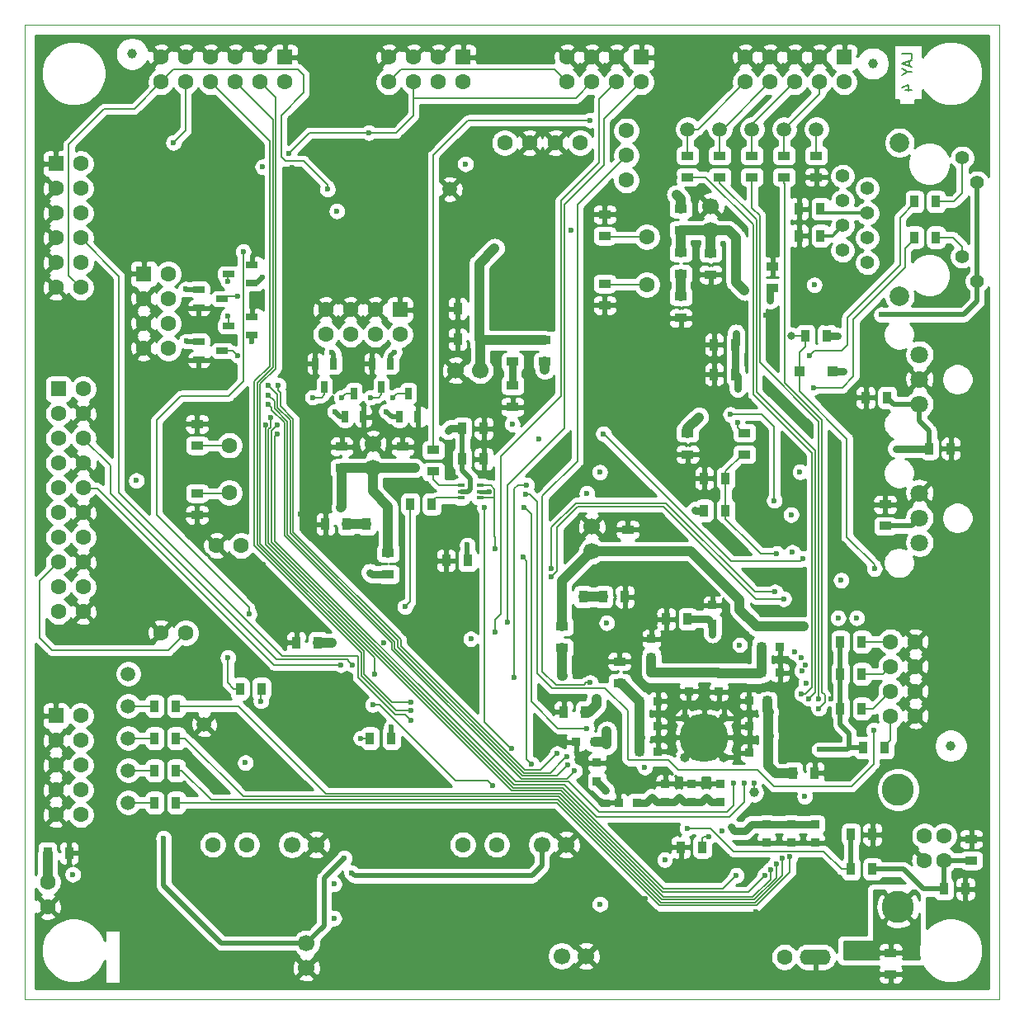
<source format=gbl>
G04 #@! TF.GenerationSoftware,KiCad,Pcbnew,(5.1.0)-1*
G04 #@! TF.CreationDate,2019-04-02T23:05:32+01:00*
G04 #@! TF.ProjectId,CoreOne-xCORE200-2.0,436f7265-4f6e-4652-9d78-434f52453230,2.0*
G04 #@! TF.SameCoordinates,PX660b0c0PY81b3200*
G04 #@! TF.FileFunction,Copper,L4,Bot*
G04 #@! TF.FilePolarity,Positive*
%FSLAX46Y46*%
G04 Gerber Fmt 4.6, Leading zero omitted, Abs format (unit mm)*
G04 Created by KiCad (PCBNEW (5.1.0)-1) date 2019-04-02 23:05:32*
%MOMM*%
%LPD*%
G04 APERTURE LIST*
%ADD10C,0.200000*%
%ADD11C,0.100000*%
%ADD12R,0.900000X1.300000*%
%ADD13C,1.400000*%
%ADD14C,2.000000*%
%ADD15C,1.000000*%
%ADD16C,1.600000*%
%ADD17R,1.600000X1.600000*%
%ADD18R,1.200000X0.650000*%
%ADD19R,0.650000X1.200000*%
%ADD20C,1.500000*%
%ADD21R,1.300000X0.900000*%
%ADD22R,0.900000X0.900000*%
%ADD23R,0.800000X0.450000*%
%ADD24R,1.000000X1.000000*%
%ADD25C,3.300000*%
%ADD26O,3.200000X1.600000*%
%ADD27O,5.000000X5.000000*%
%ADD28O,1.000000X1.000000*%
%ADD29C,1.700000*%
%ADD30C,1.800000*%
%ADD31C,0.600000*%
%ADD32C,0.800000*%
%ADD33C,0.135000*%
%ADD34C,0.152400*%
%ADD35C,0.450000*%
%ADD36C,0.500000*%
%ADD37C,0.800000*%
%ADD38C,1.000000*%
%ADD39C,0.300000*%
%ADD40C,0.152000*%
%ADD41C,0.254000*%
G04 APERTURE END LIST*
D10*
X91026798Y96546762D02*
X91026798Y97022953D01*
X90026798Y97022953D01*
X90741084Y96261048D02*
X90741084Y95784858D01*
X91026798Y96356286D02*
X90026798Y96022953D01*
X91026798Y95689620D01*
X90550608Y95165810D02*
X91026798Y95165810D01*
X90026798Y95499143D02*
X90550608Y95165810D01*
X90026798Y94832477D01*
X90360132Y93308667D02*
X91026798Y93308667D01*
X89979179Y93546762D02*
X90693465Y93784858D01*
X90693465Y93165810D01*
D11*
X0Y100000000D02*
X100000000Y100000000D01*
X15000000Y0D02*
X0Y0D01*
X100000000Y0D02*
X15000000Y0D01*
X100000000Y100000000D02*
X100000000Y0D01*
X0Y0D02*
X0Y100000000D01*
D12*
X24275000Y31860000D03*
X22075000Y31860000D03*
D13*
X86440000Y75555000D03*
X83900000Y76825000D03*
X86440000Y78095000D03*
X83900000Y79365000D03*
X86440000Y80635000D03*
X83900000Y81905000D03*
X86440000Y83175000D03*
X83900000Y84445000D03*
D14*
X89740000Y72125000D03*
X89740000Y87875000D03*
D13*
X97690000Y73675000D03*
X96170000Y86325000D03*
X96170000Y76215000D03*
X97690000Y83785000D03*
D15*
X11000000Y97000000D03*
X87000000Y96000000D03*
X95000000Y26000000D03*
D16*
X14732000Y66802000D03*
X12192000Y66802000D03*
X14732000Y69342000D03*
X12192000Y69342000D03*
X14732000Y71882000D03*
X12192000Y71882000D03*
X14732000Y74422000D03*
D17*
X12192000Y74422000D03*
D16*
X30861000Y68199000D03*
X30861000Y70739000D03*
X33401000Y68199000D03*
X33401000Y70739000D03*
X35941000Y68199000D03*
X35941000Y70739000D03*
X38481000Y68199000D03*
D17*
X38481000Y70739000D03*
D16*
X73914000Y94107000D03*
X73914000Y96647000D03*
X76454000Y94107000D03*
X76454000Y96647000D03*
X78994000Y94107000D03*
X78994000Y96647000D03*
X81534000Y94107000D03*
X81534000Y96647000D03*
X84074000Y94107000D03*
D17*
X84074000Y96647000D03*
D16*
X5715000Y18923000D03*
X3175000Y18923000D03*
X5715000Y21463000D03*
X3175000Y21463000D03*
X5715000Y24003000D03*
X3175000Y24003000D03*
X5715000Y26543000D03*
X3175000Y26543000D03*
X5715000Y29083000D03*
D17*
X3175000Y29083000D03*
D16*
X37338000Y94107000D03*
X37338000Y96647000D03*
X39878000Y94107000D03*
X39878000Y96647000D03*
X42418000Y94107000D03*
X42418000Y96647000D03*
X44958000Y94107000D03*
D17*
X44958000Y96647000D03*
D16*
X55626000Y94107000D03*
X55626000Y96647000D03*
X58166000Y94107000D03*
X58166000Y96647000D03*
X60706000Y94107000D03*
X60706000Y96647000D03*
X63246000Y94107000D03*
D17*
X63246000Y96647000D03*
D16*
X13970000Y96647000D03*
X13970000Y94107000D03*
X16510000Y94107000D03*
X16510000Y96647000D03*
X19050000Y94107000D03*
X19050000Y96647000D03*
X21590000Y94107000D03*
X21590000Y96647000D03*
X24130000Y94107000D03*
X24130000Y96647000D03*
X26670000Y94107000D03*
D17*
X26670000Y96647000D03*
D16*
X3175000Y73025000D03*
X5715000Y73025000D03*
X5715000Y75565000D03*
X3175000Y75565000D03*
X5715000Y78105000D03*
X3175000Y78105000D03*
X5715000Y80645000D03*
X3175000Y80645000D03*
X5715000Y83185000D03*
X3175000Y83185000D03*
X5715000Y85725000D03*
D17*
X3175000Y85725000D03*
D18*
X20250000Y66548000D03*
X17850000Y65598000D03*
X17850000Y67498000D03*
D19*
X39370000Y62160000D03*
X40320000Y59760000D03*
X38420000Y59760000D03*
D18*
X20898000Y69088000D03*
X23298000Y70038000D03*
X23298000Y68138000D03*
D19*
X36576000Y62808000D03*
X35626000Y65208000D03*
X37526000Y65208000D03*
D18*
X20250000Y71882000D03*
X17850000Y70932000D03*
X17850000Y72832000D03*
D19*
X33782000Y62160000D03*
X34732000Y59760000D03*
X32832000Y59760000D03*
D18*
X20898000Y74422000D03*
X23298000Y75372000D03*
X23298000Y73472000D03*
D19*
X30734000Y62808000D03*
X29784000Y65208000D03*
X31684000Y65208000D03*
D20*
X68006000Y89264000D03*
X10602000Y20176000D03*
D21*
X68006000Y86554000D03*
X68006000Y84354000D03*
D12*
X13312000Y20176000D03*
X15512000Y20176000D03*
D22*
X81100000Y17950000D03*
X81100000Y16050000D03*
X68427600Y20193000D03*
X68427600Y22093000D03*
D12*
X83670000Y36686000D03*
X85870000Y36686000D03*
X83670000Y33384000D03*
X85870000Y33384000D03*
D16*
X88834000Y36686000D03*
X91374000Y36686000D03*
X88834000Y34146000D03*
X91374000Y34146000D03*
D12*
X86952000Y13335000D03*
X84752000Y13335000D03*
D21*
X73848000Y55906000D03*
X73848000Y58106000D03*
X68006000Y58106000D03*
X68006000Y55906000D03*
D12*
X72916000Y64118000D03*
X70716000Y64118000D03*
D21*
X76700000Y72950000D03*
X76700000Y75150000D03*
D12*
X72916000Y67166000D03*
X70716000Y67166000D03*
D22*
X76100000Y17950000D03*
X76100000Y16050000D03*
D16*
X19266000Y15858000D03*
X22766000Y15858000D03*
X44920000Y15858000D03*
X48420000Y15858000D03*
D12*
X71900000Y53450000D03*
X69700000Y53450000D03*
X69700000Y50148000D03*
X71900000Y50148000D03*
D20*
X81214000Y89264000D03*
X10602000Y33384000D03*
D23*
X46745000Y52724308D03*
X46745000Y52074308D03*
X46745000Y51424308D03*
X44745000Y51424308D03*
X44745000Y52074308D03*
X44745000Y52724308D03*
D15*
X74800000Y21200000D03*
D21*
X41910000Y56345000D03*
X41910000Y54145000D03*
D17*
X3429000Y62611000D03*
D16*
X5969000Y62611000D03*
X3429000Y60071000D03*
X5969000Y60071000D03*
X3429000Y57531000D03*
X5969000Y57531000D03*
X3429000Y54991000D03*
X5969000Y54991000D03*
X3429000Y52451000D03*
X5969000Y52451000D03*
X3429000Y49911000D03*
X5969000Y49911000D03*
X3429000Y47371000D03*
X5969000Y47371000D03*
X3429000Y44831000D03*
X5969000Y44831000D03*
X3429000Y42291000D03*
X5969000Y42291000D03*
X3429000Y39751000D03*
X5969000Y39751000D03*
D12*
X44863000Y55424308D03*
X47063000Y55424308D03*
X44874000Y58547000D03*
X47074000Y58547000D03*
D21*
X67300000Y76600000D03*
X67300000Y74400000D03*
X67300000Y81100000D03*
X67300000Y78900000D03*
X70350000Y76550000D03*
X70350000Y74350000D03*
X67300000Y72100000D03*
X67300000Y69900000D03*
X59484380Y73404704D03*
X59484380Y71204704D03*
D16*
X20965256Y56830824D03*
X20965256Y51950824D03*
D20*
X77912000Y89264000D03*
X71308000Y89264000D03*
X74610000Y89264000D03*
D12*
X67300000Y15600000D03*
X69500000Y15600000D03*
X83670000Y29828000D03*
X85870000Y29828000D03*
X55097500Y41275000D03*
X57297500Y41275000D03*
X82297000Y68057500D03*
X80097000Y68057500D03*
X37272000Y48751000D03*
X35072000Y48751000D03*
D21*
X81214000Y84354000D03*
X81214000Y86554000D03*
X71308000Y86554000D03*
X71308000Y84354000D03*
X74610000Y86554000D03*
X74610000Y84354000D03*
X77912000Y86554000D03*
X77912000Y84354000D03*
D16*
X16510000Y37592000D03*
X13970000Y37592000D03*
D21*
X55118000Y36047500D03*
X55118000Y38247500D03*
X37272000Y43587000D03*
X37272000Y45787000D03*
D16*
X88834000Y31606000D03*
X91374000Y31606000D03*
D24*
X82897000Y64438000D03*
X79497000Y64438000D03*
D16*
X22193256Y46524824D03*
X19653256Y46524824D03*
D25*
X89600000Y21514000D03*
X89600000Y9474000D03*
D16*
X94310000Y14244000D03*
X92310000Y14244000D03*
X92310000Y16744000D03*
X94310000Y16744000D03*
D22*
X70546000Y38530000D03*
X70546000Y40430000D03*
D12*
X68000000Y39000000D03*
X65800000Y39000000D03*
D22*
X65709800Y20193000D03*
X65709800Y22093000D03*
X62814200Y20167600D03*
X60914200Y20167600D03*
X78600000Y17950000D03*
X78600000Y16050000D03*
X71323200Y20193000D03*
X71323200Y22093000D03*
X76197500Y30607000D03*
X74297500Y30607000D03*
X76261000Y28003500D03*
X74361000Y28003500D03*
X75565000Y33511000D03*
X77465000Y33511000D03*
X75565000Y36178000D03*
X77465000Y36178000D03*
X68122800Y33502600D03*
X68122800Y31602600D03*
X71200000Y33450000D03*
X71200000Y31550000D03*
X63042800Y27990800D03*
X64942800Y27990800D03*
X63058000Y25400000D03*
X64958000Y25400000D03*
D21*
X61849000Y45974000D03*
X61849000Y48174000D03*
D12*
X59352000Y41275000D03*
X61552000Y41275000D03*
D22*
X64287400Y35077400D03*
X64287400Y36977400D03*
D12*
X78850000Y23200000D03*
X81050000Y23200000D03*
X30056000Y36576000D03*
X27856000Y36576000D03*
X81641000Y81092000D03*
X79441000Y81092000D03*
X81641000Y78342000D03*
X79441000Y78342000D03*
D21*
X59484380Y78316704D03*
X59484380Y80516704D03*
D12*
X45420500Y45004500D03*
X43220500Y45004500D03*
D21*
X38750000Y54500000D03*
X38750000Y56700000D03*
X32500000Y54500000D03*
X32500000Y56700000D03*
D12*
X33038000Y48751000D03*
X30838000Y48751000D03*
X84752000Y16891000D03*
X86952000Y16891000D03*
D21*
X88834000Y2566000D03*
X88834000Y4766000D03*
D20*
X43600000Y83100000D03*
D16*
X61733570Y89104484D03*
X61733570Y84024484D03*
X61733570Y86564484D03*
X2350500Y12036000D03*
X2350500Y9496000D03*
X88834000Y29066000D03*
X91374000Y29066000D03*
X49227000Y87864500D03*
X51767000Y87864500D03*
X56974000Y87864500D03*
X54434000Y87864500D03*
X77931000Y4334000D03*
D26*
X81106000Y4334000D03*
D12*
X57488000Y29464000D03*
X55288000Y29464000D03*
X46600000Y70850000D03*
X44400000Y70850000D03*
X46600000Y67700000D03*
X44400000Y67700000D03*
X88476000Y61722000D03*
X86276000Y61722000D03*
X92800000Y56500000D03*
X95000000Y56500000D03*
D21*
X50035500Y62975000D03*
X50035500Y60775000D03*
X88265000Y48557000D03*
X88265000Y50757000D03*
X53337500Y65410500D03*
X53337500Y67610500D03*
D12*
X86022000Y25781000D03*
X88222000Y25781000D03*
X37610000Y26780000D03*
X35410000Y26780000D03*
D21*
X50035500Y67610500D03*
X50035500Y65410500D03*
X17653000Y56812000D03*
X17653000Y59012000D03*
X17653000Y51900000D03*
X17653000Y49700000D03*
X61000000Y32450000D03*
X61000000Y34650000D03*
D12*
X13312000Y30082000D03*
X15512000Y30082000D03*
X13312000Y26780000D03*
X15512000Y26780000D03*
X13312000Y23478000D03*
X15512000Y23478000D03*
X2329000Y14986000D03*
X4529000Y14986000D03*
D22*
X63042800Y30581600D03*
X64942800Y30581600D03*
X76261000Y25273000D03*
X74361000Y25273000D03*
X58700000Y22350000D03*
X58700000Y24250000D03*
D20*
X10602000Y23478000D03*
X10602000Y26780000D03*
X10602000Y30082000D03*
X18400000Y28200000D03*
D16*
X63800880Y78205204D03*
X63800880Y73325204D03*
D12*
X39540000Y50800000D03*
X41740000Y50800000D03*
D27*
X69707012Y26832218D03*
D28*
X67707012Y28832218D03*
X67707012Y24832218D03*
X71707012Y24832218D03*
X71707012Y28832218D03*
D29*
X46716000Y64516000D03*
X44216000Y64516000D03*
X55072000Y4428000D03*
X57572000Y4428000D03*
X28890000Y5742000D03*
X28890000Y3242000D03*
X29886000Y15858000D03*
X27386000Y15858000D03*
X35700000Y54500000D03*
X35700000Y57000000D03*
X58166000Y45974000D03*
X58166000Y48474000D03*
X70358000Y78867000D03*
X70358000Y81367000D03*
X53040000Y15858000D03*
X55540000Y15858000D03*
D12*
X93480000Y78168500D03*
X91280000Y78168500D03*
X93480000Y81851500D03*
X91280000Y81851500D03*
X94300000Y11303000D03*
X96500000Y11303000D03*
D21*
X97100000Y14224000D03*
X97100000Y16424000D03*
D22*
X58450000Y26400000D03*
X56550000Y26400000D03*
D30*
X91790000Y66137000D03*
X91790000Y63597000D03*
X91790000Y61057000D03*
X91790000Y51913000D03*
X91790000Y49373000D03*
X91790000Y46833000D03*
D31*
X31700000Y11800000D03*
X31700000Y8300000D03*
X12800000Y10600000D03*
X10800000Y1700000D03*
X40000000Y7900000D03*
X38000000Y11600000D03*
X36700000Y10400000D03*
X51600000Y85500000D03*
X79592892Y84368091D03*
X20701000Y29083000D03*
X85984729Y57327146D03*
X83600000Y61200000D03*
X95000000Y58500000D03*
X95000000Y54600000D03*
X52800000Y52900000D03*
X43600000Y49100000D03*
X43200000Y46400000D03*
X36800000Y36600000D03*
X90400000Y2600000D03*
X85500000Y1400000D03*
X88800000Y1400000D03*
X87100000Y1500000D03*
X87100000Y2600000D03*
X48600000Y62400000D03*
X57200000Y24300000D03*
X74300000Y29300000D03*
X74400000Y26600000D03*
X28250000Y49750000D03*
X23844319Y80764003D03*
X23750000Y71650000D03*
X30795000Y47227000D03*
X29383574Y55087596D03*
X61150500Y43688000D03*
X77470000Y34861500D03*
X77842637Y39962435D03*
X82359500Y23177500D03*
X81661000Y27495500D03*
X69659500Y31559500D03*
X64897000Y29337000D03*
X64897000Y26670000D03*
X69786500Y22098000D03*
X67056000Y22098000D03*
X5715000Y14986000D03*
X39814500Y3111500D03*
X38100000Y1524000D03*
X75184000Y6985000D03*
X63690500Y10287000D03*
X60642500Y10287000D03*
X68193349Y53461714D03*
X68008500Y54673500D03*
X82719990Y30774197D03*
X70675303Y41674521D03*
X25908000Y33020000D03*
X28321000Y33020000D03*
X26289000Y29083000D03*
X19177000Y22733000D03*
X19177000Y25781000D03*
X26593799Y36562459D03*
X51689000Y7366000D03*
X52959000Y7366000D03*
X50165000Y7366000D03*
X51689000Y8636000D03*
X48895000Y8636000D03*
X48768000Y3556000D03*
X50292000Y2286000D03*
X47371000Y2286000D03*
X44069000Y2159000D03*
X26289000Y7366000D03*
X23495000Y7366000D03*
X20828000Y7493000D03*
X23622000Y2286000D03*
X22098000Y3556000D03*
X20701000Y2286000D03*
X12827000Y8382000D03*
X15875000Y7493000D03*
X47625000Y52070000D03*
X43529972Y54306803D03*
X64750000Y69200000D03*
X34550000Y65250000D03*
X27400000Y60850000D03*
X27400000Y85350000D03*
X27400000Y79200000D03*
X27400000Y72750000D03*
X27400000Y65250000D03*
X35950000Y60350000D03*
X40350000Y58100000D03*
X18550000Y64100000D03*
X16350000Y70700000D03*
X85950000Y48200000D03*
X85950000Y51200000D03*
X85950000Y54150000D03*
X24487677Y44647283D03*
X15500000Y18700000D03*
X15500000Y21850000D03*
X15500000Y25150000D03*
X15500000Y28450000D03*
X15500000Y31750000D03*
X16700000Y33400000D03*
X39850000Y75400000D03*
X40950000Y70850000D03*
X41000000Y67700000D03*
X43100000Y70850000D03*
X43100000Y67700000D03*
X43550000Y77550000D03*
X47850000Y80050000D03*
X49800000Y71600000D03*
X49700000Y73800000D03*
X68650000Y69900000D03*
X56000000Y78900000D03*
X60900000Y80500000D03*
X57600000Y77700000D03*
X59700000Y69000000D03*
X51950000Y81100000D03*
X14500000Y55000000D03*
X14450000Y63400000D03*
X19000000Y79250000D03*
X14500000Y77600000D03*
X16750000Y81050000D03*
X14500000Y81300000D03*
X76300000Y84350000D03*
X72950000Y84350000D03*
X66700000Y84350000D03*
X79450000Y79650000D03*
X81300000Y74550000D03*
X81300000Y71450000D03*
X61976000Y67564000D03*
X67200000Y13250000D03*
X71866944Y62669020D03*
X82300000Y69300000D03*
X36050000Y76850000D03*
X20550000Y81500000D03*
X18708580Y48182103D03*
X16100000Y59050000D03*
X64200000Y39000000D03*
X61000000Y36400000D03*
X32900000Y26150000D03*
X37750000Y75900000D03*
X38500000Y77650000D03*
X30600000Y77650000D03*
X32900000Y85600000D03*
X36550000Y85450000D03*
X76050000Y70150000D03*
X76950000Y62350000D03*
X69450000Y68600000D03*
X69450000Y63050000D03*
X69450000Y66550000D03*
X2000000Y92000000D03*
X2000000Y98000000D03*
X8000000Y98000000D03*
X8500000Y90000000D03*
X30000000Y81500000D03*
X30500000Y91500000D03*
X90750000Y98250000D03*
X98250000Y98250000D03*
X98250000Y90750000D03*
X98250000Y1500000D03*
X98250000Y8500000D03*
X79000000Y9750000D03*
X82000000Y12750000D03*
X75000000Y9000000D03*
X68000000Y8500000D03*
X60750000Y3000000D03*
X50500000Y18750000D03*
X44250000Y18750000D03*
X62750000Y16000000D03*
X19750000Y38000000D03*
X54750000Y51250000D03*
X45750000Y40500000D03*
X33000000Y46250000D03*
X3250000Y34500000D03*
X58250000Y43750000D03*
X54500000Y30999998D03*
X53800000Y26200000D03*
X23800000Y76600000D03*
X53000000Y62100000D03*
X32200000Y28600000D03*
X25019000Y8636000D03*
X22225000Y8636000D03*
X20400000Y91000000D03*
X75550000Y40050000D03*
X42200000Y37600000D03*
X37800000Y17000000D03*
X29400000Y10700000D03*
X10300000Y15000000D03*
X15400000Y14800000D03*
X32500000Y17000000D03*
X25200000Y18900000D03*
X71700000Y12900000D03*
X74300000Y12900000D03*
X77400000Y16200000D03*
X79900000Y16200000D03*
X97100000Y17650000D03*
X97850000Y11350000D03*
X32766000Y14478000D03*
X14224000Y16510000D03*
X80000000Y20800000D03*
X35400000Y43800000D03*
X43400000Y58300000D03*
X59600000Y21400000D03*
X59711650Y26107871D03*
X59701486Y27533137D03*
X24400000Y85400000D03*
X24400000Y74100000D03*
X59000000Y9750000D03*
X58989000Y54085000D03*
X57650000Y51900000D03*
X53340000Y64579500D03*
X78732168Y45847439D03*
X78613000Y49720500D03*
X79527210Y54102000D03*
X83756500Y42989500D03*
X68770500Y50165000D03*
X22624000Y24257000D03*
X37592000Y27940000D03*
X20828000Y35052000D03*
X31496000Y36576000D03*
X87884000Y70231000D03*
X65650000Y14300000D03*
X31800000Y60300000D03*
X37100000Y60300000D03*
X37900000Y66400000D03*
X31500000Y66400000D03*
X16571225Y67510740D03*
X23300000Y67450000D03*
X16500000Y72850000D03*
X66850000Y82550000D03*
X45200000Y85700000D03*
X80136071Y32452241D03*
X73350000Y36350000D03*
X70546000Y37450000D03*
X81500000Y25600000D03*
X71501000Y17249000D03*
X83350000Y68050000D03*
X83950000Y64450000D03*
X32000000Y80850000D03*
X58644000Y30844000D03*
D32*
X69167609Y59718777D03*
D31*
X4899996Y12800000D03*
X67945000Y17526000D03*
X45400000Y46600000D03*
X32420913Y50434913D03*
X40000000Y54500000D03*
X59700000Y38600000D03*
X45750000Y36950000D03*
X79946500Y38227000D03*
X87162044Y44167404D03*
D32*
X78621000Y68069000D03*
D31*
X57999561Y32485668D03*
X63600000Y23800000D03*
X64300000Y20700000D03*
X67100000Y20700000D03*
X69900000Y20700000D03*
X72423020Y17676542D03*
X73929560Y17292564D03*
X33528000Y12954000D03*
X35687000Y30226000D03*
X55150000Y33150000D03*
X74091800Y33401000D03*
X63144400Y26822400D03*
X63060495Y29038736D03*
X76351750Y23841011D03*
X76362630Y27027559D03*
X76351776Y29440977D03*
X66700386Y33478651D03*
X64298437Y33477125D03*
X48000000Y21900000D03*
X35879466Y33345464D03*
X39624000Y30480000D03*
X39600000Y29600000D03*
X76962000Y41783000D03*
X54038500Y44196000D03*
X85344000Y39116000D03*
X77851000Y41084500D03*
X54038500Y43370500D03*
X83439000Y39116000D03*
X51245093Y50469693D03*
X57639914Y27797173D03*
X34478000Y26780000D03*
X51500000Y52750000D03*
X50228500Y33020000D03*
X77152500Y45720000D03*
X51371500Y51816000D03*
X87100000Y27600000D03*
X77100000Y13900000D03*
X76500000Y13300000D03*
X77700000Y14500000D03*
X81468000Y30844000D03*
X81468000Y29828000D03*
X80452000Y30844000D03*
X32420454Y34299680D03*
X33594271Y34299680D03*
X89400000Y56500000D03*
X52750000Y57500000D03*
X50000000Y59000000D03*
X48200000Y77050000D03*
X81000000Y73300000D03*
X31050000Y83100000D03*
X15240000Y87884000D03*
X91200000Y6800000D03*
X87600000Y7000000D03*
X88800000Y7000000D03*
X90100000Y6100000D03*
X87600000Y6100000D03*
X88800000Y6100000D03*
X90400000Y4800000D03*
X87100000Y4800000D03*
X84200000Y4800000D03*
X27088668Y86783860D03*
X35306000Y88900000D03*
X39000000Y40250000D03*
X52000000Y24100000D03*
X51148379Y45335073D03*
X48260000Y46228000D03*
X49926210Y25691270D03*
X47180500Y50419000D03*
X11430000Y53213000D03*
X72950000Y68350000D03*
X76450000Y71700000D03*
X73147856Y62663018D03*
X73850000Y72700000D03*
X76896000Y51164000D03*
X72400000Y60000004D03*
X80900000Y62750000D03*
X80543691Y66069000D03*
X78500000Y14600000D03*
X79697916Y31344084D03*
X79706965Y33661218D03*
X80100000Y34300000D03*
X79700000Y35000000D03*
X79000000Y35600000D03*
X49495370Y38664041D03*
X48240442Y37642714D03*
X56400000Y23400000D03*
X25000000Y61000000D03*
X21844000Y66040000D03*
X25875881Y57975423D03*
X37750000Y61750000D03*
X72705000Y22208000D03*
X55700000Y24000000D03*
X25000000Y62000000D03*
X20828000Y70104000D03*
X25900000Y58900000D03*
X35500000Y61750000D03*
X73848000Y22208000D03*
X55600000Y24900000D03*
X25000000Y63000000D03*
X21844000Y72136000D03*
X25200000Y59700000D03*
X73000000Y12700000D03*
X32500000Y61750000D03*
X54600000Y25200000D03*
X26000000Y63000000D03*
X20828000Y73660000D03*
X24673790Y58955335D03*
X75900000Y12700000D03*
X29500000Y61750000D03*
X59365078Y58010507D03*
X79863924Y45209828D03*
X73100000Y59200000D03*
X39600000Y28600000D03*
X23000000Y39500000D03*
X22400000Y76700000D03*
X58005311Y90180446D03*
X24214000Y30590000D03*
X70200000Y16700000D03*
X74800000Y22199990D03*
D33*
X79606983Y84354000D02*
X79592892Y84368091D01*
X81214000Y84354000D02*
X79606983Y84354000D01*
D10*
X86276000Y61722000D02*
X84122000Y61722000D01*
X84122000Y61722000D02*
X83600000Y61200000D01*
X95000000Y56500000D02*
X95000000Y58500000D01*
X95000000Y56500000D02*
X95000000Y54600000D01*
X43220500Y45004500D02*
X43220500Y46379500D01*
X43220500Y46379500D02*
X43200000Y46400000D01*
D34*
X87100000Y2600000D02*
X87100000Y1500000D01*
D10*
X58700000Y24250000D02*
X57250000Y24250000D01*
X57250000Y24250000D02*
X57200000Y24300000D01*
X74361000Y28003500D02*
X74361000Y29239000D01*
X74361000Y29239000D02*
X74300000Y29300000D01*
X74361000Y25273000D02*
X74361000Y26561000D01*
X74361000Y26561000D02*
X74400000Y26600000D01*
X23298000Y70038000D02*
X23298000Y71198000D01*
X23298000Y71198000D02*
X23750000Y71650000D01*
X30838000Y48751000D02*
X30838000Y47270000D01*
X30838000Y47270000D02*
X30795000Y47227000D01*
D34*
X61552000Y41275000D02*
X61552000Y43286500D01*
X61552000Y43286500D02*
X61150500Y43688000D01*
D10*
X77465000Y33511000D02*
X77465000Y34856500D01*
X77465000Y34856500D02*
X77470000Y34861500D01*
X81050000Y23200000D02*
X82337000Y23200000D01*
X82337000Y23200000D02*
X82359500Y23177500D01*
X68122800Y31602600D02*
X69616400Y31602600D01*
X69616400Y31602600D02*
X69659500Y31559500D01*
X64942800Y27990800D02*
X64942800Y29291200D01*
X64942800Y29291200D02*
X64897000Y29337000D01*
X64942800Y27990800D02*
X64942800Y26715800D01*
X64942800Y26715800D02*
X64897000Y26670000D01*
X68427600Y22093000D02*
X69781500Y22093000D01*
X69781500Y22093000D02*
X69786500Y22098000D01*
X65709800Y22093000D02*
X67051000Y22093000D01*
X67051000Y22093000D02*
X67056000Y22098000D01*
X4529000Y14986000D02*
X5715000Y14986000D01*
X68205063Y53450000D02*
X68193349Y53461714D01*
X69700000Y53450000D02*
X68205063Y53450000D01*
X68006000Y55906000D02*
X68006000Y54676000D01*
X68006000Y54676000D02*
X68008500Y54673500D01*
D35*
X46745000Y52074308D02*
X47620692Y52074308D01*
D10*
X47620692Y52074308D02*
X47625000Y52070000D01*
X67300000Y69900000D02*
X65450000Y69900000D01*
X65450000Y69900000D02*
X64750000Y69200000D01*
X35626000Y65208000D02*
X34592000Y65208000D01*
X34592000Y65208000D02*
X34550000Y65250000D01*
X27400000Y65250000D02*
X27400000Y60850000D01*
X27400000Y79200000D02*
X27400000Y85350000D01*
X27400000Y65250000D02*
X27400000Y72750000D01*
X29784000Y65208000D02*
X27442000Y65208000D01*
X27442000Y65208000D02*
X27400000Y65250000D01*
X34732000Y59760000D02*
X35360000Y59760000D01*
X35360000Y59760000D02*
X35950000Y60350000D01*
X40320000Y59760000D02*
X40320000Y58130000D01*
X40320000Y58130000D02*
X40350000Y58100000D01*
X17850000Y65598000D02*
X17850000Y64800000D01*
X17850000Y64800000D02*
X18550000Y64100000D01*
X17850000Y70932000D02*
X16582000Y70932000D01*
X16582000Y70932000D02*
X16350000Y70700000D01*
X44400000Y70850000D02*
X43100000Y70850000D01*
X44400000Y67700000D02*
X43100000Y67700000D01*
X67300000Y69900000D02*
X68650000Y69900000D01*
X59484380Y80516704D02*
X60883296Y80516704D01*
X60883296Y80516704D02*
X60900000Y80500000D01*
D33*
X79441000Y79659000D02*
X79450000Y79650000D01*
D10*
X18520897Y48182103D02*
X18708580Y48182103D01*
X17653000Y49050000D02*
X18520897Y48182103D01*
X17653000Y49700000D02*
X17653000Y49050000D01*
X17653000Y59012000D02*
X16138000Y59012000D01*
X16138000Y59012000D02*
X16100000Y59050000D01*
X64300000Y37000000D02*
X64300000Y38900000D01*
X64300000Y38900000D02*
X64200000Y39000000D01*
X61000000Y34650000D02*
X61000000Y36400000D01*
D33*
X79441000Y81092000D02*
X79441000Y79659000D01*
D36*
X14224000Y11684000D02*
X20166000Y5742000D01*
X20166000Y5742000D02*
X28890000Y5742000D01*
X14224000Y16510000D02*
X14224000Y11684000D01*
X30700000Y7552000D02*
X28890000Y5742000D01*
X32766000Y14478000D02*
X30700000Y12412000D01*
X30700000Y12412000D02*
X30700000Y7552000D01*
D37*
X68000000Y39000000D02*
X70076000Y39000000D01*
X70076000Y39000000D02*
X70546000Y38530000D01*
D36*
X84391000Y25600000D02*
X81500000Y25600000D01*
X83670000Y33384000D02*
X83675869Y33378131D01*
X83675869Y33378131D02*
X83675869Y29833869D01*
X83675869Y29833869D02*
X83670000Y29828000D01*
D37*
X37272000Y43587000D02*
X35613000Y43587000D01*
X35613000Y43587000D02*
X35400000Y43800000D01*
X44874000Y58547000D02*
X43647000Y58547000D01*
X43647000Y58547000D02*
X43400000Y58300000D01*
X58700000Y22350000D02*
X58700000Y22300000D01*
X58700000Y22300000D02*
X59600000Y21400000D01*
X59600000Y21400000D02*
X59532949Y21400000D01*
D38*
X59701486Y27108873D02*
X59701486Y27533137D01*
X59650000Y26400000D02*
X59701486Y26451486D01*
X59650000Y26169521D02*
X59711650Y26107871D01*
X59701486Y26451486D02*
X59701486Y27108873D01*
X59650000Y26400000D02*
X59650000Y26169521D01*
D36*
X23772000Y73472000D02*
X24400000Y74100000D01*
X23298000Y73472000D02*
X23772000Y73472000D01*
D38*
X53337500Y65410500D02*
X53337500Y64582000D01*
X53337500Y64582000D02*
X53340000Y64579500D01*
D36*
X84572000Y25781000D02*
X84391000Y25600000D01*
X83670000Y29828000D02*
X83670000Y28178000D01*
X83670000Y28178000D02*
X84572000Y27276000D01*
X84572000Y27276000D02*
X84572000Y25781000D01*
D38*
X2329000Y14986000D02*
X2329000Y12057500D01*
X2329000Y12057500D02*
X2350500Y12036000D01*
X58644000Y30844000D02*
X58644000Y30207255D01*
X58644000Y30207255D02*
X57900745Y29464000D01*
X57900745Y29464000D02*
X57488000Y29464000D01*
D37*
X69700000Y50148000D02*
X68787500Y50148000D01*
X68787500Y50148000D02*
X68770500Y50165000D01*
D36*
X84572000Y25781000D02*
X86022000Y25781000D01*
X83670000Y36686000D02*
X83670000Y33384000D01*
X37610000Y26780000D02*
X37610000Y27922000D01*
X37610000Y27922000D02*
X37592000Y27940000D01*
D38*
X30056000Y36576000D02*
X31496000Y36576000D01*
X58450000Y26400000D02*
X59650000Y26400000D01*
D36*
X32832000Y59760000D02*
X32340000Y59760000D01*
X32340000Y59760000D02*
X31800000Y60300000D01*
X38420000Y59760000D02*
X37640000Y59760000D01*
X37640000Y59760000D02*
X37100000Y60300000D01*
X37526000Y65208000D02*
X37526000Y66026000D01*
X37526000Y66026000D02*
X37900000Y66400000D01*
X31684000Y65208000D02*
X31684000Y66216000D01*
X31684000Y66216000D02*
X31500000Y66400000D01*
X16583965Y67498000D02*
X16571225Y67510740D01*
X17850000Y67498000D02*
X16583965Y67498000D01*
X23298000Y68138000D02*
X23298000Y67452000D01*
X23298000Y67452000D02*
X23300000Y67450000D01*
X17850000Y72832000D02*
X16518000Y72832000D01*
X16518000Y72832000D02*
X16500000Y72850000D01*
D38*
X67300000Y81100000D02*
X67300000Y82100000D01*
X67300000Y82100000D02*
X66850000Y82550000D01*
D37*
X70546000Y37450000D02*
X70546000Y38530000D01*
X70540000Y38524000D02*
X70546000Y38530000D01*
X82297000Y68057500D02*
X83342500Y68057500D01*
X83342500Y68057500D02*
X83350000Y68050000D01*
X82897000Y64438000D02*
X83938000Y64438000D01*
X83938000Y64438000D02*
X83950000Y64450000D01*
D36*
X44874000Y58547000D02*
X44874000Y55435308D01*
X44874000Y55435308D02*
X44863000Y55424308D01*
X44745000Y52074308D02*
X45440002Y52074308D01*
X45440002Y52074308D02*
X45713000Y52347306D01*
X45713000Y52347306D02*
X45713000Y53424308D01*
X45713000Y53424308D02*
X44863000Y54274308D01*
X44863000Y54274308D02*
X44863000Y55424308D01*
D38*
X68006000Y58106000D02*
X68006000Y58557168D01*
X68006000Y58557168D02*
X69167609Y59718777D01*
D36*
X87884000Y70231000D02*
X96331000Y70231000D01*
X97690000Y71590000D02*
X97690000Y73675000D01*
X96331000Y70231000D02*
X97690000Y71590000D01*
X97690000Y74664949D02*
X97690000Y83785000D01*
X97690000Y73675000D02*
X97690000Y74664949D01*
D10*
X21425000Y31860000D02*
X22075000Y31860000D01*
X20828000Y32457000D02*
X21425000Y31860000D01*
X20828000Y35052000D02*
X20828000Y32457000D01*
X84752000Y13335000D02*
X83811877Y13335000D01*
X81973707Y15173170D02*
X72726830Y15173170D01*
X83811877Y13335000D02*
X81973707Y15173170D01*
X72726830Y15173170D02*
X70374000Y17526000D01*
X70374000Y17526000D02*
X67945000Y17526000D01*
X84752000Y17091156D02*
X84752000Y16891000D01*
D36*
X84752000Y16891000D02*
X84752000Y13335000D01*
X45400000Y46600000D02*
X45400000Y45025000D01*
X45400000Y45025000D02*
X45420500Y45004500D01*
D38*
X32500000Y50514000D02*
X32420913Y50434913D01*
X32500000Y54500000D02*
X32500000Y50514000D01*
X35700000Y52101000D02*
X37272000Y50529000D01*
X37272000Y50529000D02*
X37272000Y48751000D01*
X35700000Y54500000D02*
X35700000Y52101000D01*
X37272000Y45787000D02*
X37272000Y48751000D01*
X38750000Y54500000D02*
X40000000Y54500000D01*
X38750000Y54500000D02*
X37300000Y54500000D01*
X37300000Y54500000D02*
X35700000Y54500000D01*
X32500000Y54500000D02*
X35700000Y54500000D01*
X55097500Y41275000D02*
X55097500Y42905500D01*
X55097500Y42905500D02*
X58166000Y45974000D01*
X55118000Y38247500D02*
X55118000Y41254500D01*
X55118000Y41254500D02*
X55097500Y41275000D01*
X58166000Y45974000D02*
X61849000Y45974000D01*
X79932955Y38240545D02*
X79946500Y38227000D01*
X68326000Y45974000D02*
X73342500Y40957500D01*
X75051577Y38240545D02*
X79932955Y38240545D01*
X73342500Y39949622D02*
X75051577Y38240545D01*
X73342500Y40957500D02*
X73342500Y39949622D01*
X61849000Y45974000D02*
X68326000Y45974000D01*
D10*
X80097000Y68057500D02*
X80097000Y66972857D01*
X80097000Y66972857D02*
X79497000Y66372857D01*
X79497000Y66372857D02*
X79497000Y65138000D01*
X79497000Y65138000D02*
X79497000Y64438000D01*
X78621000Y68069000D02*
X80085500Y68069000D01*
X80085500Y68069000D02*
X80097000Y68057500D01*
X79497000Y62367000D02*
X84350000Y57514000D01*
X87162044Y44591668D02*
X84350000Y47403712D01*
X84350000Y47403712D02*
X84350000Y57514000D01*
X87162044Y44591668D02*
X87162044Y44167404D01*
X79497000Y64438000D02*
X79497000Y62367000D01*
X60933571Y85764485D02*
X61733570Y86564484D01*
X56688001Y81518915D02*
X60933571Y85764485D01*
X56688001Y55188001D02*
X56688001Y81518915D01*
X57999561Y32485668D02*
X57575297Y32485668D01*
X57351078Y32261449D02*
X54479551Y32261449D01*
X57575297Y32485668D02*
X57351078Y32261449D01*
X54479551Y32261449D02*
X53113685Y33627315D01*
X53113685Y33627315D02*
X53113685Y51613685D01*
X53113685Y51613685D02*
X56688001Y55188001D01*
D37*
X62814200Y20167600D02*
X63767600Y20167600D01*
X63767600Y20167600D02*
X64300000Y20700000D01*
X68427600Y20193000D02*
X67607000Y20193000D01*
X67607000Y20193000D02*
X67100000Y20700000D01*
X71323200Y20193000D02*
X70407000Y20193000D01*
X70407000Y20193000D02*
X69900000Y20700000D01*
X68427600Y20193000D02*
X69393000Y20193000D01*
X69393000Y20193000D02*
X69900000Y20700000D01*
X65709800Y20193000D02*
X66593000Y20193000D01*
X66593000Y20193000D02*
X67100000Y20700000D01*
X65709800Y20193000D02*
X64807000Y20193000D01*
X64807000Y20193000D02*
X64300000Y20700000D01*
X72723019Y17376543D02*
X72423020Y17676542D01*
X72806998Y17292564D02*
X72723019Y17376543D01*
X73929560Y17292564D02*
X72806998Y17292564D01*
X74586996Y17950000D02*
X74229559Y17592563D01*
X76100000Y17950000D02*
X74586996Y17950000D01*
X74229559Y17592563D02*
X73929560Y17292564D01*
X78600000Y17950000D02*
X81100000Y17950000D01*
X76100000Y17950000D02*
X78600000Y17950000D01*
D38*
X75565000Y36178000D02*
X75565000Y33511000D01*
X74091800Y33401000D02*
X75455000Y33401000D01*
X75455000Y33401000D02*
X75565000Y33511000D01*
X71200000Y33450000D02*
X74042800Y33450000D01*
X74042800Y33450000D02*
X74091800Y33401000D01*
X55118000Y36047500D02*
X55118000Y33182000D01*
X55118000Y33182000D02*
X55150000Y33150000D01*
D36*
X52024001Y12654001D02*
X53040000Y13670000D01*
X53040000Y13670000D02*
X53040000Y15858000D01*
X33528000Y12954000D02*
X33827999Y12654001D01*
X33827999Y12654001D02*
X52024001Y12654001D01*
D38*
X64287400Y35077400D02*
X64287400Y33488162D01*
X64287400Y33488162D02*
X64298437Y33477125D01*
X68122800Y33502600D02*
X71147400Y33502600D01*
X71147400Y33502600D02*
X71200000Y33450000D01*
X64298437Y33477125D02*
X66698860Y33477125D01*
X66698860Y33477125D02*
X66700386Y33478651D01*
X61000000Y32450000D02*
X61174400Y32450000D01*
X61174400Y32450000D02*
X63042800Y30581600D01*
X64300000Y33478688D02*
X64298437Y33477125D01*
X78850000Y23200000D02*
X76992761Y23200000D01*
X76992761Y23200000D02*
X76261000Y23931761D01*
X76261000Y25273000D02*
X76261000Y26925929D01*
X76261000Y26925929D02*
X76362630Y27027559D01*
X76261000Y28003500D02*
X76261000Y29350201D01*
X76261000Y29350201D02*
X76351776Y29440977D01*
X76261000Y25273000D02*
X76261000Y23931761D01*
X76261000Y23931761D02*
X76351750Y23841011D01*
X76261000Y28003500D02*
X76261000Y27129189D01*
X76261000Y27129189D02*
X76362630Y27027559D01*
X76197500Y30607000D02*
X76197500Y29595253D01*
X76197500Y29595253D02*
X76351776Y29440977D01*
X66700386Y33478651D02*
X68098851Y33478651D01*
X68098851Y33478651D02*
X68122800Y33502600D01*
X63058000Y25400000D02*
X63058000Y26736000D01*
X63058000Y26736000D02*
X63144400Y26822400D01*
X63042800Y27990800D02*
X63042800Y26924000D01*
X63042800Y26924000D02*
X63144400Y26822400D01*
X63060495Y29038736D02*
X63060495Y28008495D01*
X63060495Y28008495D02*
X63042800Y27990800D01*
X63042800Y30581600D02*
X63042800Y29056431D01*
X63042800Y29056431D02*
X63060495Y29038736D01*
D10*
X36374000Y30226000D02*
X35687000Y30226000D01*
X44200000Y22400000D02*
X36374000Y30226000D01*
X48000000Y21900000D02*
X47500000Y22400000D01*
X47500000Y22400000D02*
X44200000Y22400000D01*
D34*
X25748341Y92488659D02*
X25748341Y64712112D01*
X24147589Y63111360D02*
X24147589Y46762941D01*
X35879466Y33769728D02*
X35879466Y33345464D01*
X25748341Y64712112D02*
X24147589Y63111360D01*
X24130000Y94107000D02*
X25748341Y92488659D01*
X35879466Y35031064D02*
X35879466Y33769728D01*
X24147589Y46762941D02*
X35879466Y35031064D01*
X23845178Y63236622D02*
X23845178Y46637679D01*
X34795178Y33306999D02*
X37622177Y30480000D01*
X34795178Y35687679D02*
X34795178Y33306999D01*
X25445930Y90251070D02*
X25445930Y64837374D01*
X21590000Y94107000D02*
X25445930Y90251070D01*
X23845178Y46637679D02*
X34795178Y35687679D01*
X25445930Y64837374D02*
X23845178Y63236622D01*
X37622177Y30480000D02*
X39199736Y30480000D01*
X39199736Y30480000D02*
X39624000Y30480000D01*
X38047736Y29600000D02*
X37547736Y30100000D01*
X37547736Y30100000D02*
X34492767Y33154969D01*
X39600000Y29600000D02*
X38047736Y29600000D01*
X25143519Y64962636D02*
X25143519Y88013481D01*
X19849999Y93307001D02*
X19050000Y94107000D01*
X25143519Y88013481D02*
X19849999Y93307001D01*
X23542767Y63361884D02*
X25143519Y64962636D01*
X23542767Y46512417D02*
X23542767Y63361884D01*
X34492767Y35562417D02*
X23542767Y46512417D01*
X34492767Y33154969D02*
X34492767Y35562417D01*
D10*
X54038500Y44196000D02*
X54038500Y48373990D01*
X54038500Y48373990D02*
X56560521Y50896011D01*
X56560521Y50896011D02*
X65791876Y50896011D01*
X65791876Y50896011D02*
X74904887Y41783000D01*
X74904887Y41783000D02*
X76537736Y41783000D01*
X76537736Y41783000D02*
X76962000Y41783000D01*
X54038500Y43370500D02*
X54610000Y43942000D01*
X54610000Y43942000D02*
X54610000Y48450500D01*
X54610000Y48450500D02*
X56705500Y50546000D01*
X56705500Y50546000D02*
X65555624Y50546000D01*
X65555624Y50546000D02*
X75017124Y41084500D01*
X75017124Y41084500D02*
X77851000Y41084500D01*
D34*
X51545092Y50169694D02*
X51245093Y50469693D01*
X54703214Y27797173D02*
X51974404Y30525983D01*
X57639914Y27797173D02*
X54703214Y27797173D01*
X51974404Y30525983D02*
X51974404Y49740382D01*
X51974404Y49740382D02*
X51545092Y50169694D01*
D10*
X34478000Y26780000D02*
X35410000Y26780000D01*
X50228500Y52387500D02*
X50591000Y52750000D01*
X50591000Y52750000D02*
X51500000Y52750000D01*
X50228500Y33020000D02*
X50228500Y52387500D01*
D34*
X10602000Y26780000D02*
X11662660Y26780000D01*
X11662660Y26780000D02*
X13312000Y26780000D01*
D10*
X71900000Y49298000D02*
X74542500Y46655500D01*
X77152500Y45720000D02*
X75478000Y45720000D01*
X75478000Y45720000D02*
X74542500Y46655500D01*
X71900000Y50148000D02*
X71900000Y49298000D01*
X71900000Y53450000D02*
X71900000Y54158000D01*
X71900000Y54158000D02*
X73648000Y55906000D01*
X73648000Y55906000D02*
X73848000Y55906000D01*
X71900000Y50148000D02*
X71900000Y53450000D01*
D34*
X61849000Y24638000D02*
X61849000Y29591000D01*
X67056000Y23495000D02*
X66040000Y24511000D01*
X61849000Y29591000D02*
X59690000Y31750000D01*
X61976000Y24511000D02*
X61849000Y24638000D01*
X54067562Y31911438D02*
X52583906Y33395094D01*
X52583906Y51027858D02*
X51795764Y51816000D01*
X52583906Y33395094D02*
X52583906Y51027858D01*
X51795764Y51816000D02*
X51371500Y51816000D01*
X66040000Y24511000D02*
X61976000Y24511000D01*
X59528562Y31911438D02*
X54067562Y31911438D01*
X59690000Y31750000D02*
X59528562Y31911438D01*
X76835000Y21844000D02*
X75184000Y23495000D01*
X84836000Y21844000D02*
X76835000Y21844000D01*
X75184000Y23495000D02*
X67056000Y23495000D01*
X87100000Y24108000D02*
X87092000Y24100000D01*
X87100000Y27600000D02*
X87100000Y24108000D01*
X87122000Y24130000D02*
X87092000Y24100000D01*
X87092000Y24100000D02*
X84836000Y21844000D01*
X77100000Y13900000D02*
X77100000Y12472327D01*
X77100000Y12472327D02*
X74829700Y10202027D01*
X22409810Y20787945D02*
X16417755Y26780000D01*
X16417755Y26780000D02*
X15512000Y26780000D01*
X74829700Y10202027D02*
X65387282Y10202027D01*
X65387282Y10202027D02*
X54801364Y20787945D01*
X54801364Y20787945D02*
X22409810Y20787945D01*
X54926626Y21090356D02*
X30900000Y21090356D01*
X15512000Y30082000D02*
X21908356Y30082000D01*
X21908356Y30082000D02*
X30900000Y21090356D01*
X65512544Y10504438D02*
X54926626Y21090356D01*
X74704438Y10504438D02*
X65512544Y10504438D01*
X76500000Y12300000D02*
X74704438Y10504438D01*
X76500000Y13300000D02*
X76500000Y12300000D01*
X77700000Y12644654D02*
X77700000Y14075736D01*
X74954962Y9899616D02*
X77700000Y12644654D01*
X54676102Y20485534D02*
X65262020Y9899616D01*
X16114400Y23478000D02*
X19106866Y20485534D01*
X15512000Y23478000D02*
X16114400Y23478000D01*
X77700000Y14075736D02*
X77700000Y14500000D01*
X19106866Y20485534D02*
X54676102Y20485534D01*
X65262020Y9899616D02*
X74954962Y9899616D01*
X74610000Y81190000D02*
X74610000Y84354000D01*
X75412400Y80387600D02*
X74610000Y81190000D01*
X75412400Y65310717D02*
X75412400Y80387600D01*
X81466438Y59256679D02*
X75412400Y65310717D01*
X81468000Y30844000D02*
X81466438Y30845562D01*
X81466438Y30845562D02*
X81466438Y59256679D01*
X77979605Y83683995D02*
X77979605Y63255302D01*
X77912000Y83751600D02*
X77979605Y83683995D01*
X77912000Y84354000D02*
X77912000Y83751600D01*
X82090309Y31115000D02*
X82090309Y30450309D01*
X77979605Y63255302D02*
X81544907Y59690000D01*
X81767999Y30127999D02*
X81468000Y29828000D01*
X81788000Y59446907D02*
X81544907Y59690000D01*
X81788000Y31496000D02*
X81788000Y59446907D01*
X82090309Y31193691D02*
X81788000Y31496000D01*
X82090309Y31115000D02*
X82090309Y31193691D01*
X82090309Y30450309D02*
X81767999Y30127999D01*
X80452000Y30844000D02*
X81081717Y31473717D01*
X81081717Y31473717D02*
X81081717Y56296032D01*
X81081717Y56296032D02*
X75083347Y62294402D01*
X75083347Y62294402D02*
X75083347Y79976253D01*
X75083347Y79976253D02*
X71308000Y83751600D01*
X71308000Y83751600D02*
X71308000Y84354000D01*
X25557238Y34299680D02*
X31996190Y34299680D01*
X7422918Y52434000D02*
X25557238Y34299680D01*
X31996190Y34299680D02*
X32420454Y34299680D01*
X6030000Y52434000D02*
X7422918Y52434000D01*
X6030000Y57514000D02*
X8763000Y54781000D01*
X8763000Y54781000D02*
X8763000Y51889156D01*
X8763000Y51889156D02*
X25815066Y34837090D01*
X25815066Y34837090D02*
X33056861Y34837090D01*
X33056861Y34837090D02*
X33294272Y34599679D01*
X33294272Y34599679D02*
X33594271Y34299680D01*
D36*
X88265000Y48557000D02*
X90974000Y48557000D01*
X90974000Y48557000D02*
X91790000Y49373000D01*
X91790000Y61057000D02*
X89141000Y61057000D01*
X89141000Y61057000D02*
X88476000Y61722000D01*
X91790000Y59310000D02*
X92800000Y58300000D01*
X92800000Y58300000D02*
X92800000Y56500000D01*
X91790000Y61057000D02*
X91790000Y59310000D01*
D37*
X91100000Y56500000D02*
X92800000Y56500000D01*
X91100000Y56500000D02*
X89400000Y56500000D01*
D38*
X50035500Y67610500D02*
X46689500Y67610500D01*
X46689500Y67610500D02*
X46600000Y67700000D01*
X53337500Y67610500D02*
X50035500Y67610500D01*
X46600000Y70850000D02*
X46600000Y75450000D01*
X46600000Y75450000D02*
X48200000Y77050000D01*
X46600000Y70850000D02*
X46600000Y67700000D01*
X46716000Y64516000D02*
X46716000Y67584000D01*
X46716000Y67584000D02*
X46600000Y67700000D01*
D34*
X13312000Y30082000D02*
X10602000Y30082000D01*
X13312000Y23478000D02*
X12710000Y23478000D01*
X12710000Y23478000D02*
X10602000Y23478000D01*
X28000000Y95400000D02*
X15263000Y95400000D01*
X15263000Y95400000D02*
X13970000Y94107000D01*
X28600000Y94800000D02*
X28000000Y95400000D01*
X28600000Y93000000D02*
X28600000Y94800000D01*
X26300000Y90700000D02*
X28600000Y93000000D01*
X26300000Y86400000D02*
X26300000Y90700000D01*
X26700000Y86000000D02*
X26300000Y86400000D01*
X28574264Y86000000D02*
X26700000Y86000000D01*
X31050000Y83100000D02*
X31050000Y83524264D01*
X31050000Y83524264D02*
X28574264Y86000000D01*
X8150000Y91350000D02*
X11213000Y91350000D01*
X11213000Y91350000D02*
X13970000Y94107000D01*
X4500000Y87700000D02*
X8150000Y91350000D01*
X4500000Y74240000D02*
X4500000Y87700000D01*
X5715000Y73025000D02*
X4500000Y74240000D01*
X16510000Y89154000D02*
X15240000Y87884000D01*
X16510000Y94107000D02*
X16510000Y89154000D01*
D10*
X90100000Y6100000D02*
X90500000Y6100000D01*
X90500000Y6100000D02*
X91200000Y6800000D01*
X88800000Y6100000D02*
X88800000Y7000000D01*
D34*
X88800000Y6100000D02*
X87600000Y6100000D01*
X27388667Y87083859D02*
X27088668Y86783860D01*
X35306000Y88900000D02*
X29204808Y88900000D01*
X29204808Y88900000D02*
X27388667Y87083859D01*
X39878000Y94107000D02*
X39878000Y92456000D01*
X39878000Y92456000D02*
X39878000Y90678000D01*
X56505200Y92446200D02*
X39887800Y92446200D01*
X58166000Y94107000D02*
X56505200Y92446200D01*
X39887800Y92446200D02*
X39878000Y92456000D01*
X39878000Y90678000D02*
X38100000Y88900000D01*
X38100000Y88900000D02*
X35306000Y88900000D01*
X37338000Y94107000D02*
X38620521Y95389521D01*
X38620521Y95389521D02*
X54343479Y95389521D01*
X54343479Y95389521D02*
X55626000Y94107000D01*
X39540000Y41411581D02*
X39540000Y40790000D01*
X39540000Y40790000D02*
X39000000Y40250000D01*
X39540000Y50800000D02*
X39540000Y41411581D01*
X51500000Y44983452D02*
X51500000Y24800000D01*
X52000000Y24100000D02*
X51500000Y24600000D01*
X51500000Y24600000D02*
X51500000Y24800000D01*
X51148379Y45335073D02*
X51500000Y44983452D01*
X48175002Y51424308D02*
X48175002Y47508520D01*
X48175002Y47508520D02*
X48260000Y47423522D01*
X46745000Y51424308D02*
X48175002Y51424308D01*
X48175002Y51424308D02*
X48175002Y52334002D01*
X47345000Y52724308D02*
X46745000Y52724308D01*
X48175002Y52334002D02*
X47784696Y52724308D01*
X47784696Y52724308D02*
X47345000Y52724308D01*
X48260000Y47423522D02*
X48260000Y46228000D01*
X46745000Y51424308D02*
X46920000Y51424308D01*
X47180500Y28436980D02*
X49626211Y25991269D01*
X49626211Y25991269D02*
X49926210Y25691270D01*
X47180500Y50419000D02*
X47180500Y28436980D01*
X2794000Y35814000D02*
X14732000Y35814000D01*
X14732000Y35814000D02*
X16510000Y37592000D01*
X1524000Y37084000D02*
X2794000Y35814000D01*
X1524000Y42926000D02*
X1524000Y37084000D01*
X3429000Y44831000D02*
X1524000Y42926000D01*
D37*
X72950000Y68350000D02*
X72950000Y67200000D01*
X72950000Y67200000D02*
X72916000Y67166000D01*
X73147856Y62663018D02*
X73147856Y63886144D01*
X73147856Y63886144D02*
X72916000Y64118000D01*
X72916000Y64118000D02*
X72916000Y67166000D01*
X76450000Y71700000D02*
X76450000Y72700000D01*
X76450000Y72700000D02*
X76700000Y72950000D01*
D38*
X72950000Y78100000D02*
X72950000Y73600000D01*
X72950000Y73600000D02*
X73850000Y72700000D01*
X72183000Y78867000D02*
X72950000Y78100000D01*
X70358000Y78867000D02*
X72183000Y78867000D01*
X70358000Y78867000D02*
X70358000Y76558000D01*
X70358000Y76558000D02*
X70350000Y76550000D01*
X67300000Y76600000D02*
X67300000Y78900000D01*
X67300000Y78900000D02*
X70325000Y78900000D01*
X70325000Y78900000D02*
X70358000Y78867000D01*
D10*
X76896000Y51164000D02*
X76896000Y58740000D01*
X72824264Y60000004D02*
X72400000Y60000004D01*
X75635996Y60000004D02*
X72824264Y60000004D01*
X76896000Y58740000D02*
X75635996Y60000004D01*
X83850000Y62750000D02*
X80900000Y62750000D01*
X91280000Y78168500D02*
X91280000Y77980000D01*
X90300000Y77000000D02*
X90300000Y75050000D01*
X90300000Y75050000D02*
X85000000Y69750000D01*
X85000000Y69750000D02*
X85000000Y63900000D01*
X91280000Y77980000D02*
X90300000Y77000000D01*
X85000000Y63900000D02*
X83850000Y62750000D01*
X81009241Y66534550D02*
X80543691Y66069000D01*
X91280000Y81680000D02*
X89800000Y80200000D01*
X91280000Y81851500D02*
X91280000Y81680000D01*
X83834550Y66534550D02*
X81009241Y66534550D01*
X89800000Y80200000D02*
X89800000Y75350000D01*
X89800000Y75350000D02*
X84400000Y69950000D01*
X84400000Y69950000D02*
X84400000Y67100000D01*
X84400000Y67100000D02*
X83834550Y66534550D01*
D34*
X65136758Y9597205D02*
X54557963Y20176000D01*
X78500000Y14600000D02*
X78500000Y13016981D01*
X54557963Y20176000D02*
X16114400Y20176000D01*
X16114400Y20176000D02*
X15512000Y20176000D01*
X78500000Y13016981D02*
X75080224Y9597205D01*
X75080224Y9597205D02*
X65136758Y9597205D01*
X79697916Y31344084D02*
X80122180Y31344084D01*
X80122180Y31344084D02*
X80769781Y31991685D01*
X80769781Y31991685D02*
X80769781Y56046247D01*
X80769781Y56046247D02*
X74760259Y62055769D01*
X74760259Y62055769D02*
X74760259Y79462292D01*
X74760259Y79462292D02*
X69868551Y84354000D01*
X69868551Y84354000D02*
X68808400Y84354000D01*
X68808400Y84354000D02*
X68006000Y84354000D01*
D10*
X88834000Y29066000D02*
X88834000Y26611977D01*
X88834000Y26611977D02*
X88222000Y25999977D01*
X88222000Y25999977D02*
X88222000Y25781000D01*
X88816000Y29048000D02*
X88834000Y29066000D01*
X85870000Y29828000D02*
X87056000Y29828000D01*
X87056000Y29828000D02*
X88834000Y31606000D01*
X85870000Y33384000D02*
X88072000Y33384000D01*
X88072000Y33384000D02*
X88834000Y34146000D01*
X85870000Y36686000D02*
X88834000Y36686000D01*
D34*
X49495370Y39088305D02*
X49495370Y38664041D01*
X55338635Y81500635D02*
X55338635Y58609857D01*
X59436000Y85598000D02*
X55338635Y81500635D01*
X59436000Y90297000D02*
X59436000Y85598000D01*
X49495370Y52766592D02*
X49495370Y39088305D01*
X55338635Y58609857D02*
X49495370Y52766592D01*
X63246000Y94107000D02*
X59436000Y90297000D01*
X60706000Y94107000D02*
X58936736Y92337736D01*
X58936736Y92337736D02*
X58936736Y85860736D01*
X58936736Y85860736D02*
X54988799Y81912799D01*
X54988799Y81912799D02*
X54988799Y61892578D01*
X54988799Y61892578D02*
X48813999Y55717778D01*
X48813999Y55717778D02*
X48813999Y39547256D01*
X48240442Y38973699D02*
X48240442Y37642714D01*
X48813999Y39547256D02*
X48240442Y38973699D01*
X37651875Y36526903D02*
X37651875Y35875798D01*
X25299999Y60478781D02*
X26626202Y59152578D01*
X50925262Y22602411D02*
X55602411Y22602411D01*
X25000000Y61000000D02*
X25299999Y60700001D01*
X25299999Y60700001D02*
X25299999Y60478781D01*
X26626202Y59152578D02*
X26626202Y47552576D01*
X26626202Y47552576D02*
X37651875Y36526903D01*
X37651875Y35875798D02*
X50925262Y22602411D01*
X55602411Y22602411D02*
X56100001Y23100001D01*
X56100001Y23100001D02*
X56400000Y23400000D01*
X20250000Y66548000D02*
X21336000Y66548000D01*
X21336000Y66548000D02*
X21844000Y66040000D01*
X25602411Y57597589D02*
X25602411Y57701953D01*
X25602411Y57701953D02*
X25875881Y57975423D01*
X25602411Y57597589D02*
X25600001Y57599999D01*
X39370000Y62160000D02*
X38160000Y62160000D01*
X38160000Y62160000D02*
X37750000Y61750000D01*
X55800000Y22300000D02*
X58900000Y19200000D01*
X25602411Y57597589D02*
X25602411Y47018811D01*
X58900000Y19200000D02*
X72000000Y19200000D01*
X50321222Y22300000D02*
X55800000Y22300000D01*
X25602411Y47018811D02*
X50321222Y22300000D01*
X72705000Y21783736D02*
X72705000Y22208000D01*
X72000000Y19200000D02*
X72705000Y19905000D01*
X72705000Y19905000D02*
X72705000Y21783736D01*
X25000000Y62000000D02*
X25604506Y61395494D01*
X54604822Y22904822D02*
X55400001Y23700001D01*
X25604506Y61395494D02*
X25604506Y60601947D01*
X25604506Y60601947D02*
X26928613Y59277840D01*
X26928613Y59277840D02*
X26928613Y47677838D01*
X37954286Y36001060D02*
X51050524Y22904822D01*
X26928613Y47677838D02*
X37954286Y36652165D01*
X37954286Y36652165D02*
X37954286Y36001060D01*
X51050524Y22904822D02*
X54604822Y22904822D01*
X55400001Y23700001D02*
X55700000Y24000000D01*
X20898000Y70034000D02*
X20828000Y70104000D01*
X20898000Y69088000D02*
X20898000Y70034000D01*
X36576000Y62808000D02*
X36576000Y62055600D01*
X35924264Y61750000D02*
X35500000Y61750000D01*
X36576000Y62055600D02*
X36270400Y61750000D01*
X36270400Y61750000D02*
X35924264Y61750000D01*
X55374739Y21997589D02*
X58672328Y18700000D01*
X58672328Y18700000D02*
X72300000Y18700000D01*
X50195960Y21997589D02*
X55374739Y21997589D01*
X25297592Y46895957D02*
X50195960Y21997589D01*
X73848000Y20248000D02*
X73848000Y21783736D01*
X25900000Y58900000D02*
X25297592Y58297592D01*
X73848000Y21783736D02*
X73848000Y22208000D01*
X25297592Y58297592D02*
X25297592Y46895957D01*
X72300000Y18700000D02*
X73848000Y20248000D01*
X25000000Y63000000D02*
X25913494Y62086506D01*
X38256697Y36777427D02*
X38256697Y36126322D01*
X55300001Y24600001D02*
X55600000Y24900000D01*
X25913494Y62086506D02*
X25913494Y60720632D01*
X25913494Y60720632D02*
X27231024Y59403102D01*
X27231024Y47803100D02*
X38256697Y36777427D01*
X27231024Y59403102D02*
X27231024Y47803100D01*
X38256697Y36126322D02*
X51175786Y23207233D01*
X51175786Y23207233D02*
X53907233Y23207233D01*
X53907233Y23207233D02*
X55300001Y24600001D01*
X20504000Y72136000D02*
X20250000Y71882000D01*
X21844000Y72136000D02*
X20504000Y72136000D01*
X73000000Y12700000D02*
X71653093Y11353093D01*
X71653093Y11353093D02*
X65519234Y11353093D01*
X65519234Y11353093D02*
X55177149Y21695178D01*
X55177149Y21695178D02*
X50070698Y21695178D01*
X50070698Y21695178D02*
X24995181Y46770695D01*
X24995181Y46770695D02*
X24995181Y58482383D01*
X25200000Y58687202D02*
X25200000Y59275736D01*
X24995181Y58482383D02*
X25200000Y58687202D01*
X25200000Y59275736D02*
X25200000Y59700000D01*
X33782000Y62160000D02*
X32910000Y62160000D01*
X32910000Y62160000D02*
X32500000Y61750000D01*
X54600000Y25200000D02*
X52909644Y23509644D01*
X52909644Y23509644D02*
X51301048Y23509644D01*
X51301048Y23509644D02*
X38559108Y36251584D01*
X38559108Y36251584D02*
X38559108Y36902689D01*
X38559108Y36902689D02*
X27533435Y47928362D01*
X27533435Y47928362D02*
X27533435Y59528364D01*
X27533435Y59528364D02*
X26222482Y60839317D01*
X26222482Y62228386D02*
X26000000Y62450868D01*
X26000000Y62450868D02*
X26000000Y63000000D01*
X26222482Y60839317D02*
X26222482Y62228386D01*
X20828000Y73660000D02*
X20828000Y74352000D01*
X20828000Y74352000D02*
X20898000Y74422000D01*
X24673790Y58531071D02*
X24673790Y58955335D01*
X24673790Y46664413D02*
X24673790Y58531071D01*
X55051887Y21392767D02*
X49945436Y21392767D01*
X65447065Y10997589D02*
X55051887Y21392767D01*
X74197589Y10997589D02*
X65447065Y10997589D01*
X49945436Y21392767D02*
X24673790Y46664413D01*
X75900000Y12700000D02*
X74197589Y10997589D01*
X30476000Y61750000D02*
X29500000Y61750000D01*
X30734000Y62808000D02*
X30734000Y62008000D01*
X30734000Y62008000D02*
X30476000Y61750000D01*
D37*
X50035500Y65410500D02*
X50035500Y62975000D01*
D38*
X35072000Y48751000D02*
X33038000Y48751000D01*
D34*
X17653000Y56812000D02*
X20946432Y56812000D01*
X20946432Y56812000D02*
X20965256Y56830824D01*
X17653000Y51900000D02*
X20914432Y51900000D01*
X20914432Y51900000D02*
X20965256Y51950824D01*
D39*
X82877000Y78342000D02*
X83900000Y79365000D01*
X81641000Y78342000D02*
X82877000Y78342000D01*
X81641000Y80859000D02*
X81641000Y81092000D01*
X86440000Y80635000D02*
X81865000Y80635000D01*
X81865000Y80635000D02*
X81641000Y80859000D01*
D10*
X63800880Y78205204D02*
X59595880Y78205204D01*
X59595880Y78205204D02*
X59484380Y78316704D01*
X63800880Y73325204D02*
X59563880Y73325204D01*
X59563880Y73325204D02*
X59484380Y73404704D01*
D34*
X44745000Y51424308D02*
X42114997Y51424308D01*
X42114997Y51424308D02*
X41740000Y51049311D01*
X41740000Y51049311D02*
X41740000Y50800000D01*
X42525692Y52724308D02*
X41910000Y53340000D01*
X41910000Y53340000D02*
X41910000Y54145000D01*
X44745000Y52724308D02*
X42525692Y52724308D01*
D10*
X59665077Y57710508D02*
X59365078Y58010507D01*
X72465756Y44909829D02*
X59665077Y57710508D01*
X79563925Y44909829D02*
X72465756Y44909829D01*
X79863924Y45209828D02*
X79563925Y44909829D01*
X73100000Y58700000D02*
X73100000Y59200000D01*
X73848000Y58106000D02*
X73694000Y58106000D01*
X73694000Y58106000D02*
X73100000Y58700000D01*
D40*
X10602000Y20176000D02*
X11662660Y20176000D01*
X11662660Y20176000D02*
X13312000Y20176000D01*
D10*
X96170000Y86325000D02*
X96170000Y82670000D01*
X95351500Y81851500D02*
X93480000Y81851500D01*
X96170000Y82670000D02*
X95351500Y81851500D01*
X93480000Y78168500D02*
X95231500Y78168500D01*
X96170000Y77230000D02*
X96170000Y76215000D01*
X95231500Y78168500D02*
X96170000Y77230000D01*
D34*
X34190356Y33009644D02*
X38000000Y29200000D01*
X39600000Y28600000D02*
X39000000Y29200000D01*
X39000000Y29200000D02*
X38000000Y29200000D01*
X26403358Y35198952D02*
X34090356Y35198952D01*
X34190356Y35098952D02*
X34190356Y33009644D01*
X34090356Y35198952D02*
X34190356Y35098952D01*
X9652000Y74168000D02*
X9652000Y51950310D01*
X5715000Y78105000D02*
X9652000Y74168000D01*
X9652000Y51950310D02*
X26403358Y35198952D01*
X13500000Y49700000D02*
X23000000Y40200000D01*
X23000000Y40200000D02*
X23000000Y39500000D01*
X13500000Y59400000D02*
X13500000Y49700000D01*
X16000000Y61900000D02*
X13500000Y59400000D01*
X20900000Y61900000D02*
X16000000Y61900000D01*
X22400000Y63400000D02*
X20900000Y61900000D01*
X22400000Y76700000D02*
X22400000Y63400000D01*
X57581047Y90180446D02*
X58005311Y90180446D01*
X45476446Y90180446D02*
X57581047Y90180446D01*
X41910000Y86614000D02*
X45476446Y90180446D01*
X41910000Y56345000D02*
X41910000Y86614000D01*
X81214000Y89264000D02*
X81214000Y86554000D01*
D36*
X94310000Y14244000D02*
X97080000Y14244000D01*
X97080000Y14244000D02*
X97100000Y14224000D01*
X94310000Y14244000D02*
X94310000Y11313000D01*
X94310000Y11313000D02*
X94300000Y11303000D01*
X86952000Y13335000D02*
X90137087Y13335000D01*
X90137087Y13335000D02*
X92169087Y11303000D01*
X92169087Y11303000D02*
X94300000Y11303000D01*
X94646000Y14224000D02*
X94626000Y14244000D01*
D38*
X67300000Y72100000D02*
X67300000Y74400000D01*
D10*
X24214000Y31799000D02*
X24214000Y30590000D01*
X24275000Y31860000D02*
X24214000Y31799000D01*
D38*
X57297500Y41275000D02*
X59352000Y41275000D01*
D10*
X77912000Y86554000D02*
X77912000Y89264000D01*
X81534000Y94107000D02*
X81534000Y92886000D01*
X81534000Y92886000D02*
X77912000Y89264000D01*
X74610000Y89264000D02*
X74610000Y88203340D01*
X74610000Y88203340D02*
X74610000Y86554000D01*
X78994000Y94107000D02*
X74610000Y89723000D01*
X74610000Y89723000D02*
X74610000Y89264000D01*
X71308000Y89264000D02*
X71308000Y86554000D01*
X76454000Y94107000D02*
X71611000Y89264000D01*
X71611000Y89264000D02*
X71308000Y89264000D01*
X68006000Y89264000D02*
X68006000Y88203340D01*
X68006000Y88203340D02*
X68006000Y86554000D01*
X68006000Y89264000D02*
X69071000Y89264000D01*
X69071000Y89264000D02*
X73914000Y94107000D01*
X70200000Y16700000D02*
X69702186Y16700000D01*
X69702186Y16700000D02*
X69500000Y16497814D01*
X69500000Y16497814D02*
X69500000Y15600000D01*
D34*
X74800000Y21200000D02*
X74800000Y22199990D01*
D41*
G36*
X98873000Y1127000D02*
G01*
X1127000Y1127000D01*
X1127000Y5327681D01*
X1673000Y5327681D01*
X1673000Y4672319D01*
X1800855Y4029550D01*
X2051651Y3424075D01*
X2415750Y2879161D01*
X2879161Y2415750D01*
X3424075Y2051651D01*
X4029550Y1800855D01*
X4672319Y1673000D01*
X5327681Y1673000D01*
X5970450Y1800855D01*
X6575925Y2051651D01*
X7120839Y2415750D01*
X7584250Y2879161D01*
X7948349Y3424075D01*
X8181000Y3985744D01*
X8181000Y1692000D01*
X8183440Y1667224D01*
X8190667Y1643399D01*
X8202403Y1621443D01*
X8218197Y1602197D01*
X8237443Y1586403D01*
X8259399Y1574667D01*
X8283224Y1567440D01*
X8308000Y1565000D01*
X9708000Y1565000D01*
X9732776Y1567440D01*
X9756601Y1574667D01*
X9778557Y1586403D01*
X9797803Y1602197D01*
X9813597Y1621443D01*
X9825333Y1643399D01*
X9832560Y1667224D01*
X9835000Y1692000D01*
X9835000Y2213603D01*
X28041208Y2213603D01*
X28118843Y1964528D01*
X28382883Y1838629D01*
X28666411Y1766661D01*
X28958531Y1751389D01*
X29248019Y1793401D01*
X29523747Y1891081D01*
X29661157Y1964528D01*
X29708369Y2116000D01*
X87545928Y2116000D01*
X87558188Y1991518D01*
X87594498Y1871820D01*
X87653463Y1761506D01*
X87732815Y1664815D01*
X87829506Y1585463D01*
X87939820Y1526498D01*
X88059518Y1490188D01*
X88184000Y1477928D01*
X88548250Y1481000D01*
X88707000Y1639750D01*
X88707000Y2439000D01*
X88961000Y2439000D01*
X88961000Y1639750D01*
X89119750Y1481000D01*
X89484000Y1477928D01*
X89608482Y1490188D01*
X89728180Y1526498D01*
X89838494Y1585463D01*
X89935185Y1664815D01*
X90014537Y1761506D01*
X90073502Y1871820D01*
X90109812Y1991518D01*
X90122072Y2116000D01*
X90119000Y2280250D01*
X89960250Y2439000D01*
X88961000Y2439000D01*
X88707000Y2439000D01*
X87707750Y2439000D01*
X87549000Y2280250D01*
X87545928Y2116000D01*
X29708369Y2116000D01*
X29738792Y2213603D01*
X28890000Y3062395D01*
X28041208Y2213603D01*
X9835000Y2213603D01*
X9835000Y3173469D01*
X27399389Y3173469D01*
X27441401Y2883981D01*
X27539081Y2608253D01*
X27612528Y2470843D01*
X27861603Y2393208D01*
X28710395Y3242000D01*
X29069605Y3242000D01*
X29918397Y2393208D01*
X30167472Y2470843D01*
X30293371Y2734883D01*
X30365339Y3018411D01*
X30380611Y3310531D01*
X30338599Y3600019D01*
X30240919Y3875747D01*
X30167472Y4013157D01*
X29918397Y4090792D01*
X29069605Y3242000D01*
X28710395Y3242000D01*
X27861603Y4090792D01*
X27612528Y4013157D01*
X27486629Y3749117D01*
X27414661Y3465589D01*
X27399389Y3173469D01*
X9835000Y3173469D01*
X9835000Y6992000D01*
X9832560Y7016776D01*
X9825333Y7040601D01*
X9813597Y7062557D01*
X9797803Y7081803D01*
X9778557Y7097597D01*
X9756601Y7109333D01*
X9732776Y7116560D01*
X9708000Y7119000D01*
X8308000Y7119000D01*
X8283224Y7116560D01*
X8259399Y7109333D01*
X8237443Y7097597D01*
X8218197Y7081803D01*
X8202403Y7062557D01*
X8190667Y7040601D01*
X8183440Y7016776D01*
X8181000Y6992000D01*
X8181000Y6014256D01*
X7948349Y6575925D01*
X7584250Y7120839D01*
X7120839Y7584250D01*
X6575925Y7948349D01*
X5970450Y8199145D01*
X5327681Y8327000D01*
X4672319Y8327000D01*
X4029550Y8199145D01*
X3424075Y7948349D01*
X2879161Y7584250D01*
X2415750Y7120839D01*
X2051651Y6575925D01*
X1800855Y5970450D01*
X1673000Y5327681D01*
X1127000Y5327681D01*
X1127000Y8503298D01*
X1537403Y8503298D01*
X1608986Y8259329D01*
X1864496Y8138429D01*
X2138684Y8069700D01*
X2421012Y8055783D01*
X2700630Y8097213D01*
X2966792Y8192397D01*
X3092014Y8259329D01*
X3163597Y8503298D01*
X2350500Y9316395D01*
X1537403Y8503298D01*
X1127000Y8503298D01*
X1127000Y8750621D01*
X1357798Y8682903D01*
X2170895Y9496000D01*
X2530105Y9496000D01*
X3343202Y8682903D01*
X3587171Y8754486D01*
X3708071Y9009996D01*
X3776800Y9284184D01*
X3790717Y9566512D01*
X3749287Y9846130D01*
X3654103Y10112292D01*
X3587171Y10237514D01*
X3343202Y10309097D01*
X2530105Y9496000D01*
X2170895Y9496000D01*
X1357798Y10309097D01*
X1127000Y10241379D01*
X1127000Y11298565D01*
X1242076Y11126340D01*
X1440840Y10927576D01*
X1674562Y10771409D01*
X1678448Y10769799D01*
X1608986Y10732671D01*
X1537403Y10488702D01*
X2350500Y9675605D01*
X3163597Y10488702D01*
X3092014Y10732671D01*
X3017750Y10767810D01*
X3026438Y10771409D01*
X3260160Y10927576D01*
X3458924Y11126340D01*
X3615091Y11360062D01*
X3722662Y11619759D01*
X3777500Y11895453D01*
X3777500Y12176547D01*
X3722662Y12452241D01*
X3615091Y12711938D01*
X3495246Y12891301D01*
X3972996Y12891301D01*
X3972996Y12708699D01*
X4008620Y12529604D01*
X4078500Y12360901D01*
X4179948Y12209072D01*
X4309068Y12079952D01*
X4460897Y11978504D01*
X4629600Y11908624D01*
X4808695Y11873000D01*
X4991297Y11873000D01*
X5170392Y11908624D01*
X5339095Y11978504D01*
X5490924Y12079952D01*
X5620044Y12209072D01*
X5721492Y12360901D01*
X5791372Y12529604D01*
X5826996Y12708699D01*
X5826996Y12891301D01*
X5791372Y13070396D01*
X5721492Y13239099D01*
X5620044Y13390928D01*
X5490924Y13520048D01*
X5339095Y13621496D01*
X5170392Y13691376D01*
X5084979Y13708366D01*
X5103482Y13710188D01*
X5223180Y13746498D01*
X5333494Y13805463D01*
X5430185Y13884815D01*
X5509537Y13981506D01*
X5568502Y14091820D01*
X5604812Y14211518D01*
X5617072Y14336000D01*
X5614000Y14700250D01*
X5455250Y14859000D01*
X4656000Y14859000D01*
X4656000Y13859750D01*
X4792059Y13723691D01*
X4629600Y13691376D01*
X4460897Y13621496D01*
X4309068Y13520048D01*
X4179948Y13390928D01*
X4078500Y13239099D01*
X4008620Y13070396D01*
X3972996Y12891301D01*
X3495246Y12891301D01*
X3458924Y12945660D01*
X3456000Y12948584D01*
X3456000Y14202248D01*
X3489498Y14091820D01*
X3548463Y13981506D01*
X3627815Y13884815D01*
X3724506Y13805463D01*
X3834820Y13746498D01*
X3954518Y13710188D01*
X4079000Y13697928D01*
X4243250Y13701000D01*
X4402000Y13859750D01*
X4402000Y14859000D01*
X4382000Y14859000D01*
X4382000Y15113000D01*
X4402000Y15113000D01*
X4402000Y16112250D01*
X4656000Y16112250D01*
X4656000Y15113000D01*
X5455250Y15113000D01*
X5614000Y15271750D01*
X5617072Y15636000D01*
X5604812Y15760482D01*
X5568502Y15880180D01*
X5509537Y15990494D01*
X5430185Y16087185D01*
X5333494Y16166537D01*
X5223180Y16225502D01*
X5103482Y16261812D01*
X4979000Y16274072D01*
X4814750Y16271000D01*
X4656000Y16112250D01*
X4402000Y16112250D01*
X4243250Y16271000D01*
X4079000Y16274072D01*
X3954518Y16261812D01*
X3834820Y16225502D01*
X3724506Y16166537D01*
X3627815Y16087185D01*
X3548463Y15990494D01*
X3489498Y15880180D01*
X3453188Y15760482D01*
X3440928Y15636000D01*
X3444000Y15271750D01*
X3602748Y15113002D01*
X3448944Y15113002D01*
X3439693Y15206931D01*
X3409033Y15308003D01*
X3409033Y15636000D01*
X3396927Y15758913D01*
X3361075Y15877103D01*
X3302853Y15986028D01*
X3224501Y16081501D01*
X3129028Y16159853D01*
X3020103Y16218075D01*
X2901913Y16253927D01*
X2779000Y16266033D01*
X1879000Y16266033D01*
X1756087Y16253927D01*
X1637897Y16218075D01*
X1528972Y16159853D01*
X1433499Y16081501D01*
X1355147Y15986028D01*
X1296925Y15877103D01*
X1261073Y15758913D01*
X1248967Y15636000D01*
X1248967Y15308002D01*
X1218307Y15206930D01*
X1202000Y15041364D01*
X1202001Y12885683D01*
X1127000Y12773435D01*
X1127000Y16601301D01*
X13297000Y16601301D01*
X13297000Y16418699D01*
X13332624Y16239604D01*
X13347000Y16204898D01*
X13347001Y11727089D01*
X13342757Y11684000D01*
X13359690Y11512078D01*
X13409838Y11346764D01*
X13491274Y11194408D01*
X13573406Y11094329D01*
X13573409Y11094326D01*
X13600868Y11060867D01*
X13634327Y11033408D01*
X19515408Y5152326D01*
X19542867Y5118867D01*
X19676408Y5009273D01*
X19815145Y4935117D01*
X19828763Y4927838D01*
X19994077Y4877690D01*
X20166000Y4860757D01*
X20209079Y4865000D01*
X27699619Y4865000D01*
X27742739Y4800467D01*
X27948467Y4594739D01*
X28108892Y4487546D01*
X28041208Y4270397D01*
X28890000Y3421605D01*
X29738792Y4270397D01*
X29671108Y4487546D01*
X29799704Y4573472D01*
X53595000Y4573472D01*
X53595000Y4282528D01*
X53651760Y3997175D01*
X53763099Y3728378D01*
X53924739Y3486467D01*
X54130467Y3280739D01*
X54372378Y3119099D01*
X54641175Y3007760D01*
X54926528Y2951000D01*
X55217472Y2951000D01*
X55502825Y3007760D01*
X55771622Y3119099D01*
X56013533Y3280739D01*
X56132397Y3399603D01*
X56723208Y3399603D01*
X56800843Y3150528D01*
X57064883Y3024629D01*
X57348411Y2952661D01*
X57640531Y2937389D01*
X57930019Y2979401D01*
X58205747Y3077081D01*
X58343157Y3150528D01*
X58420792Y3399603D01*
X57572000Y4248395D01*
X56723208Y3399603D01*
X56132397Y3399603D01*
X56219261Y3486467D01*
X56326454Y3646892D01*
X56543603Y3579208D01*
X57392395Y4428000D01*
X57751605Y4428000D01*
X58600397Y3579208D01*
X58849472Y3656843D01*
X58975371Y3920883D01*
X59047339Y4204411D01*
X59061461Y4474547D01*
X76504000Y4474547D01*
X76504000Y4193453D01*
X76558838Y3917759D01*
X76666409Y3658062D01*
X76822576Y3424340D01*
X77021340Y3225576D01*
X77255062Y3069409D01*
X77514759Y2961838D01*
X77790453Y2907000D01*
X78071547Y2907000D01*
X78347241Y2961838D01*
X78606938Y3069409D01*
X78840660Y3225576D01*
X79039424Y3424340D01*
X79114453Y3536629D01*
X79201500Y3409105D01*
X79403161Y3211399D01*
X79639517Y3056834D01*
X79901486Y2951350D01*
X80179000Y2899000D01*
X80979000Y2899000D01*
X80979000Y4207000D01*
X80959000Y4207000D01*
X80959000Y4461000D01*
X80979000Y4461000D01*
X80979000Y4481000D01*
X81233000Y4481000D01*
X81233000Y4461000D01*
X81253000Y4461000D01*
X81253000Y4207000D01*
X81233000Y4207000D01*
X81233000Y2899000D01*
X82033000Y2899000D01*
X82310514Y2951350D01*
X82572483Y3056834D01*
X82808839Y3211399D01*
X83010500Y3409105D01*
X83169715Y3642354D01*
X83280367Y3902182D01*
X83281915Y3909488D01*
X83285048Y3877678D01*
X83320728Y3760057D01*
X83378669Y3651657D01*
X83456644Y3556644D01*
X83551657Y3478669D01*
X83660057Y3420728D01*
X83777678Y3385048D01*
X83900000Y3373000D01*
X87655520Y3373000D01*
X87653463Y3370494D01*
X87594498Y3260180D01*
X87558188Y3140482D01*
X87545928Y3016000D01*
X87549000Y2851750D01*
X87707750Y2693000D01*
X88707000Y2693000D01*
X88707000Y2713000D01*
X88961000Y2713000D01*
X88961000Y2693000D01*
X89960250Y2693000D01*
X90119000Y2851750D01*
X90122072Y3016000D01*
X90109812Y3140482D01*
X90073502Y3260180D01*
X90014537Y3370494D01*
X90012480Y3373000D01*
X91900000Y3373000D01*
X92022322Y3385048D01*
X92068390Y3399023D01*
X92415750Y2879161D01*
X92879161Y2415750D01*
X93424075Y2051651D01*
X94029550Y1800855D01*
X94672319Y1673000D01*
X95327681Y1673000D01*
X95970450Y1800855D01*
X96575925Y2051651D01*
X97120839Y2415750D01*
X97584250Y2879161D01*
X97948349Y3424075D01*
X98199145Y4029550D01*
X98327000Y4672319D01*
X98327000Y5327681D01*
X98199145Y5970450D01*
X97948349Y6575925D01*
X97584250Y7120839D01*
X97120839Y7584250D01*
X96575925Y7948349D01*
X95970450Y8199145D01*
X95327681Y8327000D01*
X94672319Y8327000D01*
X94029550Y8199145D01*
X93424075Y7948349D01*
X92879161Y7584250D01*
X92527000Y7232089D01*
X92527000Y10426000D01*
X93263647Y10426000D01*
X93267925Y10411897D01*
X93326147Y10302972D01*
X93404499Y10207499D01*
X93499972Y10129147D01*
X93608897Y10070925D01*
X93727087Y10035073D01*
X93850000Y10022967D01*
X94750000Y10022967D01*
X94872913Y10035073D01*
X94991103Y10070925D01*
X95100028Y10129147D01*
X95195501Y10207499D01*
X95273853Y10302972D01*
X95332075Y10411897D01*
X95367927Y10530087D01*
X95380033Y10653000D01*
X95411928Y10653000D01*
X95424188Y10528518D01*
X95460498Y10408820D01*
X95519463Y10298506D01*
X95598815Y10201815D01*
X95695506Y10122463D01*
X95805820Y10063498D01*
X95925518Y10027188D01*
X96050000Y10014928D01*
X96214250Y10018000D01*
X96373000Y10176750D01*
X96373000Y11176000D01*
X96627000Y11176000D01*
X96627000Y10176750D01*
X96785750Y10018000D01*
X96950000Y10014928D01*
X97074482Y10027188D01*
X97194180Y10063498D01*
X97304494Y10122463D01*
X97401185Y10201815D01*
X97480537Y10298506D01*
X97539502Y10408820D01*
X97575812Y10528518D01*
X97588072Y10653000D01*
X97585000Y11017250D01*
X97426250Y11176000D01*
X96627000Y11176000D01*
X96373000Y11176000D01*
X95573750Y11176000D01*
X95415000Y11017250D01*
X95411928Y10653000D01*
X95380033Y10653000D01*
X95380033Y11953000D01*
X95411928Y11953000D01*
X95415000Y11588750D01*
X95573750Y11430000D01*
X96373000Y11430000D01*
X96373000Y12429250D01*
X96627000Y12429250D01*
X96627000Y11430000D01*
X97426250Y11430000D01*
X97585000Y11588750D01*
X97588072Y11953000D01*
X97575812Y12077482D01*
X97539502Y12197180D01*
X97480537Y12307494D01*
X97401185Y12404185D01*
X97304494Y12483537D01*
X97194180Y12542502D01*
X97074482Y12578812D01*
X96950000Y12591072D01*
X96785750Y12588000D01*
X96627000Y12429250D01*
X96373000Y12429250D01*
X96214250Y12588000D01*
X96050000Y12591072D01*
X95925518Y12578812D01*
X95805820Y12542502D01*
X95695506Y12483537D01*
X95598815Y12404185D01*
X95519463Y12307494D01*
X95460498Y12197180D01*
X95424188Y12077482D01*
X95411928Y11953000D01*
X95380033Y11953000D01*
X95367927Y12075913D01*
X95332075Y12194103D01*
X95273853Y12303028D01*
X95195501Y12398501D01*
X95187000Y12405478D01*
X95187000Y13113753D01*
X95219660Y13135576D01*
X95418424Y13334340D01*
X95440247Y13367000D01*
X95972902Y13367000D01*
X96004499Y13328499D01*
X96099972Y13250147D01*
X96208897Y13191925D01*
X96327087Y13156073D01*
X96450000Y13143967D01*
X97750000Y13143967D01*
X97872913Y13156073D01*
X97991103Y13191925D01*
X98100028Y13250147D01*
X98195501Y13328499D01*
X98273853Y13423972D01*
X98332075Y13532897D01*
X98367927Y13651087D01*
X98380033Y13774000D01*
X98380033Y14674000D01*
X98367927Y14796913D01*
X98332075Y14915103D01*
X98273853Y15024028D01*
X98195501Y15119501D01*
X98100028Y15197853D01*
X97991103Y15256075D01*
X97872913Y15291927D01*
X97750000Y15304033D01*
X96450000Y15304033D01*
X96327087Y15291927D01*
X96208897Y15256075D01*
X96099972Y15197853D01*
X96006326Y15121000D01*
X95440247Y15121000D01*
X95418424Y15153660D01*
X95219660Y15352424D01*
X95007775Y15494000D01*
X95219660Y15635576D01*
X95418424Y15834340D01*
X95511741Y15974000D01*
X95811928Y15974000D01*
X95824188Y15849518D01*
X95860498Y15729820D01*
X95919463Y15619506D01*
X95998815Y15522815D01*
X96095506Y15443463D01*
X96205820Y15384498D01*
X96325518Y15348188D01*
X96450000Y15335928D01*
X96814250Y15339000D01*
X96973000Y15497750D01*
X96973000Y16297000D01*
X97227000Y16297000D01*
X97227000Y15497750D01*
X97385750Y15339000D01*
X97750000Y15335928D01*
X97874482Y15348188D01*
X97994180Y15384498D01*
X98104494Y15443463D01*
X98201185Y15522815D01*
X98280537Y15619506D01*
X98339502Y15729820D01*
X98375812Y15849518D01*
X98388072Y15974000D01*
X98385000Y16138250D01*
X98226250Y16297000D01*
X97227000Y16297000D01*
X96973000Y16297000D01*
X95973750Y16297000D01*
X95815000Y16138250D01*
X95811928Y15974000D01*
X95511741Y15974000D01*
X95574591Y16068062D01*
X95682162Y16327759D01*
X95737000Y16603453D01*
X95737000Y16874000D01*
X95811928Y16874000D01*
X95815000Y16709750D01*
X95973750Y16551000D01*
X96973000Y16551000D01*
X96973000Y17350250D01*
X97227000Y17350250D01*
X97227000Y16551000D01*
X98226250Y16551000D01*
X98385000Y16709750D01*
X98388072Y16874000D01*
X98375812Y16998482D01*
X98339502Y17118180D01*
X98280537Y17228494D01*
X98201185Y17325185D01*
X98104494Y17404537D01*
X97994180Y17463502D01*
X97874482Y17499812D01*
X97750000Y17512072D01*
X97385750Y17509000D01*
X97227000Y17350250D01*
X96973000Y17350250D01*
X96814250Y17509000D01*
X96450000Y17512072D01*
X96325518Y17499812D01*
X96205820Y17463502D01*
X96095506Y17404537D01*
X95998815Y17325185D01*
X95919463Y17228494D01*
X95860498Y17118180D01*
X95824188Y16998482D01*
X95811928Y16874000D01*
X95737000Y16874000D01*
X95737000Y16884547D01*
X95682162Y17160241D01*
X95574591Y17419938D01*
X95418424Y17653660D01*
X95219660Y17852424D01*
X94985938Y18008591D01*
X94726241Y18116162D01*
X94450547Y18171000D01*
X94169453Y18171000D01*
X93893759Y18116162D01*
X93634062Y18008591D01*
X93400340Y17852424D01*
X93310000Y17762084D01*
X93219660Y17852424D01*
X92985938Y18008591D01*
X92726241Y18116162D01*
X92450547Y18171000D01*
X92169453Y18171000D01*
X91893759Y18116162D01*
X91634062Y18008591D01*
X91400340Y17852424D01*
X91201576Y17653660D01*
X91045409Y17419938D01*
X90937838Y17160241D01*
X90883000Y16884547D01*
X90883000Y16603453D01*
X90937838Y16327759D01*
X91045409Y16068062D01*
X91201576Y15834340D01*
X91400340Y15635576D01*
X91603869Y15499583D01*
X91568486Y15480671D01*
X91496903Y15236702D01*
X92310000Y14423605D01*
X92324143Y14437747D01*
X92503748Y14258142D01*
X92489605Y14244000D01*
X92503748Y14229857D01*
X92324143Y14050252D01*
X92310000Y14064395D01*
X92295858Y14050252D01*
X92116253Y14229857D01*
X92130395Y14244000D01*
X91317298Y15057097D01*
X91073329Y14985514D01*
X90952429Y14730004D01*
X90883700Y14455816D01*
X90869783Y14173488D01*
X90911213Y13893870D01*
X90962837Y13749516D01*
X90787684Y13924668D01*
X90760220Y13958133D01*
X90626679Y14067727D01*
X90474324Y14149162D01*
X90309009Y14199310D01*
X90224799Y14207604D01*
X90137087Y14216243D01*
X90094008Y14212000D01*
X87988353Y14212000D01*
X87984075Y14226103D01*
X87925853Y14335028D01*
X87847501Y14430501D01*
X87752028Y14508853D01*
X87643103Y14567075D01*
X87524913Y14602927D01*
X87402000Y14615033D01*
X86502000Y14615033D01*
X86379087Y14602927D01*
X86260897Y14567075D01*
X86151972Y14508853D01*
X86056499Y14430501D01*
X85978147Y14335028D01*
X85919925Y14226103D01*
X85884073Y14107913D01*
X85871967Y13985000D01*
X85871967Y12685000D01*
X85884073Y12562087D01*
X85919925Y12443897D01*
X85978147Y12334972D01*
X86056499Y12239499D01*
X86151972Y12161147D01*
X86260897Y12102925D01*
X86379087Y12067073D01*
X86502000Y12054967D01*
X87402000Y12054967D01*
X87524913Y12067073D01*
X87643103Y12102925D01*
X87752028Y12161147D01*
X87847501Y12239499D01*
X87925853Y12334972D01*
X87984075Y12443897D01*
X87988353Y12458000D01*
X89773822Y12458000D01*
X90304822Y11927000D01*
X87000000Y11927000D01*
X86877678Y11914952D01*
X86760057Y11879272D01*
X86651657Y11821331D01*
X86556644Y11743356D01*
X86478669Y11648343D01*
X86420728Y11539943D01*
X86385048Y11422322D01*
X86373000Y11300000D01*
X86373000Y6627000D01*
X83900000Y6627000D01*
X83777678Y6614952D01*
X83660057Y6579272D01*
X83551657Y6521331D01*
X83456644Y6443356D01*
X83378669Y6348343D01*
X83320728Y6239943D01*
X83285048Y6122322D01*
X83273000Y6000000D01*
X83273000Y4783117D01*
X83169715Y5025646D01*
X83010500Y5258895D01*
X82808839Y5456601D01*
X82572483Y5611166D01*
X82310514Y5716650D01*
X82033000Y5769000D01*
X80179000Y5769000D01*
X79901486Y5716650D01*
X79639517Y5611166D01*
X79403161Y5456601D01*
X79201500Y5258895D01*
X79114453Y5131371D01*
X79039424Y5243660D01*
X78840660Y5442424D01*
X78606938Y5598591D01*
X78347241Y5706162D01*
X78071547Y5761000D01*
X77790453Y5761000D01*
X77514759Y5706162D01*
X77255062Y5598591D01*
X77021340Y5442424D01*
X76822576Y5243660D01*
X76666409Y5009938D01*
X76558838Y4750241D01*
X76504000Y4474547D01*
X59061461Y4474547D01*
X59062611Y4496531D01*
X59020599Y4786019D01*
X58922919Y5061747D01*
X58849472Y5199157D01*
X58600397Y5276792D01*
X57751605Y4428000D01*
X57392395Y4428000D01*
X56543603Y5276792D01*
X56326454Y5209108D01*
X56219261Y5369533D01*
X56132397Y5456397D01*
X56723208Y5456397D01*
X57572000Y4607605D01*
X58420792Y5456397D01*
X58343157Y5705472D01*
X58079117Y5831371D01*
X57795589Y5903339D01*
X57503469Y5918611D01*
X57213981Y5876599D01*
X56938253Y5778919D01*
X56800843Y5705472D01*
X56723208Y5456397D01*
X56132397Y5456397D01*
X56013533Y5575261D01*
X55771622Y5736901D01*
X55502825Y5848240D01*
X55217472Y5905000D01*
X54926528Y5905000D01*
X54641175Y5848240D01*
X54372378Y5736901D01*
X54130467Y5575261D01*
X53924739Y5369533D01*
X53763099Y5127622D01*
X53651760Y4858825D01*
X53595000Y4573472D01*
X29799704Y4573472D01*
X29831533Y4594739D01*
X30037261Y4800467D01*
X30198901Y5042378D01*
X30310240Y5311175D01*
X30367000Y5596528D01*
X30367000Y5887472D01*
X30351859Y5963594D01*
X31289668Y6901403D01*
X31323133Y6928867D01*
X31432727Y7062408D01*
X31514162Y7214763D01*
X31564310Y7380078D01*
X31564479Y7381796D01*
X31608699Y7373000D01*
X31791301Y7373000D01*
X31970396Y7408624D01*
X32139099Y7478504D01*
X32290928Y7579952D01*
X32420048Y7709072D01*
X32521496Y7860901D01*
X32591376Y8029604D01*
X32627000Y8208699D01*
X32627000Y8391301D01*
X32591376Y8570396D01*
X32521496Y8739099D01*
X32420048Y8890928D01*
X32290928Y9020048D01*
X32139099Y9121496D01*
X31970396Y9191376D01*
X31791301Y9227000D01*
X31608699Y9227000D01*
X31577000Y9220695D01*
X31577000Y9841301D01*
X58073000Y9841301D01*
X58073000Y9658699D01*
X58108624Y9479604D01*
X58178504Y9310901D01*
X58279952Y9159072D01*
X58409072Y9029952D01*
X58560901Y8928504D01*
X58729604Y8858624D01*
X58908699Y8823000D01*
X59091301Y8823000D01*
X59270396Y8858624D01*
X59439099Y8928504D01*
X59590928Y9029952D01*
X59720048Y9159072D01*
X59821496Y9310901D01*
X59891376Y9479604D01*
X59927000Y9658699D01*
X59927000Y9841301D01*
X59891376Y10020396D01*
X59821496Y10189099D01*
X59720048Y10340928D01*
X59590928Y10470048D01*
X59439099Y10571496D01*
X59270396Y10641376D01*
X59091301Y10677000D01*
X58908699Y10677000D01*
X58729604Y10641376D01*
X58560901Y10571496D01*
X58409072Y10470048D01*
X58279952Y10340928D01*
X58178504Y10189099D01*
X58108624Y10020396D01*
X58073000Y9841301D01*
X31577000Y9841301D01*
X31577000Y10879305D01*
X31608699Y10873000D01*
X31791301Y10873000D01*
X31970396Y10908624D01*
X32139099Y10978504D01*
X32290928Y11079952D01*
X32420048Y11209072D01*
X32521496Y11360901D01*
X32591376Y11529604D01*
X32627000Y11708699D01*
X32627000Y11891301D01*
X32591376Y12070396D01*
X32521496Y12239099D01*
X32420048Y12390928D01*
X32290928Y12520048D01*
X32145490Y12617225D01*
X32607812Y13079547D01*
X32601000Y13045301D01*
X32601000Y12862699D01*
X32636624Y12683604D01*
X32706504Y12514901D01*
X32807952Y12363072D01*
X32937072Y12233952D01*
X33088901Y12132504D01*
X33123608Y12118128D01*
X33177398Y12064337D01*
X33204866Y12030868D01*
X33338407Y11921274D01*
X33490762Y11839839D01*
X33557771Y11819512D01*
X33656076Y11789691D01*
X33827999Y11772758D01*
X33871078Y11777001D01*
X51980922Y11777001D01*
X52024001Y11772758D01*
X52067080Y11777001D01*
X52090443Y11779302D01*
X52195923Y11789691D01*
X52231084Y11800357D01*
X52361238Y11839839D01*
X52513593Y11921274D01*
X52647134Y12030868D01*
X52674598Y12064333D01*
X53629669Y13019404D01*
X53663133Y13046867D01*
X53772727Y13180408D01*
X53854162Y13332763D01*
X53871806Y13390928D01*
X53904310Y13498077D01*
X53921243Y13670000D01*
X53917000Y13713079D01*
X53917000Y14667619D01*
X53981533Y14710739D01*
X54100397Y14829603D01*
X54691208Y14829603D01*
X54768843Y14580528D01*
X55032883Y14454629D01*
X55316411Y14382661D01*
X55608531Y14367389D01*
X55898019Y14409401D01*
X56173747Y14507081D01*
X56311157Y14580528D01*
X56388792Y14829603D01*
X55540000Y15678395D01*
X54691208Y14829603D01*
X54100397Y14829603D01*
X54187261Y14916467D01*
X54294454Y15076892D01*
X54511603Y15009208D01*
X55360395Y15858000D01*
X55719605Y15858000D01*
X56568397Y15009208D01*
X56817472Y15086843D01*
X56943371Y15350883D01*
X57015339Y15634411D01*
X57030611Y15926531D01*
X56988599Y16216019D01*
X56890919Y16491747D01*
X56817472Y16629157D01*
X56568397Y16706792D01*
X55719605Y15858000D01*
X55360395Y15858000D01*
X54511603Y16706792D01*
X54294454Y16639108D01*
X54187261Y16799533D01*
X54100397Y16886397D01*
X54691208Y16886397D01*
X55540000Y16037605D01*
X56388792Y16886397D01*
X56311157Y17135472D01*
X56047117Y17261371D01*
X55763589Y17333339D01*
X55471469Y17348611D01*
X55181981Y17306599D01*
X54906253Y17208919D01*
X54768843Y17135472D01*
X54691208Y16886397D01*
X54100397Y16886397D01*
X53981533Y17005261D01*
X53739622Y17166901D01*
X53470825Y17278240D01*
X53185472Y17335000D01*
X52894528Y17335000D01*
X52609175Y17278240D01*
X52340378Y17166901D01*
X52098467Y17005261D01*
X51892739Y16799533D01*
X51731099Y16557622D01*
X51619760Y16288825D01*
X51563000Y16003472D01*
X51563000Y15712528D01*
X51619760Y15427175D01*
X51731099Y15158378D01*
X51892739Y14916467D01*
X52098467Y14710739D01*
X52163000Y14667619D01*
X52163000Y14033265D01*
X51660736Y13531001D01*
X34257354Y13531001D01*
X34248048Y13544928D01*
X34118928Y13674048D01*
X33967099Y13775496D01*
X33798396Y13845376D01*
X33619301Y13881000D01*
X33479976Y13881000D01*
X33486048Y13887072D01*
X33587496Y14038901D01*
X33657376Y14207604D01*
X33693000Y14386699D01*
X33693000Y14569301D01*
X33657376Y14748396D01*
X33587496Y14917099D01*
X33486048Y15068928D01*
X33356928Y15198048D01*
X33205099Y15299496D01*
X33036396Y15369376D01*
X32857301Y15405000D01*
X32674699Y15405000D01*
X32495604Y15369376D01*
X32326901Y15299496D01*
X32175072Y15198048D01*
X32045952Y15068928D01*
X31944504Y14917099D01*
X31930128Y14882393D01*
X30110332Y13062597D01*
X30076867Y13035133D01*
X29967273Y12901591D01*
X29908322Y12791301D01*
X29885838Y12749236D01*
X29835690Y12583922D01*
X29818757Y12412000D01*
X29823000Y12368920D01*
X29823001Y7915266D01*
X29111594Y7203859D01*
X29035472Y7219000D01*
X28744528Y7219000D01*
X28459175Y7162240D01*
X28190378Y7050901D01*
X27948467Y6889261D01*
X27742739Y6683533D01*
X27699619Y6619000D01*
X20529266Y6619000D01*
X15101000Y12047265D01*
X15101000Y15998547D01*
X17839000Y15998547D01*
X17839000Y15717453D01*
X17893838Y15441759D01*
X18001409Y15182062D01*
X18157576Y14948340D01*
X18356340Y14749576D01*
X18590062Y14593409D01*
X18849759Y14485838D01*
X19125453Y14431000D01*
X19406547Y14431000D01*
X19682241Y14485838D01*
X19941938Y14593409D01*
X20175660Y14749576D01*
X20374424Y14948340D01*
X20530591Y15182062D01*
X20638162Y15441759D01*
X20693000Y15717453D01*
X20693000Y15998547D01*
X21339000Y15998547D01*
X21339000Y15717453D01*
X21393838Y15441759D01*
X21501409Y15182062D01*
X21657576Y14948340D01*
X21856340Y14749576D01*
X22090062Y14593409D01*
X22349759Y14485838D01*
X22625453Y14431000D01*
X22906547Y14431000D01*
X23182241Y14485838D01*
X23441938Y14593409D01*
X23675660Y14749576D01*
X23874424Y14948340D01*
X24030591Y15182062D01*
X24138162Y15441759D01*
X24193000Y15717453D01*
X24193000Y15998547D01*
X24192021Y16003472D01*
X25909000Y16003472D01*
X25909000Y15712528D01*
X25965760Y15427175D01*
X26077099Y15158378D01*
X26238739Y14916467D01*
X26444467Y14710739D01*
X26686378Y14549099D01*
X26955175Y14437760D01*
X27240528Y14381000D01*
X27531472Y14381000D01*
X27816825Y14437760D01*
X28085622Y14549099D01*
X28327533Y14710739D01*
X28446397Y14829603D01*
X29037208Y14829603D01*
X29114843Y14580528D01*
X29378883Y14454629D01*
X29662411Y14382661D01*
X29954531Y14367389D01*
X30244019Y14409401D01*
X30519747Y14507081D01*
X30657157Y14580528D01*
X30734792Y14829603D01*
X29886000Y15678395D01*
X29037208Y14829603D01*
X28446397Y14829603D01*
X28533261Y14916467D01*
X28640454Y15076892D01*
X28857603Y15009208D01*
X29706395Y15858000D01*
X30065605Y15858000D01*
X30914397Y15009208D01*
X31163472Y15086843D01*
X31289371Y15350883D01*
X31361339Y15634411D01*
X31376611Y15926531D01*
X31366160Y15998547D01*
X43493000Y15998547D01*
X43493000Y15717453D01*
X43547838Y15441759D01*
X43655409Y15182062D01*
X43811576Y14948340D01*
X44010340Y14749576D01*
X44244062Y14593409D01*
X44503759Y14485838D01*
X44779453Y14431000D01*
X45060547Y14431000D01*
X45336241Y14485838D01*
X45595938Y14593409D01*
X45829660Y14749576D01*
X46028424Y14948340D01*
X46184591Y15182062D01*
X46292162Y15441759D01*
X46347000Y15717453D01*
X46347000Y15998547D01*
X46993000Y15998547D01*
X46993000Y15717453D01*
X47047838Y15441759D01*
X47155409Y15182062D01*
X47311576Y14948340D01*
X47510340Y14749576D01*
X47744062Y14593409D01*
X48003759Y14485838D01*
X48279453Y14431000D01*
X48560547Y14431000D01*
X48836241Y14485838D01*
X49095938Y14593409D01*
X49329660Y14749576D01*
X49528424Y14948340D01*
X49684591Y15182062D01*
X49792162Y15441759D01*
X49847000Y15717453D01*
X49847000Y15998547D01*
X49792162Y16274241D01*
X49684591Y16533938D01*
X49528424Y16767660D01*
X49329660Y16966424D01*
X49095938Y17122591D01*
X48836241Y17230162D01*
X48560547Y17285000D01*
X48279453Y17285000D01*
X48003759Y17230162D01*
X47744062Y17122591D01*
X47510340Y16966424D01*
X47311576Y16767660D01*
X47155409Y16533938D01*
X47047838Y16274241D01*
X46993000Y15998547D01*
X46347000Y15998547D01*
X46292162Y16274241D01*
X46184591Y16533938D01*
X46028424Y16767660D01*
X45829660Y16966424D01*
X45595938Y17122591D01*
X45336241Y17230162D01*
X45060547Y17285000D01*
X44779453Y17285000D01*
X44503759Y17230162D01*
X44244062Y17122591D01*
X44010340Y16966424D01*
X43811576Y16767660D01*
X43655409Y16533938D01*
X43547838Y16274241D01*
X43493000Y15998547D01*
X31366160Y15998547D01*
X31334599Y16216019D01*
X31236919Y16491747D01*
X31163472Y16629157D01*
X30914397Y16706792D01*
X30065605Y15858000D01*
X29706395Y15858000D01*
X28857603Y16706792D01*
X28640454Y16639108D01*
X28533261Y16799533D01*
X28446397Y16886397D01*
X29037208Y16886397D01*
X29886000Y16037605D01*
X30734792Y16886397D01*
X30657157Y17135472D01*
X30393117Y17261371D01*
X30109589Y17333339D01*
X29817469Y17348611D01*
X29527981Y17306599D01*
X29252253Y17208919D01*
X29114843Y17135472D01*
X29037208Y16886397D01*
X28446397Y16886397D01*
X28327533Y17005261D01*
X28085622Y17166901D01*
X27816825Y17278240D01*
X27531472Y17335000D01*
X27240528Y17335000D01*
X26955175Y17278240D01*
X26686378Y17166901D01*
X26444467Y17005261D01*
X26238739Y16799533D01*
X26077099Y16557622D01*
X25965760Y16288825D01*
X25909000Y16003472D01*
X24192021Y16003472D01*
X24138162Y16274241D01*
X24030591Y16533938D01*
X23874424Y16767660D01*
X23675660Y16966424D01*
X23441938Y17122591D01*
X23182241Y17230162D01*
X22906547Y17285000D01*
X22625453Y17285000D01*
X22349759Y17230162D01*
X22090062Y17122591D01*
X21856340Y16966424D01*
X21657576Y16767660D01*
X21501409Y16533938D01*
X21393838Y16274241D01*
X21339000Y15998547D01*
X20693000Y15998547D01*
X20638162Y16274241D01*
X20530591Y16533938D01*
X20374424Y16767660D01*
X20175660Y16966424D01*
X19941938Y17122591D01*
X19682241Y17230162D01*
X19406547Y17285000D01*
X19125453Y17285000D01*
X18849759Y17230162D01*
X18590062Y17122591D01*
X18356340Y16966424D01*
X18157576Y16767660D01*
X18001409Y16533938D01*
X17893838Y16274241D01*
X17839000Y15998547D01*
X15101000Y15998547D01*
X15101000Y16204898D01*
X15115376Y16239604D01*
X15151000Y16418699D01*
X15151000Y16601301D01*
X15115376Y16780396D01*
X15045496Y16949099D01*
X14944048Y17100928D01*
X14814928Y17230048D01*
X14663099Y17331496D01*
X14494396Y17401376D01*
X14315301Y17437000D01*
X14132699Y17437000D01*
X13953604Y17401376D01*
X13784901Y17331496D01*
X13633072Y17230048D01*
X13503952Y17100928D01*
X13402504Y16949099D01*
X13332624Y16780396D01*
X13297000Y16601301D01*
X1127000Y16601301D01*
X1127000Y17930298D01*
X2361903Y17930298D01*
X2433486Y17686329D01*
X2688996Y17565429D01*
X2963184Y17496700D01*
X3245512Y17482783D01*
X3525130Y17524213D01*
X3791292Y17619397D01*
X3916514Y17686329D01*
X3988097Y17930298D01*
X3175000Y18743395D01*
X2361903Y17930298D01*
X1127000Y17930298D01*
X1127000Y18852488D01*
X1734783Y18852488D01*
X1776213Y18572870D01*
X1871397Y18306708D01*
X1938329Y18181486D01*
X2182298Y18109903D01*
X2995395Y18923000D01*
X2182298Y19736097D01*
X1938329Y19664514D01*
X1817429Y19409004D01*
X1748700Y19134816D01*
X1734783Y18852488D01*
X1127000Y18852488D01*
X1127000Y20470298D01*
X2361903Y20470298D01*
X2433486Y20226329D01*
X2499636Y20195029D01*
X2433486Y20159671D01*
X2361903Y19915702D01*
X3175000Y19102605D01*
X3988097Y19915702D01*
X3916514Y20159671D01*
X3850364Y20190971D01*
X3916514Y20226329D01*
X3988097Y20470298D01*
X3175000Y21283395D01*
X2361903Y20470298D01*
X1127000Y20470298D01*
X1127000Y21392488D01*
X1734783Y21392488D01*
X1776213Y21112870D01*
X1871397Y20846708D01*
X1938329Y20721486D01*
X2182298Y20649903D01*
X2995395Y21463000D01*
X2182298Y22276097D01*
X1938329Y22204514D01*
X1817429Y21949004D01*
X1748700Y21674816D01*
X1734783Y21392488D01*
X1127000Y21392488D01*
X1127000Y23010298D01*
X2361903Y23010298D01*
X2433486Y22766329D01*
X2499636Y22735029D01*
X2433486Y22699671D01*
X2361903Y22455702D01*
X3175000Y21642605D01*
X3988097Y22455702D01*
X3916514Y22699671D01*
X3850364Y22730971D01*
X3916514Y22766329D01*
X3988097Y23010298D01*
X3175000Y23823395D01*
X2361903Y23010298D01*
X1127000Y23010298D01*
X1127000Y23932488D01*
X1734783Y23932488D01*
X1776213Y23652870D01*
X1871397Y23386708D01*
X1938329Y23261486D01*
X2182298Y23189903D01*
X2995395Y24003000D01*
X2182298Y24816097D01*
X1938329Y24744514D01*
X1817429Y24489004D01*
X1748700Y24214816D01*
X1734783Y23932488D01*
X1127000Y23932488D01*
X1127000Y25550298D01*
X2361903Y25550298D01*
X2433486Y25306329D01*
X2499636Y25275029D01*
X2433486Y25239671D01*
X2361903Y24995702D01*
X3175000Y24182605D01*
X3988097Y24995702D01*
X3916514Y25239671D01*
X3850364Y25270971D01*
X3916514Y25306329D01*
X3988097Y25550298D01*
X3175000Y26363395D01*
X2361903Y25550298D01*
X1127000Y25550298D01*
X1127000Y26472488D01*
X1734783Y26472488D01*
X1776213Y26192870D01*
X1871397Y25926708D01*
X1938329Y25801486D01*
X2182298Y25729903D01*
X2995395Y26543000D01*
X2182298Y27356097D01*
X1938329Y27284514D01*
X1817429Y27029004D01*
X1748700Y26754816D01*
X1734783Y26472488D01*
X1127000Y26472488D01*
X1127000Y28283000D01*
X1736928Y28283000D01*
X1749188Y28158518D01*
X1785498Y28038820D01*
X1844463Y27928506D01*
X1923815Y27831815D01*
X2020506Y27752463D01*
X2130820Y27693498D01*
X2250518Y27657188D01*
X2375000Y27644928D01*
X2393984Y27645041D01*
X2361903Y27535702D01*
X3175000Y26722605D01*
X3988097Y27535702D01*
X3956016Y27645041D01*
X3975000Y27644928D01*
X4099482Y27657188D01*
X4219180Y27693498D01*
X4329494Y27752463D01*
X4426185Y27831815D01*
X4505537Y27928506D01*
X4564502Y28038820D01*
X4600812Y28158518D01*
X4602825Y28178954D01*
X4606576Y28173340D01*
X4805340Y27974576D01*
X5039062Y27818409D01*
X5052120Y27813000D01*
X5039062Y27807591D01*
X4805340Y27651424D01*
X4606576Y27452660D01*
X4450409Y27218938D01*
X4448799Y27215052D01*
X4411671Y27284514D01*
X4167702Y27356097D01*
X3354605Y26543000D01*
X4167702Y25729903D01*
X4411671Y25801486D01*
X4446810Y25875750D01*
X4450409Y25867062D01*
X4606576Y25633340D01*
X4805340Y25434576D01*
X5039062Y25278409D01*
X5052120Y25273000D01*
X5039062Y25267591D01*
X4805340Y25111424D01*
X4606576Y24912660D01*
X4450409Y24678938D01*
X4448799Y24675052D01*
X4411671Y24744514D01*
X4167702Y24816097D01*
X3354605Y24003000D01*
X4167702Y23189903D01*
X4411671Y23261486D01*
X4446810Y23335750D01*
X4450409Y23327062D01*
X4606576Y23093340D01*
X4805340Y22894576D01*
X5039062Y22738409D01*
X5052120Y22733000D01*
X5039062Y22727591D01*
X4805340Y22571424D01*
X4606576Y22372660D01*
X4450409Y22138938D01*
X4448799Y22135052D01*
X4411671Y22204514D01*
X4167702Y22276097D01*
X3354605Y21463000D01*
X4167702Y20649903D01*
X4411671Y20721486D01*
X4446810Y20795750D01*
X4450409Y20787062D01*
X4606576Y20553340D01*
X4805340Y20354576D01*
X5039062Y20198409D01*
X5052120Y20193000D01*
X5039062Y20187591D01*
X4805340Y20031424D01*
X4606576Y19832660D01*
X4450409Y19598938D01*
X4448799Y19595052D01*
X4411671Y19664514D01*
X4167702Y19736097D01*
X3354605Y18923000D01*
X4167702Y18109903D01*
X4411671Y18181486D01*
X4446810Y18255750D01*
X4450409Y18247062D01*
X4606576Y18013340D01*
X4805340Y17814576D01*
X5039062Y17658409D01*
X5298759Y17550838D01*
X5574453Y17496000D01*
X5855547Y17496000D01*
X6131241Y17550838D01*
X6390938Y17658409D01*
X6624660Y17814576D01*
X6823424Y18013340D01*
X6979591Y18247062D01*
X7087162Y18506759D01*
X7142000Y18782453D01*
X7142000Y19063547D01*
X7087162Y19339241D01*
X6979591Y19598938D01*
X6823424Y19832660D01*
X6624660Y20031424D01*
X6390938Y20187591D01*
X6377880Y20193000D01*
X6390938Y20198409D01*
X6560375Y20311623D01*
X9225000Y20311623D01*
X9225000Y20040377D01*
X9277917Y19774344D01*
X9381718Y19523746D01*
X9532414Y19298213D01*
X9724213Y19106414D01*
X9949746Y18955718D01*
X10200344Y18851917D01*
X10466377Y18799000D01*
X10737623Y18799000D01*
X11003656Y18851917D01*
X11254254Y18955718D01*
X11479787Y19106414D01*
X11671586Y19298213D01*
X11788375Y19473000D01*
X12237187Y19473000D01*
X12244073Y19403087D01*
X12279925Y19284897D01*
X12338147Y19175972D01*
X12416499Y19080499D01*
X12511972Y19002147D01*
X12620897Y18943925D01*
X12739087Y18908073D01*
X12862000Y18895967D01*
X13762000Y18895967D01*
X13884913Y18908073D01*
X14003103Y18943925D01*
X14112028Y19002147D01*
X14207501Y19080499D01*
X14285853Y19175972D01*
X14344075Y19284897D01*
X14379927Y19403087D01*
X14392033Y19526000D01*
X14392033Y20826000D01*
X14379927Y20948913D01*
X14344075Y21067103D01*
X14285853Y21176028D01*
X14207501Y21271501D01*
X14112028Y21349853D01*
X14003103Y21408075D01*
X13884913Y21443927D01*
X13762000Y21456033D01*
X12862000Y21456033D01*
X12739087Y21443927D01*
X12620897Y21408075D01*
X12511972Y21349853D01*
X12416499Y21271501D01*
X12338147Y21176028D01*
X12279925Y21067103D01*
X12244073Y20948913D01*
X12237187Y20879000D01*
X11788375Y20879000D01*
X11671586Y21053787D01*
X11479787Y21245586D01*
X11254254Y21396282D01*
X11003656Y21500083D01*
X10737623Y21553000D01*
X10466377Y21553000D01*
X10200344Y21500083D01*
X9949746Y21396282D01*
X9724213Y21245586D01*
X9532414Y21053787D01*
X9381718Y20828254D01*
X9277917Y20577656D01*
X9225000Y20311623D01*
X6560375Y20311623D01*
X6624660Y20354576D01*
X6823424Y20553340D01*
X6979591Y20787062D01*
X7087162Y21046759D01*
X7142000Y21322453D01*
X7142000Y21603547D01*
X7087162Y21879241D01*
X6979591Y22138938D01*
X6823424Y22372660D01*
X6624660Y22571424D01*
X6390938Y22727591D01*
X6377880Y22733000D01*
X6390938Y22738409D01*
X6624660Y22894576D01*
X6823424Y23093340D01*
X6979591Y23327062D01*
X7087162Y23586759D01*
X7092505Y23613623D01*
X9225000Y23613623D01*
X9225000Y23342377D01*
X9277917Y23076344D01*
X9381718Y22825746D01*
X9532414Y22600213D01*
X9724213Y22408414D01*
X9949746Y22257718D01*
X10200344Y22153917D01*
X10466377Y22101000D01*
X10737623Y22101000D01*
X11003656Y22153917D01*
X11254254Y22257718D01*
X11479787Y22408414D01*
X11671586Y22600213D01*
X11788241Y22774800D01*
X12237207Y22774800D01*
X12244073Y22705087D01*
X12279925Y22586897D01*
X12338147Y22477972D01*
X12416499Y22382499D01*
X12511972Y22304147D01*
X12620897Y22245925D01*
X12739087Y22210073D01*
X12862000Y22197967D01*
X13762000Y22197967D01*
X13884913Y22210073D01*
X14003103Y22245925D01*
X14112028Y22304147D01*
X14207501Y22382499D01*
X14285853Y22477972D01*
X14344075Y22586897D01*
X14379927Y22705087D01*
X14392033Y22828000D01*
X14392033Y24128000D01*
X14379927Y24250913D01*
X14344075Y24369103D01*
X14285853Y24478028D01*
X14207501Y24573501D01*
X14112028Y24651853D01*
X14003103Y24710075D01*
X13884913Y24745927D01*
X13762000Y24758033D01*
X12862000Y24758033D01*
X12739087Y24745927D01*
X12620897Y24710075D01*
X12511972Y24651853D01*
X12416499Y24573501D01*
X12338147Y24478028D01*
X12279925Y24369103D01*
X12244073Y24250913D01*
X12237207Y24181200D01*
X11788241Y24181200D01*
X11671586Y24355787D01*
X11479787Y24547586D01*
X11254254Y24698282D01*
X11003656Y24802083D01*
X10737623Y24855000D01*
X10466377Y24855000D01*
X10200344Y24802083D01*
X9949746Y24698282D01*
X9724213Y24547586D01*
X9532414Y24355787D01*
X9381718Y24130254D01*
X9277917Y23879656D01*
X9225000Y23613623D01*
X7092505Y23613623D01*
X7142000Y23862453D01*
X7142000Y24143547D01*
X7087162Y24419241D01*
X6979591Y24678938D01*
X6823424Y24912660D01*
X6624660Y25111424D01*
X6390938Y25267591D01*
X6377880Y25273000D01*
X6390938Y25278409D01*
X6624660Y25434576D01*
X6823424Y25633340D01*
X6979591Y25867062D01*
X7087162Y26126759D01*
X7142000Y26402453D01*
X7142000Y26683547D01*
X7095839Y26915623D01*
X9225000Y26915623D01*
X9225000Y26644377D01*
X9277917Y26378344D01*
X9381718Y26127746D01*
X9532414Y25902213D01*
X9724213Y25710414D01*
X9949746Y25559718D01*
X10200344Y25455917D01*
X10466377Y25403000D01*
X10737623Y25403000D01*
X11003656Y25455917D01*
X11254254Y25559718D01*
X11479787Y25710414D01*
X11671586Y25902213D01*
X11788241Y26076800D01*
X12237207Y26076800D01*
X12244073Y26007087D01*
X12279925Y25888897D01*
X12338147Y25779972D01*
X12416499Y25684499D01*
X12511972Y25606147D01*
X12620897Y25547925D01*
X12739087Y25512073D01*
X12862000Y25499967D01*
X13762000Y25499967D01*
X13884913Y25512073D01*
X14003103Y25547925D01*
X14112028Y25606147D01*
X14207501Y25684499D01*
X14285853Y25779972D01*
X14344075Y25888897D01*
X14379927Y26007087D01*
X14392033Y26130000D01*
X14392033Y27430000D01*
X14379927Y27552913D01*
X14344075Y27671103D01*
X14285853Y27780028D01*
X14207501Y27875501D01*
X14112028Y27953853D01*
X14003103Y28012075D01*
X13884913Y28047927D01*
X13762000Y28060033D01*
X12862000Y28060033D01*
X12739087Y28047927D01*
X12620897Y28012075D01*
X12511972Y27953853D01*
X12416499Y27875501D01*
X12338147Y27780028D01*
X12279925Y27671103D01*
X12244073Y27552913D01*
X12237207Y27483200D01*
X11788241Y27483200D01*
X11671586Y27657787D01*
X11479787Y27849586D01*
X11254254Y28000282D01*
X11003656Y28104083D01*
X10885891Y28127508D01*
X17010188Y28127508D01*
X17051035Y27857762D01*
X17143723Y27601168D01*
X17204140Y27488137D01*
X17443007Y27422612D01*
X18220395Y28200000D01*
X18579605Y28200000D01*
X19356993Y27422612D01*
X19595860Y27488137D01*
X19711760Y27735116D01*
X19777250Y27999960D01*
X19789812Y28272492D01*
X19748965Y28542238D01*
X19656277Y28798832D01*
X19595860Y28911863D01*
X19356993Y28977388D01*
X18579605Y28200000D01*
X18220395Y28200000D01*
X17443007Y28977388D01*
X17204140Y28911863D01*
X17088240Y28664884D01*
X17022750Y28400040D01*
X17010188Y28127508D01*
X10885891Y28127508D01*
X10737623Y28157000D01*
X10466377Y28157000D01*
X10200344Y28104083D01*
X9949746Y28000282D01*
X9724213Y27849586D01*
X9532414Y27657787D01*
X9381718Y27432254D01*
X9277917Y27181656D01*
X9225000Y26915623D01*
X7095839Y26915623D01*
X7087162Y26959241D01*
X6979591Y27218938D01*
X6823424Y27452660D01*
X6624660Y27651424D01*
X6390938Y27807591D01*
X6377880Y27813000D01*
X6390938Y27818409D01*
X6624660Y27974576D01*
X6823424Y28173340D01*
X6979591Y28407062D01*
X7087162Y28666759D01*
X7142000Y28942453D01*
X7142000Y29223547D01*
X7087162Y29499241D01*
X6979591Y29758938D01*
X6823424Y29992660D01*
X6624660Y30191424D01*
X6585451Y30217623D01*
X9225000Y30217623D01*
X9225000Y29946377D01*
X9277917Y29680344D01*
X9381718Y29429746D01*
X9532414Y29204213D01*
X9724213Y29012414D01*
X9949746Y28861718D01*
X10200344Y28757917D01*
X10466377Y28705000D01*
X10737623Y28705000D01*
X11003656Y28757917D01*
X11254254Y28861718D01*
X11479787Y29012414D01*
X11671586Y29204213D01*
X11788241Y29378800D01*
X12237207Y29378800D01*
X12244073Y29309087D01*
X12279925Y29190897D01*
X12338147Y29081972D01*
X12416499Y28986499D01*
X12511972Y28908147D01*
X12620897Y28849925D01*
X12739087Y28814073D01*
X12862000Y28801967D01*
X13762000Y28801967D01*
X13884913Y28814073D01*
X14003103Y28849925D01*
X14112028Y28908147D01*
X14207501Y28986499D01*
X14285853Y29081972D01*
X14344075Y29190897D01*
X14379927Y29309087D01*
X14392033Y29432000D01*
X14392033Y30732000D01*
X14379927Y30854913D01*
X14344075Y30973103D01*
X14285853Y31082028D01*
X14207501Y31177501D01*
X14112028Y31255853D01*
X14003103Y31314075D01*
X13884913Y31349927D01*
X13762000Y31362033D01*
X12862000Y31362033D01*
X12739087Y31349927D01*
X12620897Y31314075D01*
X12511972Y31255853D01*
X12416499Y31177501D01*
X12338147Y31082028D01*
X12279925Y30973103D01*
X12244073Y30854913D01*
X12237207Y30785200D01*
X11788241Y30785200D01*
X11671586Y30959787D01*
X11479787Y31151586D01*
X11254254Y31302282D01*
X11003656Y31406083D01*
X10737623Y31459000D01*
X10466377Y31459000D01*
X10200344Y31406083D01*
X9949746Y31302282D01*
X9724213Y31151586D01*
X9532414Y30959787D01*
X9381718Y30734254D01*
X9277917Y30483656D01*
X9225000Y30217623D01*
X6585451Y30217623D01*
X6390938Y30347591D01*
X6131241Y30455162D01*
X5855547Y30510000D01*
X5574453Y30510000D01*
X5298759Y30455162D01*
X5039062Y30347591D01*
X4805340Y30191424D01*
X4606576Y29992660D01*
X4602825Y29987046D01*
X4600812Y30007482D01*
X4564502Y30127180D01*
X4505537Y30237494D01*
X4426185Y30334185D01*
X4329494Y30413537D01*
X4219180Y30472502D01*
X4099482Y30508812D01*
X3975000Y30521072D01*
X3460750Y30518000D01*
X3302000Y30359250D01*
X3302000Y29210000D01*
X3322000Y29210000D01*
X3322000Y28956000D01*
X3302000Y28956000D01*
X3302000Y28936000D01*
X3048000Y28936000D01*
X3048000Y28956000D01*
X1898750Y28956000D01*
X1740000Y28797250D01*
X1736928Y28283000D01*
X1127000Y28283000D01*
X1127000Y29883000D01*
X1736928Y29883000D01*
X1740000Y29368750D01*
X1898750Y29210000D01*
X3048000Y29210000D01*
X3048000Y30359250D01*
X2889250Y30518000D01*
X2375000Y30521072D01*
X2250518Y30508812D01*
X2130820Y30472502D01*
X2020506Y30413537D01*
X1923815Y30334185D01*
X1844463Y30237494D01*
X1785498Y30127180D01*
X1749188Y30007482D01*
X1736928Y29883000D01*
X1127000Y29883000D01*
X1127000Y33519623D01*
X9225000Y33519623D01*
X9225000Y33248377D01*
X9277917Y32982344D01*
X9381718Y32731746D01*
X9532414Y32506213D01*
X9724213Y32314414D01*
X9949746Y32163718D01*
X10200344Y32059917D01*
X10466377Y32007000D01*
X10737623Y32007000D01*
X11003656Y32059917D01*
X11254254Y32163718D01*
X11479787Y32314414D01*
X11671586Y32506213D01*
X11822282Y32731746D01*
X11926083Y32982344D01*
X11979000Y33248377D01*
X11979000Y33519623D01*
X11926083Y33785656D01*
X11822282Y34036254D01*
X11671586Y34261787D01*
X11479787Y34453586D01*
X11254254Y34604282D01*
X11003656Y34708083D01*
X10737623Y34761000D01*
X10466377Y34761000D01*
X10200344Y34708083D01*
X9949746Y34604282D01*
X9724213Y34453586D01*
X9532414Y34261787D01*
X9381718Y34036254D01*
X9277917Y33785656D01*
X9225000Y33519623D01*
X1127000Y33519623D01*
X1127000Y36486526D01*
X2272339Y35341186D01*
X2294357Y35314357D01*
X2401433Y35226482D01*
X2523595Y35161185D01*
X2656149Y35120975D01*
X2759459Y35110800D01*
X2759468Y35110800D01*
X2793999Y35107399D01*
X2828531Y35110800D01*
X14697469Y35110800D01*
X14732000Y35107399D01*
X14766531Y35110800D01*
X14766541Y35110800D01*
X14869851Y35120975D01*
X15002405Y35161185D01*
X15124567Y35226482D01*
X15231643Y35314357D01*
X15253665Y35341191D01*
X16125916Y36213442D01*
X16369453Y36165000D01*
X16650547Y36165000D01*
X16926241Y36219838D01*
X17185938Y36327409D01*
X17419660Y36483576D01*
X17618424Y36682340D01*
X17774591Y36916062D01*
X17882162Y37175759D01*
X17937000Y37451453D01*
X17937000Y37732547D01*
X17882162Y38008241D01*
X17774591Y38267938D01*
X17618424Y38501660D01*
X17419660Y38700424D01*
X17185938Y38856591D01*
X16926241Y38964162D01*
X16650547Y39019000D01*
X16369453Y39019000D01*
X16093759Y38964162D01*
X15834062Y38856591D01*
X15600340Y38700424D01*
X15401576Y38501660D01*
X15245409Y38267938D01*
X15243799Y38264052D01*
X15206671Y38333514D01*
X14962702Y38405097D01*
X14149605Y37592000D01*
X14163748Y37577857D01*
X13984143Y37398252D01*
X13970000Y37412395D01*
X13156903Y36599298D01*
X13180991Y36517200D01*
X3085275Y36517200D01*
X2227200Y37375274D01*
X2227200Y37521488D01*
X12529783Y37521488D01*
X12571213Y37241870D01*
X12666397Y36975708D01*
X12733329Y36850486D01*
X12977298Y36778903D01*
X13790395Y37592000D01*
X12977298Y38405097D01*
X12733329Y38333514D01*
X12612429Y38078004D01*
X12543700Y37803816D01*
X12529783Y37521488D01*
X2227200Y37521488D01*
X2227200Y38981088D01*
X2320576Y38841340D01*
X2519340Y38642576D01*
X2753062Y38486409D01*
X3012759Y38378838D01*
X3288453Y38324000D01*
X3569547Y38324000D01*
X3845241Y38378838D01*
X4104938Y38486409D01*
X4338660Y38642576D01*
X4454382Y38758298D01*
X5155903Y38758298D01*
X5227486Y38514329D01*
X5482996Y38393429D01*
X5757184Y38324700D01*
X6039512Y38310783D01*
X6319130Y38352213D01*
X6585292Y38447397D01*
X6710514Y38514329D01*
X6731162Y38584702D01*
X13156903Y38584702D01*
X13970000Y37771605D01*
X14783097Y38584702D01*
X14711514Y38828671D01*
X14456004Y38949571D01*
X14181816Y39018300D01*
X13899488Y39032217D01*
X13619870Y38990787D01*
X13353708Y38895603D01*
X13228486Y38828671D01*
X13156903Y38584702D01*
X6731162Y38584702D01*
X6782097Y38758298D01*
X5969000Y39571395D01*
X5155903Y38758298D01*
X4454382Y38758298D01*
X4537424Y38841340D01*
X4693591Y39075062D01*
X4695201Y39078948D01*
X4732329Y39009486D01*
X4976298Y38937903D01*
X5789395Y39751000D01*
X6148605Y39751000D01*
X6961702Y38937903D01*
X7205671Y39009486D01*
X7326571Y39264996D01*
X7395300Y39539184D01*
X7409217Y39821512D01*
X7367787Y40101130D01*
X7272603Y40367292D01*
X7205671Y40492514D01*
X6961702Y40564097D01*
X6148605Y39751000D01*
X5789395Y39751000D01*
X4976298Y40564097D01*
X4732329Y40492514D01*
X4697190Y40418250D01*
X4693591Y40426938D01*
X4537424Y40660660D01*
X4338660Y40859424D01*
X4104938Y41015591D01*
X4091880Y41021000D01*
X4104938Y41026409D01*
X4338660Y41182576D01*
X4537424Y41381340D01*
X4693591Y41615062D01*
X4699000Y41628120D01*
X4704409Y41615062D01*
X4860576Y41381340D01*
X5059340Y41182576D01*
X5293062Y41026409D01*
X5296948Y41024799D01*
X5227486Y40987671D01*
X5155903Y40743702D01*
X5969000Y39930605D01*
X6782097Y40743702D01*
X6710514Y40987671D01*
X6636250Y41022810D01*
X6644938Y41026409D01*
X6878660Y41182576D01*
X7077424Y41381340D01*
X7233591Y41615062D01*
X7341162Y41874759D01*
X7396000Y42150453D01*
X7396000Y42431547D01*
X7341162Y42707241D01*
X7233591Y42966938D01*
X7077424Y43200660D01*
X6878660Y43399424D01*
X6644938Y43555591D01*
X6641052Y43557201D01*
X6710514Y43594329D01*
X6782097Y43838298D01*
X5969000Y44651395D01*
X5155903Y43838298D01*
X5227486Y43594329D01*
X5301750Y43559190D01*
X5293062Y43555591D01*
X5059340Y43399424D01*
X4860576Y43200660D01*
X4704409Y42966938D01*
X4699000Y42953880D01*
X4693591Y42966938D01*
X4537424Y43200660D01*
X4338660Y43399424D01*
X4104938Y43555591D01*
X4091880Y43561000D01*
X4104938Y43566409D01*
X4338660Y43722576D01*
X4537424Y43921340D01*
X4693591Y44155062D01*
X4695201Y44158948D01*
X4732329Y44089486D01*
X4976298Y44017903D01*
X5789395Y44831000D01*
X6148605Y44831000D01*
X6961702Y44017903D01*
X7205671Y44089486D01*
X7326571Y44344996D01*
X7395300Y44619184D01*
X7409217Y44901512D01*
X7367787Y45181130D01*
X7272603Y45447292D01*
X7205671Y45572514D01*
X6961702Y45644097D01*
X6148605Y44831000D01*
X5789395Y44831000D01*
X4976298Y45644097D01*
X4732329Y45572514D01*
X4697190Y45498250D01*
X4693591Y45506938D01*
X4537424Y45740660D01*
X4338660Y45939424D01*
X4104938Y46095591D01*
X4091880Y46101000D01*
X4104938Y46106409D01*
X4338660Y46262576D01*
X4537424Y46461340D01*
X4693591Y46695062D01*
X4699000Y46708120D01*
X4704409Y46695062D01*
X4860576Y46461340D01*
X5059340Y46262576D01*
X5293062Y46106409D01*
X5296948Y46104799D01*
X5227486Y46067671D01*
X5155903Y45823702D01*
X5969000Y45010605D01*
X6782097Y45823702D01*
X6710514Y46067671D01*
X6636250Y46102810D01*
X6644938Y46106409D01*
X6878660Y46262576D01*
X7077424Y46461340D01*
X7233591Y46695062D01*
X7341162Y46954759D01*
X7396000Y47230453D01*
X7396000Y47511547D01*
X7341162Y47787241D01*
X7233591Y48046938D01*
X7077424Y48280660D01*
X6878660Y48479424D01*
X6644938Y48635591D01*
X6641052Y48637201D01*
X6710514Y48674329D01*
X6782097Y48918298D01*
X5969000Y49731395D01*
X5155903Y48918298D01*
X5227486Y48674329D01*
X5301750Y48639190D01*
X5293062Y48635591D01*
X5059340Y48479424D01*
X4860576Y48280660D01*
X4704409Y48046938D01*
X4699000Y48033880D01*
X4693591Y48046938D01*
X4537424Y48280660D01*
X4338660Y48479424D01*
X4104938Y48635591D01*
X4091880Y48641000D01*
X4104938Y48646409D01*
X4338660Y48802576D01*
X4537424Y49001340D01*
X4693591Y49235062D01*
X4695201Y49238948D01*
X4732329Y49169486D01*
X4976298Y49097903D01*
X5789395Y49911000D01*
X6148605Y49911000D01*
X6961702Y49097903D01*
X7205671Y49169486D01*
X7326571Y49424996D01*
X7395300Y49699184D01*
X7409217Y49981512D01*
X7367787Y50261130D01*
X7272603Y50527292D01*
X7205671Y50652514D01*
X6961702Y50724097D01*
X6148605Y49911000D01*
X5789395Y49911000D01*
X4976298Y50724097D01*
X4732329Y50652514D01*
X4697190Y50578250D01*
X4693591Y50586938D01*
X4537424Y50820660D01*
X4338660Y51019424D01*
X4104938Y51175591D01*
X4091880Y51181000D01*
X4104938Y51186409D01*
X4338660Y51342576D01*
X4537424Y51541340D01*
X4693591Y51775062D01*
X4699000Y51788120D01*
X4704409Y51775062D01*
X4860576Y51541340D01*
X5059340Y51342576D01*
X5293062Y51186409D01*
X5296948Y51184799D01*
X5227486Y51147671D01*
X5155903Y50903702D01*
X5969000Y50090605D01*
X6782097Y50903702D01*
X6710514Y51147671D01*
X6636250Y51182810D01*
X6644938Y51186409D01*
X6878660Y51342576D01*
X7077424Y51541340D01*
X7175028Y51687416D01*
X25035577Y33826866D01*
X25057595Y33800037D01*
X25164671Y33712162D01*
X25286833Y33646865D01*
X25419387Y33606655D01*
X25522697Y33596480D01*
X25522706Y33596480D01*
X25557237Y33593079D01*
X25591768Y33596480D01*
X31812678Y33596480D01*
X31829526Y33579632D01*
X31981355Y33478184D01*
X32150058Y33408304D01*
X32329153Y33372680D01*
X32511755Y33372680D01*
X32690850Y33408304D01*
X32859553Y33478184D01*
X33007362Y33576946D01*
X33155172Y33478184D01*
X33323875Y33408304D01*
X33487157Y33375825D01*
X33487157Y33044185D01*
X33483755Y33009644D01*
X33497332Y32871793D01*
X33537541Y32739240D01*
X33602838Y32617077D01*
X33668695Y32536831D01*
X33690714Y32510001D01*
X33717543Y32487983D01*
X35194027Y31011499D01*
X35096072Y30946048D01*
X34966952Y30816928D01*
X34865504Y30665099D01*
X34795624Y30496396D01*
X34760000Y30317301D01*
X34760000Y30134699D01*
X34795624Y29955604D01*
X34865504Y29786901D01*
X34966952Y29635072D01*
X35096072Y29505952D01*
X35247901Y29404504D01*
X35416604Y29334624D01*
X35595699Y29299000D01*
X35778301Y29299000D01*
X35957396Y29334624D01*
X36126099Y29404504D01*
X36150836Y29421032D01*
X36956446Y28615422D01*
X36871952Y28530928D01*
X36770504Y28379099D01*
X36700624Y28210396D01*
X36665000Y28031301D01*
X36665000Y27848699D01*
X36670366Y27821724D01*
X36636147Y27780028D01*
X36577925Y27671103D01*
X36542073Y27552913D01*
X36529967Y27430000D01*
X36529967Y26130000D01*
X36542073Y26007087D01*
X36577925Y25888897D01*
X36636147Y25779972D01*
X36714499Y25684499D01*
X36809972Y25606147D01*
X36918897Y25547925D01*
X37037087Y25512073D01*
X37160000Y25499967D01*
X38060000Y25499967D01*
X38182913Y25512073D01*
X38301103Y25547925D01*
X38410028Y25606147D01*
X38505501Y25684499D01*
X38583853Y25779972D01*
X38642075Y25888897D01*
X38677927Y26007087D01*
X38690033Y26130000D01*
X38690033Y26881835D01*
X43660679Y21911188D01*
X43683446Y21883446D01*
X43792978Y21793556D01*
X31191275Y21793556D01*
X26113530Y26871301D01*
X33551000Y26871301D01*
X33551000Y26688699D01*
X33586624Y26509604D01*
X33656504Y26340901D01*
X33757952Y26189072D01*
X33887072Y26059952D01*
X34038901Y25958504D01*
X34207604Y25888624D01*
X34386699Y25853000D01*
X34397112Y25853000D01*
X34436147Y25779972D01*
X34514499Y25684499D01*
X34609972Y25606147D01*
X34718897Y25547925D01*
X34837087Y25512073D01*
X34960000Y25499967D01*
X35860000Y25499967D01*
X35982913Y25512073D01*
X36101103Y25547925D01*
X36210028Y25606147D01*
X36305501Y25684499D01*
X36383853Y25779972D01*
X36442075Y25888897D01*
X36477927Y26007087D01*
X36490033Y26130000D01*
X36490033Y27430000D01*
X36477927Y27552913D01*
X36442075Y27671103D01*
X36383853Y27780028D01*
X36305501Y27875501D01*
X36210028Y27953853D01*
X36101103Y28012075D01*
X35982913Y28047927D01*
X35860000Y28060033D01*
X34960000Y28060033D01*
X34837087Y28047927D01*
X34718897Y28012075D01*
X34609972Y27953853D01*
X34514499Y27875501D01*
X34436147Y27780028D01*
X34397112Y27707000D01*
X34386699Y27707000D01*
X34207604Y27671376D01*
X34038901Y27601496D01*
X33887072Y27500048D01*
X33757952Y27370928D01*
X33656504Y27219099D01*
X33586624Y27050396D01*
X33551000Y26871301D01*
X26113530Y26871301D01*
X22430022Y30554809D01*
X22409374Y30579967D01*
X22525000Y30579967D01*
X22647913Y30592073D01*
X22766103Y30627925D01*
X22875028Y30686147D01*
X22970501Y30764499D01*
X23048853Y30859972D01*
X23107075Y30968897D01*
X23142927Y31087087D01*
X23155033Y31210000D01*
X23155033Y32510000D01*
X23194967Y32510000D01*
X23194967Y31210000D01*
X23207073Y31087087D01*
X23242925Y30968897D01*
X23301147Y30859972D01*
X23318366Y30838990D01*
X23287000Y30681301D01*
X23287000Y30498699D01*
X23322624Y30319604D01*
X23392504Y30150901D01*
X23493952Y29999072D01*
X23623072Y29869952D01*
X23774901Y29768504D01*
X23943604Y29698624D01*
X24122699Y29663000D01*
X24305301Y29663000D01*
X24484396Y29698624D01*
X24653099Y29768504D01*
X24804928Y29869952D01*
X24934048Y29999072D01*
X25035496Y30150901D01*
X25105376Y30319604D01*
X25141000Y30498699D01*
X25141000Y30681301D01*
X25130913Y30732011D01*
X25170501Y30764499D01*
X25248853Y30859972D01*
X25307075Y30968897D01*
X25342927Y31087087D01*
X25355033Y31210000D01*
X25355033Y32510000D01*
X25342927Y32632913D01*
X25307075Y32751103D01*
X25248853Y32860028D01*
X25170501Y32955501D01*
X25075028Y33033853D01*
X24966103Y33092075D01*
X24847913Y33127927D01*
X24725000Y33140033D01*
X23825000Y33140033D01*
X23702087Y33127927D01*
X23583897Y33092075D01*
X23474972Y33033853D01*
X23379499Y32955501D01*
X23301147Y32860028D01*
X23242925Y32751103D01*
X23207073Y32632913D01*
X23194967Y32510000D01*
X23155033Y32510000D01*
X23142927Y32632913D01*
X23107075Y32751103D01*
X23048853Y32860028D01*
X22970501Y32955501D01*
X22875028Y33033853D01*
X22766103Y33092075D01*
X22647913Y33127927D01*
X22525000Y33140033D01*
X21625000Y33140033D01*
X21555000Y33133139D01*
X21555000Y34471476D01*
X21649496Y34612901D01*
X21719376Y34781604D01*
X21755000Y34960699D01*
X21755000Y35143301D01*
X21719376Y35322396D01*
X21649496Y35491099D01*
X21548048Y35642928D01*
X21418928Y35772048D01*
X21267099Y35873496D01*
X21098396Y35943376D01*
X20919301Y35979000D01*
X20736699Y35979000D01*
X20557604Y35943376D01*
X20388901Y35873496D01*
X20237072Y35772048D01*
X20107952Y35642928D01*
X20006504Y35491099D01*
X19936624Y35322396D01*
X19901000Y35143301D01*
X19901000Y34960699D01*
X19936624Y34781604D01*
X20006504Y34612901D01*
X20101000Y34471476D01*
X20101001Y32492718D01*
X20097483Y32457000D01*
X20111520Y32314483D01*
X20153090Y32177444D01*
X20209822Y32071307D01*
X20220598Y32051147D01*
X20311447Y31940446D01*
X20339189Y31917679D01*
X20885678Y31371189D01*
X20908446Y31343446D01*
X20994967Y31272441D01*
X20994967Y31210000D01*
X21007073Y31087087D01*
X21042925Y30968897D01*
X21101147Y30859972D01*
X21162510Y30785200D01*
X16586793Y30785200D01*
X16579927Y30854913D01*
X16544075Y30973103D01*
X16485853Y31082028D01*
X16407501Y31177501D01*
X16312028Y31255853D01*
X16203103Y31314075D01*
X16084913Y31349927D01*
X15962000Y31362033D01*
X15062000Y31362033D01*
X14939087Y31349927D01*
X14820897Y31314075D01*
X14711972Y31255853D01*
X14616499Y31177501D01*
X14538147Y31082028D01*
X14479925Y30973103D01*
X14444073Y30854913D01*
X14431967Y30732000D01*
X14431967Y29432000D01*
X14444073Y29309087D01*
X14479925Y29190897D01*
X14538147Y29081972D01*
X14616499Y28986499D01*
X14711972Y28908147D01*
X14820897Y28849925D01*
X14939087Y28814073D01*
X15062000Y28801967D01*
X15962000Y28801967D01*
X16084913Y28814073D01*
X16203103Y28849925D01*
X16312028Y28908147D01*
X16407501Y28986499D01*
X16485853Y29081972D01*
X16544075Y29190897D01*
X16579927Y29309087D01*
X16586793Y29378800D01*
X17683457Y29378800D01*
X17622612Y29156993D01*
X18400000Y28379605D01*
X19177388Y29156993D01*
X19116543Y29378800D01*
X21617082Y29378800D01*
X29504736Y21491145D01*
X22701085Y21491145D01*
X19843929Y24348301D01*
X21697000Y24348301D01*
X21697000Y24165699D01*
X21732624Y23986604D01*
X21802504Y23817901D01*
X21903952Y23666072D01*
X22033072Y23536952D01*
X22184901Y23435504D01*
X22353604Y23365624D01*
X22532699Y23330000D01*
X22715301Y23330000D01*
X22894396Y23365624D01*
X23063099Y23435504D01*
X23214928Y23536952D01*
X23344048Y23666072D01*
X23445496Y23817901D01*
X23515376Y23986604D01*
X23551000Y24165699D01*
X23551000Y24348301D01*
X23515376Y24527396D01*
X23445496Y24696099D01*
X23344048Y24847928D01*
X23214928Y24977048D01*
X23063099Y25078496D01*
X22894396Y25148376D01*
X22715301Y25184000D01*
X22532699Y25184000D01*
X22353604Y25148376D01*
X22184901Y25078496D01*
X22033072Y24977048D01*
X21903952Y24847928D01*
X21802504Y24696099D01*
X21732624Y24527396D01*
X21697000Y24348301D01*
X19843929Y24348301D01*
X16949223Y27243007D01*
X17622612Y27243007D01*
X17688137Y27004140D01*
X17935116Y26888240D01*
X18199960Y26822750D01*
X18472492Y26810188D01*
X18742238Y26851035D01*
X18998832Y26943723D01*
X19111863Y27004140D01*
X19177388Y27243007D01*
X18400000Y28020395D01*
X17622612Y27243007D01*
X16949223Y27243007D01*
X16939420Y27252809D01*
X16917398Y27279643D01*
X16810322Y27367518D01*
X16688160Y27432815D01*
X16588787Y27462960D01*
X16579927Y27552913D01*
X16544075Y27671103D01*
X16485853Y27780028D01*
X16407501Y27875501D01*
X16312028Y27953853D01*
X16203103Y28012075D01*
X16084913Y28047927D01*
X15962000Y28060033D01*
X15062000Y28060033D01*
X14939087Y28047927D01*
X14820897Y28012075D01*
X14711972Y27953853D01*
X14616499Y27875501D01*
X14538147Y27780028D01*
X14479925Y27671103D01*
X14444073Y27552913D01*
X14431967Y27430000D01*
X14431967Y26130000D01*
X14444073Y26007087D01*
X14479925Y25888897D01*
X14538147Y25779972D01*
X14616499Y25684499D01*
X14711972Y25606147D01*
X14820897Y25547925D01*
X14939087Y25512073D01*
X15062000Y25499967D01*
X15962000Y25499967D01*
X16084913Y25512073D01*
X16203103Y25547925D01*
X16312028Y25606147D01*
X16407501Y25684499D01*
X16457661Y25745620D01*
X21014546Y21188734D01*
X19398141Y21188734D01*
X16636065Y23950809D01*
X16614043Y23977643D01*
X16592033Y23995706D01*
X16592033Y24128000D01*
X16579927Y24250913D01*
X16544075Y24369103D01*
X16485853Y24478028D01*
X16407501Y24573501D01*
X16312028Y24651853D01*
X16203103Y24710075D01*
X16084913Y24745927D01*
X15962000Y24758033D01*
X15062000Y24758033D01*
X14939087Y24745927D01*
X14820897Y24710075D01*
X14711972Y24651853D01*
X14616499Y24573501D01*
X14538147Y24478028D01*
X14479925Y24369103D01*
X14444073Y24250913D01*
X14431967Y24128000D01*
X14431967Y22828000D01*
X14444073Y22705087D01*
X14479925Y22586897D01*
X14538147Y22477972D01*
X14616499Y22382499D01*
X14711972Y22304147D01*
X14820897Y22245925D01*
X14939087Y22210073D01*
X15062000Y22197967D01*
X15962000Y22197967D01*
X16084913Y22210073D01*
X16203103Y22245925D01*
X16300135Y22297790D01*
X17718725Y20879200D01*
X16586793Y20879200D01*
X16579927Y20948913D01*
X16544075Y21067103D01*
X16485853Y21176028D01*
X16407501Y21271501D01*
X16312028Y21349853D01*
X16203103Y21408075D01*
X16084913Y21443927D01*
X15962000Y21456033D01*
X15062000Y21456033D01*
X14939087Y21443927D01*
X14820897Y21408075D01*
X14711972Y21349853D01*
X14616499Y21271501D01*
X14538147Y21176028D01*
X14479925Y21067103D01*
X14444073Y20948913D01*
X14431967Y20826000D01*
X14431967Y19526000D01*
X14444073Y19403087D01*
X14479925Y19284897D01*
X14538147Y19175972D01*
X14616499Y19080499D01*
X14711972Y19002147D01*
X14820897Y18943925D01*
X14939087Y18908073D01*
X15062000Y18895967D01*
X15962000Y18895967D01*
X16084913Y18908073D01*
X16203103Y18943925D01*
X16312028Y19002147D01*
X16407501Y19080499D01*
X16485853Y19175972D01*
X16544075Y19284897D01*
X16579927Y19403087D01*
X16586793Y19472800D01*
X54266689Y19472800D01*
X64615097Y9124391D01*
X64637115Y9097562D01*
X64744191Y9009687D01*
X64866353Y8944390D01*
X64998907Y8904180D01*
X65102217Y8894005D01*
X65102226Y8894005D01*
X65136757Y8890604D01*
X65171288Y8894005D01*
X75045693Y8894005D01*
X75080224Y8890604D01*
X75114755Y8894005D01*
X75114765Y8894005D01*
X75218075Y8904180D01*
X75350629Y8944390D01*
X75472791Y9009687D01*
X75579867Y9097562D01*
X75601889Y9124396D01*
X78972814Y12495320D01*
X78999643Y12517338D01*
X79036418Y12562148D01*
X79087518Y12624413D01*
X79152815Y12746576D01*
X79193025Y12879130D01*
X79206602Y13016981D01*
X79203200Y13051522D01*
X79203200Y13992224D01*
X79220048Y14009072D01*
X79321496Y14160901D01*
X79391376Y14329604D01*
X79414562Y14446170D01*
X81672575Y14446170D01*
X83272560Y12846183D01*
X83295323Y12818446D01*
X83406024Y12727597D01*
X83482619Y12686656D01*
X83532320Y12660090D01*
X83669359Y12618520D01*
X83678604Y12617609D01*
X83684073Y12562087D01*
X83719925Y12443897D01*
X83778147Y12334972D01*
X83856499Y12239499D01*
X83951972Y12161147D01*
X84060897Y12102925D01*
X84179087Y12067073D01*
X84302000Y12054967D01*
X85202000Y12054967D01*
X85324913Y12067073D01*
X85443103Y12102925D01*
X85552028Y12161147D01*
X85647501Y12239499D01*
X85725853Y12334972D01*
X85784075Y12443897D01*
X85819927Y12562087D01*
X85832033Y12685000D01*
X85832033Y13985000D01*
X85819927Y14107913D01*
X85784075Y14226103D01*
X85725853Y14335028D01*
X85647501Y14430501D01*
X85629000Y14445684D01*
X85629000Y15780316D01*
X85647501Y15795499D01*
X85725853Y15890972D01*
X85784075Y15999897D01*
X85819927Y16118087D01*
X85832033Y16241000D01*
X85863928Y16241000D01*
X85876188Y16116518D01*
X85912498Y15996820D01*
X85971463Y15886506D01*
X86050815Y15789815D01*
X86147506Y15710463D01*
X86257820Y15651498D01*
X86377518Y15615188D01*
X86502000Y15602928D01*
X86666250Y15606000D01*
X86825000Y15764750D01*
X86825000Y16764000D01*
X87079000Y16764000D01*
X87079000Y15764750D01*
X87237750Y15606000D01*
X87402000Y15602928D01*
X87526482Y15615188D01*
X87646180Y15651498D01*
X87756494Y15710463D01*
X87853185Y15789815D01*
X87932537Y15886506D01*
X87991502Y15996820D01*
X88027812Y16116518D01*
X88040072Y16241000D01*
X88037000Y16605250D01*
X87878250Y16764000D01*
X87079000Y16764000D01*
X86825000Y16764000D01*
X86025750Y16764000D01*
X85867000Y16605250D01*
X85863928Y16241000D01*
X85832033Y16241000D01*
X85832033Y17541000D01*
X85863928Y17541000D01*
X85867000Y17176750D01*
X86025750Y17018000D01*
X86825000Y17018000D01*
X86825000Y18017250D01*
X87079000Y18017250D01*
X87079000Y17018000D01*
X87878250Y17018000D01*
X88037000Y17176750D01*
X88040072Y17541000D01*
X88027812Y17665482D01*
X87991502Y17785180D01*
X87932537Y17895494D01*
X87853185Y17992185D01*
X87756494Y18071537D01*
X87646180Y18130502D01*
X87526482Y18166812D01*
X87402000Y18179072D01*
X87237750Y18176000D01*
X87079000Y18017250D01*
X86825000Y18017250D01*
X86666250Y18176000D01*
X86502000Y18179072D01*
X86377518Y18166812D01*
X86257820Y18130502D01*
X86147506Y18071537D01*
X86050815Y17992185D01*
X85971463Y17895494D01*
X85912498Y17785180D01*
X85876188Y17665482D01*
X85863928Y17541000D01*
X85832033Y17541000D01*
X85819927Y17663913D01*
X85784075Y17782103D01*
X85725853Y17891028D01*
X85647501Y17986501D01*
X85552028Y18064853D01*
X85443103Y18123075D01*
X85324913Y18158927D01*
X85202000Y18171033D01*
X84302000Y18171033D01*
X84179087Y18158927D01*
X84060897Y18123075D01*
X83951972Y18064853D01*
X83856499Y17986501D01*
X83778147Y17891028D01*
X83719925Y17782103D01*
X83684073Y17663913D01*
X83671967Y17541000D01*
X83671967Y16241000D01*
X83684073Y16118087D01*
X83719925Y15999897D01*
X83778147Y15890972D01*
X83856499Y15795499D01*
X83875000Y15780315D01*
X83875001Y14445685D01*
X83856499Y14430501D01*
X83806019Y14368991D01*
X82513032Y15661977D01*
X82490261Y15689724D01*
X82379560Y15780573D01*
X82253264Y15848080D01*
X82116224Y15889650D01*
X82053414Y15895836D01*
X82026250Y15923000D01*
X81227000Y15923000D01*
X81227000Y15903000D01*
X80973000Y15903000D01*
X80973000Y15923000D01*
X80173750Y15923000D01*
X80150920Y15900170D01*
X79549080Y15900170D01*
X79526250Y15923000D01*
X78727000Y15923000D01*
X78727000Y15903000D01*
X78473000Y15903000D01*
X78473000Y15923000D01*
X77673750Y15923000D01*
X77650920Y15900170D01*
X77049080Y15900170D01*
X77026250Y15923000D01*
X76227000Y15923000D01*
X76227000Y15903000D01*
X75973000Y15903000D01*
X75973000Y15923000D01*
X75173750Y15923000D01*
X75150920Y15900170D01*
X73027963Y15900170D01*
X72652301Y16275831D01*
X72756547Y16265564D01*
X72756556Y16265564D01*
X72806997Y16260596D01*
X72857438Y16265564D01*
X73879119Y16265564D01*
X73929560Y16260596D01*
X73980001Y16265564D01*
X73980011Y16265564D01*
X74130887Y16280424D01*
X74324477Y16339149D01*
X74502891Y16434513D01*
X74659272Y16562852D01*
X74691436Y16602044D01*
X74991432Y16902039D01*
X74991437Y16902045D01*
X75012392Y16923000D01*
X75175684Y16923000D01*
X75119463Y16854494D01*
X75060498Y16744180D01*
X75024188Y16624482D01*
X75011928Y16500000D01*
X75015000Y16335750D01*
X75173750Y16177000D01*
X75973000Y16177000D01*
X75973000Y16197000D01*
X76227000Y16197000D01*
X76227000Y16177000D01*
X77026250Y16177000D01*
X77185000Y16335750D01*
X77188072Y16500000D01*
X77175812Y16624482D01*
X77139502Y16744180D01*
X77080537Y16854494D01*
X77024316Y16923000D01*
X77675684Y16923000D01*
X77619463Y16854494D01*
X77560498Y16744180D01*
X77524188Y16624482D01*
X77511928Y16500000D01*
X77515000Y16335750D01*
X77673750Y16177000D01*
X78473000Y16177000D01*
X78473000Y16197000D01*
X78727000Y16197000D01*
X78727000Y16177000D01*
X79526250Y16177000D01*
X79685000Y16335750D01*
X79688072Y16500000D01*
X79675812Y16624482D01*
X79639502Y16744180D01*
X79580537Y16854494D01*
X79524316Y16923000D01*
X80175684Y16923000D01*
X80119463Y16854494D01*
X80060498Y16744180D01*
X80024188Y16624482D01*
X80011928Y16500000D01*
X80015000Y16335750D01*
X80173750Y16177000D01*
X80973000Y16177000D01*
X80973000Y16197000D01*
X81227000Y16197000D01*
X81227000Y16177000D01*
X82026250Y16177000D01*
X82185000Y16335750D01*
X82188072Y16500000D01*
X82175812Y16624482D01*
X82139502Y16744180D01*
X82080537Y16854494D01*
X82001185Y16951185D01*
X81935398Y17005174D01*
X81995501Y17054499D01*
X82073853Y17149972D01*
X82132075Y17258897D01*
X82167927Y17377087D01*
X82180033Y17500000D01*
X82180033Y18400000D01*
X82167927Y18522913D01*
X82132075Y18641103D01*
X82073853Y18750028D01*
X81995501Y18845501D01*
X81900028Y18923853D01*
X81791103Y18982075D01*
X81672913Y19017927D01*
X81550000Y19030033D01*
X80650000Y19030033D01*
X80527087Y19017927D01*
X80408897Y18982075D01*
X80399402Y18977000D01*
X79300598Y18977000D01*
X79291103Y18982075D01*
X79172913Y19017927D01*
X79050000Y19030033D01*
X78150000Y19030033D01*
X78027087Y19017927D01*
X77908897Y18982075D01*
X77899402Y18977000D01*
X76800598Y18977000D01*
X76791103Y18982075D01*
X76672913Y19017927D01*
X76550000Y19030033D01*
X75650000Y19030033D01*
X75527087Y19017927D01*
X75408897Y18982075D01*
X75399402Y18977000D01*
X74637436Y18977000D01*
X74586995Y18981968D01*
X74536554Y18977000D01*
X74536545Y18977000D01*
X74385669Y18962140D01*
X74192079Y18903415D01*
X74013665Y18808051D01*
X73857284Y18679712D01*
X73825119Y18640519D01*
X73539041Y18354441D01*
X73539035Y18354436D01*
X73504163Y18319564D01*
X73232394Y18319564D01*
X73113544Y18438414D01*
X73069244Y18474770D01*
X74320818Y19726343D01*
X74347642Y19748357D01*
X74369657Y19775182D01*
X74369661Y19775186D01*
X74435518Y19855432D01*
X74500815Y19977595D01*
X74538818Y20102873D01*
X74689000Y20073000D01*
X74911000Y20073000D01*
X75128734Y20116310D01*
X75333835Y20201266D01*
X75518421Y20324602D01*
X75675398Y20481579D01*
X75798734Y20666165D01*
X75883690Y20871266D01*
X75927000Y21089000D01*
X75927000Y21311000D01*
X75883690Y21528734D01*
X75798734Y21733835D01*
X75682404Y21907935D01*
X75691376Y21929594D01*
X75701920Y21982605D01*
X76313339Y21371186D01*
X76335357Y21344357D01*
X76362186Y21322339D01*
X76442432Y21256482D01*
X76564595Y21191185D01*
X76697149Y21150975D01*
X76835000Y21137398D01*
X76869541Y21140800D01*
X79137787Y21140800D01*
X79108624Y21070396D01*
X79073000Y20891301D01*
X79073000Y20708699D01*
X79108624Y20529604D01*
X79178504Y20360901D01*
X79279952Y20209072D01*
X79409072Y20079952D01*
X79560901Y19978504D01*
X79729604Y19908624D01*
X79908699Y19873000D01*
X80091301Y19873000D01*
X80270396Y19908624D01*
X80439099Y19978504D01*
X80590928Y20079952D01*
X80720048Y20209072D01*
X80821496Y20360901D01*
X80891376Y20529604D01*
X80927000Y20708699D01*
X80927000Y20891301D01*
X80891376Y21070396D01*
X80862213Y21140800D01*
X84801469Y21140800D01*
X84836000Y21137399D01*
X84870531Y21140800D01*
X84870541Y21140800D01*
X84973851Y21150975D01*
X85106405Y21191185D01*
X85228567Y21256482D01*
X85335643Y21344357D01*
X85357665Y21371191D01*
X85724739Y21738265D01*
X87323000Y21738265D01*
X87323000Y21289735D01*
X87410504Y20849824D01*
X87582149Y20435436D01*
X87831339Y20062497D01*
X88148497Y19745339D01*
X88521436Y19496149D01*
X88935824Y19324504D01*
X89375735Y19237000D01*
X89824265Y19237000D01*
X90264176Y19324504D01*
X90678564Y19496149D01*
X91051503Y19745339D01*
X91368661Y20062497D01*
X91617851Y20435436D01*
X91789496Y20849824D01*
X91877000Y21289735D01*
X91877000Y21738265D01*
X91789496Y22178176D01*
X91617851Y22592564D01*
X91368661Y22965503D01*
X91051503Y23282661D01*
X90678564Y23531851D01*
X90264176Y23703496D01*
X89824265Y23791000D01*
X89375735Y23791000D01*
X88935824Y23703496D01*
X88521436Y23531851D01*
X88148497Y23282661D01*
X87831339Y22965503D01*
X87582149Y22592564D01*
X87410504Y22178176D01*
X87323000Y21738265D01*
X85724739Y21738265D01*
X87572814Y23586339D01*
X87599643Y23608357D01*
X87621666Y23635192D01*
X87643661Y23657187D01*
X87709517Y23737433D01*
X87774814Y23859596D01*
X87815024Y23992149D01*
X87828601Y24129999D01*
X87815024Y24267850D01*
X87803200Y24306828D01*
X87803200Y24500967D01*
X88672000Y24500967D01*
X88794913Y24513073D01*
X88913103Y24548925D01*
X89022028Y24607147D01*
X89117501Y24685499D01*
X89195853Y24780972D01*
X89254075Y24889897D01*
X89289927Y25008087D01*
X89302033Y25131000D01*
X89302033Y26051876D01*
X89322817Y26072660D01*
X89350554Y26095423D01*
X89411835Y26170095D01*
X93273000Y26170095D01*
X93273000Y25829905D01*
X93339368Y25496253D01*
X93469553Y25181959D01*
X93658552Y24899102D01*
X93899102Y24658552D01*
X94181959Y24469553D01*
X94496253Y24339368D01*
X94829905Y24273000D01*
X95170095Y24273000D01*
X95503747Y24339368D01*
X95818041Y24469553D01*
X96100898Y24658552D01*
X96341448Y24899102D01*
X96530447Y25181959D01*
X96660632Y25496253D01*
X96727000Y25829905D01*
X96727000Y26170095D01*
X96660632Y26503747D01*
X96530447Y26818041D01*
X96341448Y27100898D01*
X96100898Y27341448D01*
X95818041Y27530447D01*
X95503747Y27660632D01*
X95170095Y27727000D01*
X94829905Y27727000D01*
X94496253Y27660632D01*
X94181959Y27530447D01*
X93899102Y27341448D01*
X93658552Y27100898D01*
X93469553Y26818041D01*
X93339368Y26503747D01*
X93273000Y26170095D01*
X89411835Y26170095D01*
X89441403Y26206124D01*
X89508910Y26332420D01*
X89515163Y26353033D01*
X89550480Y26469459D01*
X89564517Y26611977D01*
X89561000Y26647685D01*
X89561000Y27835527D01*
X89743660Y27957576D01*
X89859382Y28073298D01*
X90560903Y28073298D01*
X90632486Y27829329D01*
X90887996Y27708429D01*
X91162184Y27639700D01*
X91444512Y27625783D01*
X91724130Y27667213D01*
X91990292Y27762397D01*
X92115514Y27829329D01*
X92187097Y28073298D01*
X91374000Y28886395D01*
X90560903Y28073298D01*
X89859382Y28073298D01*
X89942424Y28156340D01*
X90098591Y28390062D01*
X90100201Y28393948D01*
X90137329Y28324486D01*
X90381298Y28252903D01*
X91194395Y29066000D01*
X91553605Y29066000D01*
X92366702Y28252903D01*
X92610671Y28324486D01*
X92731571Y28579996D01*
X92800300Y28854184D01*
X92814217Y29136512D01*
X92772787Y29416130D01*
X92677603Y29682292D01*
X92610671Y29807514D01*
X92366702Y29879097D01*
X91553605Y29066000D01*
X91194395Y29066000D01*
X90381298Y29879097D01*
X90137329Y29807514D01*
X90102190Y29733250D01*
X90098591Y29741938D01*
X89942424Y29975660D01*
X89743660Y30174424D01*
X89509938Y30330591D01*
X89496880Y30336000D01*
X89509938Y30341409D01*
X89743660Y30497576D01*
X89859382Y30613298D01*
X90560903Y30613298D01*
X90632486Y30369329D01*
X90698636Y30338029D01*
X90632486Y30302671D01*
X90560903Y30058702D01*
X91374000Y29245605D01*
X92187097Y30058702D01*
X92115514Y30302671D01*
X92049364Y30333971D01*
X92115514Y30369329D01*
X92187097Y30613298D01*
X91374000Y31426395D01*
X90560903Y30613298D01*
X89859382Y30613298D01*
X89942424Y30696340D01*
X90098591Y30930062D01*
X90100201Y30933948D01*
X90137329Y30864486D01*
X90381298Y30792903D01*
X91194395Y31606000D01*
X91553605Y31606000D01*
X92366702Y30792903D01*
X92610671Y30864486D01*
X92731571Y31119996D01*
X92800300Y31394184D01*
X92814217Y31676512D01*
X92772787Y31956130D01*
X92677603Y32222292D01*
X92610671Y32347514D01*
X92366702Y32419097D01*
X91553605Y31606000D01*
X91194395Y31606000D01*
X90381298Y32419097D01*
X90137329Y32347514D01*
X90102190Y32273250D01*
X90098591Y32281938D01*
X89942424Y32515660D01*
X89743660Y32714424D01*
X89509938Y32870591D01*
X89496880Y32876000D01*
X89509938Y32881409D01*
X89743660Y33037576D01*
X89859382Y33153298D01*
X90560903Y33153298D01*
X90632486Y32909329D01*
X90698636Y32878029D01*
X90632486Y32842671D01*
X90560903Y32598702D01*
X91374000Y31785605D01*
X92187097Y32598702D01*
X92115514Y32842671D01*
X92049364Y32873971D01*
X92115514Y32909329D01*
X92187097Y33153298D01*
X91374000Y33966395D01*
X90560903Y33153298D01*
X89859382Y33153298D01*
X89942424Y33236340D01*
X90098591Y33470062D01*
X90100201Y33473948D01*
X90137329Y33404486D01*
X90381298Y33332903D01*
X91194395Y34146000D01*
X91553605Y34146000D01*
X92366702Y33332903D01*
X92610671Y33404486D01*
X92731571Y33659996D01*
X92800300Y33934184D01*
X92814217Y34216512D01*
X92772787Y34496130D01*
X92677603Y34762292D01*
X92610671Y34887514D01*
X92366702Y34959097D01*
X91553605Y34146000D01*
X91194395Y34146000D01*
X90381298Y34959097D01*
X90137329Y34887514D01*
X90102190Y34813250D01*
X90098591Y34821938D01*
X89942424Y35055660D01*
X89743660Y35254424D01*
X89509938Y35410591D01*
X89496880Y35416000D01*
X89509938Y35421409D01*
X89743660Y35577576D01*
X89859382Y35693298D01*
X90560903Y35693298D01*
X90632486Y35449329D01*
X90698636Y35418029D01*
X90632486Y35382671D01*
X90560903Y35138702D01*
X91374000Y34325605D01*
X92187097Y35138702D01*
X92115514Y35382671D01*
X92049364Y35413971D01*
X92115514Y35449329D01*
X92187097Y35693298D01*
X91374000Y36506395D01*
X90560903Y35693298D01*
X89859382Y35693298D01*
X89942424Y35776340D01*
X90098591Y36010062D01*
X90100201Y36013948D01*
X90137329Y35944486D01*
X90381298Y35872903D01*
X91194395Y36686000D01*
X91553605Y36686000D01*
X92366702Y35872903D01*
X92610671Y35944486D01*
X92731571Y36199996D01*
X92800300Y36474184D01*
X92814217Y36756512D01*
X92772787Y37036130D01*
X92677603Y37302292D01*
X92610671Y37427514D01*
X92366702Y37499097D01*
X91553605Y36686000D01*
X91194395Y36686000D01*
X90381298Y37499097D01*
X90137329Y37427514D01*
X90102190Y37353250D01*
X90098591Y37361938D01*
X89942424Y37595660D01*
X89859382Y37678702D01*
X90560903Y37678702D01*
X91374000Y36865605D01*
X92187097Y37678702D01*
X92115514Y37922671D01*
X91860004Y38043571D01*
X91585816Y38112300D01*
X91303488Y38126217D01*
X91023870Y38084787D01*
X90757708Y37989603D01*
X90632486Y37922671D01*
X90560903Y37678702D01*
X89859382Y37678702D01*
X89743660Y37794424D01*
X89509938Y37950591D01*
X89250241Y38058162D01*
X88974547Y38113000D01*
X88693453Y38113000D01*
X88417759Y38058162D01*
X88158062Y37950591D01*
X87924340Y37794424D01*
X87725576Y37595660D01*
X87603527Y37413000D01*
X86942449Y37413000D01*
X86937927Y37458913D01*
X86902075Y37577103D01*
X86843853Y37686028D01*
X86765501Y37781501D01*
X86670028Y37859853D01*
X86561103Y37918075D01*
X86442913Y37953927D01*
X86320000Y37966033D01*
X85420000Y37966033D01*
X85297087Y37953927D01*
X85178897Y37918075D01*
X85069972Y37859853D01*
X84974499Y37781501D01*
X84896147Y37686028D01*
X84837925Y37577103D01*
X84802073Y37458913D01*
X84789967Y37336000D01*
X84789967Y36036000D01*
X84802073Y35913087D01*
X84837925Y35794897D01*
X84896147Y35685972D01*
X84974499Y35590499D01*
X85069972Y35512147D01*
X85178897Y35453925D01*
X85297087Y35418073D01*
X85420000Y35405967D01*
X86320000Y35405967D01*
X86442913Y35418073D01*
X86561103Y35453925D01*
X86670028Y35512147D01*
X86765501Y35590499D01*
X86843853Y35685972D01*
X86902075Y35794897D01*
X86937927Y35913087D01*
X86942449Y35959000D01*
X87603527Y35959000D01*
X87725576Y35776340D01*
X87924340Y35577576D01*
X88158062Y35421409D01*
X88171120Y35416000D01*
X88158062Y35410591D01*
X87924340Y35254424D01*
X87725576Y35055660D01*
X87569409Y34821938D01*
X87461838Y34562241D01*
X87407000Y34286547D01*
X87407000Y34111000D01*
X86942449Y34111000D01*
X86937927Y34156913D01*
X86902075Y34275103D01*
X86843853Y34384028D01*
X86765501Y34479501D01*
X86670028Y34557853D01*
X86561103Y34616075D01*
X86442913Y34651927D01*
X86320000Y34664033D01*
X85420000Y34664033D01*
X85297087Y34651927D01*
X85178897Y34616075D01*
X85069972Y34557853D01*
X84974499Y34479501D01*
X84896147Y34384028D01*
X84837925Y34275103D01*
X84802073Y34156913D01*
X84789967Y34034000D01*
X84789967Y32734000D01*
X84802073Y32611087D01*
X84837925Y32492897D01*
X84896147Y32383972D01*
X84974499Y32288499D01*
X85069972Y32210147D01*
X85178897Y32151925D01*
X85297087Y32116073D01*
X85420000Y32103967D01*
X86320000Y32103967D01*
X86442913Y32116073D01*
X86561103Y32151925D01*
X86670028Y32210147D01*
X86765501Y32288499D01*
X86843853Y32383972D01*
X86902075Y32492897D01*
X86937927Y32611087D01*
X86942449Y32657000D01*
X87866916Y32657000D01*
X87725576Y32515660D01*
X87569409Y32281938D01*
X87461838Y32022241D01*
X87407000Y31746547D01*
X87407000Y31465453D01*
X87449857Y31249990D01*
X86906007Y30706140D01*
X86902075Y30719103D01*
X86843853Y30828028D01*
X86765501Y30923501D01*
X86670028Y31001853D01*
X86561103Y31060075D01*
X86442913Y31095927D01*
X86320000Y31108033D01*
X85420000Y31108033D01*
X85297087Y31095927D01*
X85178897Y31060075D01*
X85069972Y31001853D01*
X84974499Y30923501D01*
X84896147Y30828028D01*
X84837925Y30719103D01*
X84802073Y30600913D01*
X84789967Y30478000D01*
X84789967Y29178000D01*
X84802073Y29055087D01*
X84837925Y28936897D01*
X84896147Y28827972D01*
X84974499Y28732499D01*
X85069972Y28654147D01*
X85178897Y28595925D01*
X85297087Y28560073D01*
X85420000Y28547967D01*
X86320000Y28547967D01*
X86442913Y28560073D01*
X86561103Y28595925D01*
X86670028Y28654147D01*
X86765501Y28732499D01*
X86843853Y28827972D01*
X86902075Y28936897D01*
X86937927Y29055087D01*
X86942449Y29101000D01*
X87020292Y29101000D01*
X87056000Y29097483D01*
X87198517Y29111520D01*
X87257035Y29129271D01*
X87335557Y29153090D01*
X87407000Y29191277D01*
X87407000Y28925453D01*
X87461838Y28649759D01*
X87563005Y28405523D01*
X87539099Y28421496D01*
X87370396Y28491376D01*
X87191301Y28527000D01*
X87008699Y28527000D01*
X86829604Y28491376D01*
X86660901Y28421496D01*
X86509072Y28320048D01*
X86379952Y28190928D01*
X86278504Y28039099D01*
X86208624Y27870396D01*
X86173000Y27691301D01*
X86173000Y27508699D01*
X86208624Y27329604D01*
X86278504Y27160901D01*
X86345233Y27061033D01*
X85572000Y27061033D01*
X85449087Y27048927D01*
X85449000Y27048901D01*
X85449000Y27232921D01*
X85453243Y27276000D01*
X85436310Y27447923D01*
X85386162Y27613237D01*
X85372017Y27639700D01*
X85304727Y27765592D01*
X85195133Y27899133D01*
X85161669Y27926596D01*
X84547000Y28541265D01*
X84547000Y28717316D01*
X84565501Y28732499D01*
X84643853Y28827972D01*
X84702075Y28936897D01*
X84737927Y29055087D01*
X84750033Y29178000D01*
X84750033Y30478000D01*
X84737927Y30600913D01*
X84702075Y30719103D01*
X84643853Y30828028D01*
X84565501Y30923501D01*
X84552869Y30933868D01*
X84552869Y32278132D01*
X84565501Y32288499D01*
X84643853Y32383972D01*
X84702075Y32492897D01*
X84737927Y32611087D01*
X84750033Y32734000D01*
X84750033Y34034000D01*
X84737927Y34156913D01*
X84702075Y34275103D01*
X84643853Y34384028D01*
X84565501Y34479501D01*
X84547000Y34494684D01*
X84547000Y35575316D01*
X84565501Y35590499D01*
X84643853Y35685972D01*
X84702075Y35794897D01*
X84737927Y35913087D01*
X84750033Y36036000D01*
X84750033Y37336000D01*
X84737927Y37458913D01*
X84702075Y37577103D01*
X84643853Y37686028D01*
X84565501Y37781501D01*
X84470028Y37859853D01*
X84361103Y37918075D01*
X84242913Y37953927D01*
X84120000Y37966033D01*
X83220000Y37966033D01*
X83097087Y37953927D01*
X82978897Y37918075D01*
X82869972Y37859853D01*
X82774499Y37781501D01*
X82696147Y37686028D01*
X82637925Y37577103D01*
X82602073Y37458913D01*
X82589967Y37336000D01*
X82589967Y36036000D01*
X82602073Y35913087D01*
X82637925Y35794897D01*
X82696147Y35685972D01*
X82774499Y35590499D01*
X82793000Y35575315D01*
X82793001Y34494685D01*
X82774499Y34479501D01*
X82696147Y34384028D01*
X82637925Y34275103D01*
X82602073Y34156913D01*
X82589967Y34034000D01*
X82589967Y32734000D01*
X82602073Y32611087D01*
X82637925Y32492897D01*
X82696147Y32383972D01*
X82774499Y32288499D01*
X82798869Y32268499D01*
X82798870Y30943501D01*
X82793509Y30939102D01*
X82793509Y31159161D01*
X82796910Y31193692D01*
X82793509Y31228223D01*
X82793509Y31228231D01*
X82783334Y31331541D01*
X82743124Y31464095D01*
X82677827Y31586257D01*
X82589952Y31693334D01*
X82563117Y31715357D01*
X82491200Y31787274D01*
X82491200Y39207301D01*
X82512000Y39207301D01*
X82512000Y39024699D01*
X82547624Y38845604D01*
X82617504Y38676901D01*
X82718952Y38525072D01*
X82848072Y38395952D01*
X82999901Y38294504D01*
X83168604Y38224624D01*
X83347699Y38189000D01*
X83530301Y38189000D01*
X83709396Y38224624D01*
X83878099Y38294504D01*
X84029928Y38395952D01*
X84159048Y38525072D01*
X84260496Y38676901D01*
X84330376Y38845604D01*
X84366000Y39024699D01*
X84366000Y39207301D01*
X84417000Y39207301D01*
X84417000Y39024699D01*
X84452624Y38845604D01*
X84522504Y38676901D01*
X84623952Y38525072D01*
X84753072Y38395952D01*
X84904901Y38294504D01*
X85073604Y38224624D01*
X85252699Y38189000D01*
X85435301Y38189000D01*
X85614396Y38224624D01*
X85783099Y38294504D01*
X85934928Y38395952D01*
X86064048Y38525072D01*
X86165496Y38676901D01*
X86235376Y38845604D01*
X86271000Y39024699D01*
X86271000Y39207301D01*
X86235376Y39386396D01*
X86165496Y39555099D01*
X86064048Y39706928D01*
X85934928Y39836048D01*
X85783099Y39937496D01*
X85614396Y40007376D01*
X85435301Y40043000D01*
X85252699Y40043000D01*
X85073604Y40007376D01*
X84904901Y39937496D01*
X84753072Y39836048D01*
X84623952Y39706928D01*
X84522504Y39555099D01*
X84452624Y39386396D01*
X84417000Y39207301D01*
X84366000Y39207301D01*
X84330376Y39386396D01*
X84260496Y39555099D01*
X84159048Y39706928D01*
X84029928Y39836048D01*
X83878099Y39937496D01*
X83709396Y40007376D01*
X83530301Y40043000D01*
X83347699Y40043000D01*
X83168604Y40007376D01*
X82999901Y39937496D01*
X82848072Y39836048D01*
X82718952Y39706928D01*
X82617504Y39555099D01*
X82547624Y39386396D01*
X82512000Y39207301D01*
X82491200Y39207301D01*
X82491200Y43080801D01*
X82829500Y43080801D01*
X82829500Y42898199D01*
X82865124Y42719104D01*
X82935004Y42550401D01*
X83036452Y42398572D01*
X83165572Y42269452D01*
X83317401Y42168004D01*
X83486104Y42098124D01*
X83665199Y42062500D01*
X83847801Y42062500D01*
X84026896Y42098124D01*
X84195599Y42168004D01*
X84347428Y42269452D01*
X84476548Y42398572D01*
X84577996Y42550401D01*
X84647876Y42719104D01*
X84683500Y42898199D01*
X84683500Y43080801D01*
X84647876Y43259896D01*
X84577996Y43428599D01*
X84476548Y43580428D01*
X84347428Y43709548D01*
X84195599Y43810996D01*
X84026896Y43880876D01*
X83847801Y43916500D01*
X83665199Y43916500D01*
X83486104Y43880876D01*
X83317401Y43810996D01*
X83165572Y43709548D01*
X83036452Y43580428D01*
X82935004Y43428599D01*
X82865124Y43259896D01*
X82829500Y43080801D01*
X82491200Y43080801D01*
X82491200Y58344667D01*
X83623001Y57212866D01*
X83623000Y47439420D01*
X83619483Y47403712D01*
X83633520Y47261195D01*
X83665580Y47155508D01*
X83675090Y47124156D01*
X83742597Y46997860D01*
X83833446Y46887159D01*
X83861189Y46864391D01*
X86275680Y44449899D01*
X86270668Y44437800D01*
X86235044Y44258705D01*
X86235044Y44076103D01*
X86270668Y43897008D01*
X86340548Y43728305D01*
X86441996Y43576476D01*
X86571116Y43447356D01*
X86722945Y43345908D01*
X86891648Y43276028D01*
X87070743Y43240404D01*
X87253345Y43240404D01*
X87432440Y43276028D01*
X87601143Y43345908D01*
X87752972Y43447356D01*
X87882092Y43576476D01*
X87983540Y43728305D01*
X88053420Y43897008D01*
X88089044Y44076103D01*
X88089044Y44258705D01*
X88053420Y44437800D01*
X87983540Y44606503D01*
X87882092Y44758332D01*
X87866457Y44773967D01*
X87836954Y44871225D01*
X87818327Y44906073D01*
X87769447Y44997521D01*
X87724453Y45052346D01*
X87701360Y45080486D01*
X87701356Y45080490D01*
X87678597Y45108222D01*
X87650866Y45130980D01*
X85077000Y47704844D01*
X85077000Y49007000D01*
X86984967Y49007000D01*
X86984967Y48107000D01*
X86997073Y47984087D01*
X87032925Y47865897D01*
X87091147Y47756972D01*
X87169499Y47661499D01*
X87264972Y47583147D01*
X87373897Y47524925D01*
X87492087Y47489073D01*
X87615000Y47476967D01*
X88915000Y47476967D01*
X89037913Y47489073D01*
X89156103Y47524925D01*
X89265028Y47583147D01*
X89360501Y47661499D01*
X89375684Y47680000D01*
X90519439Y47680000D01*
X90436790Y47556306D01*
X90321681Y47278410D01*
X90263000Y46983396D01*
X90263000Y46682604D01*
X90321681Y46387590D01*
X90379276Y46248544D01*
X90164578Y46337475D01*
X89850245Y46400000D01*
X89529755Y46400000D01*
X89215422Y46337475D01*
X88919327Y46214828D01*
X88652848Y46036773D01*
X88426227Y45810152D01*
X88248172Y45543673D01*
X88125525Y45247578D01*
X88063000Y44933245D01*
X88063000Y44612755D01*
X88125525Y44298422D01*
X88248172Y44002327D01*
X88426227Y43735848D01*
X88652848Y43509227D01*
X88919327Y43331172D01*
X89215422Y43208525D01*
X89529755Y43146000D01*
X89850245Y43146000D01*
X90164578Y43208525D01*
X90460673Y43331172D01*
X90727152Y43509227D01*
X90953773Y43735848D01*
X91131828Y44002327D01*
X91254475Y44298422D01*
X91317000Y44612755D01*
X91317000Y44933245D01*
X91254475Y45247578D01*
X91177260Y45433992D01*
X91344590Y45364681D01*
X91639604Y45306000D01*
X91940396Y45306000D01*
X92235410Y45364681D01*
X92513306Y45479790D01*
X92763406Y45646901D01*
X92976099Y45859594D01*
X93143210Y46109694D01*
X93258319Y46387590D01*
X93317000Y46682604D01*
X93317000Y46983396D01*
X93258319Y47278410D01*
X93143210Y47556306D01*
X92976099Y47806406D01*
X92763406Y48019099D01*
X92637839Y48103000D01*
X92763406Y48186901D01*
X92976099Y48399594D01*
X93143210Y48649694D01*
X93258319Y48927590D01*
X93317000Y49222604D01*
X93317000Y49523396D01*
X93315041Y49533245D01*
X94063000Y49533245D01*
X94063000Y49212755D01*
X94125525Y48898422D01*
X94248172Y48602327D01*
X94426227Y48335848D01*
X94652848Y48109227D01*
X94919327Y47931172D01*
X95215422Y47808525D01*
X95529755Y47746000D01*
X95850245Y47746000D01*
X96164578Y47808525D01*
X96460673Y47931172D01*
X96727152Y48109227D01*
X96953773Y48335848D01*
X97131828Y48602327D01*
X97254475Y48898422D01*
X97317000Y49212755D01*
X97317000Y49533245D01*
X97254475Y49847578D01*
X97131828Y50143673D01*
X96953773Y50410152D01*
X96727152Y50636773D01*
X96460673Y50814828D01*
X96164578Y50937475D01*
X95850245Y51000000D01*
X95529755Y51000000D01*
X95215422Y50937475D01*
X94919327Y50814828D01*
X94652848Y50636773D01*
X94426227Y50410152D01*
X94248172Y50143673D01*
X94125525Y49847578D01*
X94063000Y49533245D01*
X93315041Y49533245D01*
X93258319Y49818410D01*
X93143210Y50096306D01*
X92976099Y50346406D01*
X92763406Y50559099D01*
X92612299Y50660065D01*
X92674475Y50848920D01*
X91790000Y51733395D01*
X90905525Y50848920D01*
X90967701Y50660065D01*
X90816594Y50559099D01*
X90603901Y50346406D01*
X90436790Y50096306D01*
X90321681Y49818410D01*
X90263000Y49523396D01*
X90263000Y49434000D01*
X89375684Y49434000D01*
X89360501Y49452501D01*
X89265028Y49530853D01*
X89156103Y49589075D01*
X89037913Y49624927D01*
X88915000Y49637033D01*
X87615000Y49637033D01*
X87492087Y49624927D01*
X87373897Y49589075D01*
X87264972Y49530853D01*
X87169499Y49452501D01*
X87091147Y49357028D01*
X87032925Y49248103D01*
X86997073Y49129913D01*
X86984967Y49007000D01*
X85077000Y49007000D01*
X85077000Y50307000D01*
X86976928Y50307000D01*
X86989188Y50182518D01*
X87025498Y50062820D01*
X87084463Y49952506D01*
X87163815Y49855815D01*
X87260506Y49776463D01*
X87370820Y49717498D01*
X87490518Y49681188D01*
X87615000Y49668928D01*
X87979250Y49672000D01*
X88138000Y49830750D01*
X88138000Y50630000D01*
X88392000Y50630000D01*
X88392000Y49830750D01*
X88550750Y49672000D01*
X88915000Y49668928D01*
X89039482Y49681188D01*
X89159180Y49717498D01*
X89269494Y49776463D01*
X89366185Y49855815D01*
X89445537Y49952506D01*
X89504502Y50062820D01*
X89540812Y50182518D01*
X89553072Y50307000D01*
X89550000Y50471250D01*
X89391250Y50630000D01*
X88392000Y50630000D01*
X88138000Y50630000D01*
X87138750Y50630000D01*
X86980000Y50471250D01*
X86976928Y50307000D01*
X85077000Y50307000D01*
X85077000Y51207000D01*
X86976928Y51207000D01*
X86980000Y51042750D01*
X87138750Y50884000D01*
X88138000Y50884000D01*
X88138000Y51683250D01*
X88392000Y51683250D01*
X88392000Y50884000D01*
X89391250Y50884000D01*
X89550000Y51042750D01*
X89553072Y51207000D01*
X89540812Y51331482D01*
X89504502Y51451180D01*
X89445537Y51561494D01*
X89366185Y51658185D01*
X89269494Y51737537D01*
X89159180Y51796502D01*
X89039482Y51832812D01*
X88915000Y51845072D01*
X88550750Y51842000D01*
X88392000Y51683250D01*
X88138000Y51683250D01*
X87979250Y51842000D01*
X87615000Y51845072D01*
X87490518Y51832812D01*
X87370820Y51796502D01*
X87260506Y51737537D01*
X87163815Y51658185D01*
X87084463Y51561494D01*
X87025498Y51451180D01*
X86989188Y51331482D01*
X86976928Y51207000D01*
X85077000Y51207000D01*
X85077000Y57478295D01*
X85080517Y57514001D01*
X85074973Y57570288D01*
X85066480Y57656517D01*
X85024910Y57793557D01*
X84957403Y57919853D01*
X84866554Y58030554D01*
X84838812Y58053321D01*
X81820133Y61072000D01*
X85187928Y61072000D01*
X85200188Y60947518D01*
X85236498Y60827820D01*
X85295463Y60717506D01*
X85374815Y60620815D01*
X85471506Y60541463D01*
X85581820Y60482498D01*
X85701518Y60446188D01*
X85826000Y60433928D01*
X85990250Y60437000D01*
X86149000Y60595750D01*
X86149000Y61595000D01*
X86403000Y61595000D01*
X86403000Y60595750D01*
X86561750Y60437000D01*
X86726000Y60433928D01*
X86850482Y60446188D01*
X86970180Y60482498D01*
X87080494Y60541463D01*
X87177185Y60620815D01*
X87256537Y60717506D01*
X87315502Y60827820D01*
X87351812Y60947518D01*
X87364072Y61072000D01*
X87361000Y61436250D01*
X87202250Y61595000D01*
X86403000Y61595000D01*
X86149000Y61595000D01*
X85349750Y61595000D01*
X85191000Y61436250D01*
X85187928Y61072000D01*
X81820133Y61072000D01*
X81056219Y61835913D01*
X81170396Y61858624D01*
X81339099Y61928504D01*
X81480524Y62023000D01*
X83814292Y62023000D01*
X83850000Y62019483D01*
X83992517Y62033520D01*
X84006795Y62037851D01*
X84129557Y62075090D01*
X84255853Y62142597D01*
X84366554Y62233446D01*
X84389326Y62261194D01*
X84500132Y62372000D01*
X85187928Y62372000D01*
X85191000Y62007750D01*
X85349750Y61849000D01*
X86149000Y61849000D01*
X86149000Y62848250D01*
X86403000Y62848250D01*
X86403000Y61849000D01*
X87202250Y61849000D01*
X87361000Y62007750D01*
X87364072Y62372000D01*
X87395967Y62372000D01*
X87395967Y61072000D01*
X87408073Y60949087D01*
X87443925Y60830897D01*
X87502147Y60721972D01*
X87580499Y60626499D01*
X87675972Y60548147D01*
X87784897Y60489925D01*
X87903087Y60454073D01*
X88026000Y60441967D01*
X88511220Y60441967D01*
X88517867Y60433867D01*
X88551326Y60406408D01*
X88551328Y60406406D01*
X88591484Y60373451D01*
X88651408Y60324273D01*
X88705007Y60295624D01*
X88652848Y60260773D01*
X88426227Y60034152D01*
X88248172Y59767673D01*
X88125525Y59471578D01*
X88063000Y59157245D01*
X88063000Y58836755D01*
X88125525Y58522422D01*
X88248172Y58226327D01*
X88426227Y57959848D01*
X88652848Y57733227D01*
X88919327Y57555172D01*
X89097389Y57481416D01*
X89005083Y57453415D01*
X88826669Y57358051D01*
X88670288Y57229712D01*
X88541949Y57073331D01*
X88446585Y56894917D01*
X88387860Y56701327D01*
X88368031Y56500000D01*
X88387860Y56298673D01*
X88446585Y56105083D01*
X88541949Y55926669D01*
X88670288Y55770288D01*
X88826669Y55641949D01*
X89005083Y55546585D01*
X89139198Y55505902D01*
X88919327Y55414828D01*
X88652848Y55236773D01*
X88426227Y55010152D01*
X88248172Y54743673D01*
X88125525Y54447578D01*
X88063000Y54133245D01*
X88063000Y53812755D01*
X88125525Y53498422D01*
X88248172Y53202327D01*
X88426227Y52935848D01*
X88652848Y52709227D01*
X88919327Y52531172D01*
X89215422Y52408525D01*
X89529755Y52346000D01*
X89850245Y52346000D01*
X90164578Y52408525D01*
X90365008Y52491546D01*
X90340842Y52441225D01*
X90265635Y52148358D01*
X90249009Y51846447D01*
X90291603Y51547093D01*
X90391778Y51261801D01*
X90471739Y51112208D01*
X90725920Y51028525D01*
X91610395Y51913000D01*
X91969605Y51913000D01*
X92854080Y51028525D01*
X93108261Y51112208D01*
X93239158Y51384775D01*
X93314365Y51677642D01*
X93330991Y51979553D01*
X93288397Y52278907D01*
X93188222Y52564199D01*
X93108261Y52713792D01*
X92854080Y52797475D01*
X91969605Y51913000D01*
X91610395Y51913000D01*
X91596253Y51927142D01*
X91775858Y52106747D01*
X91790000Y52092605D01*
X92674475Y52977080D01*
X92590792Y53231261D01*
X92318225Y53362158D01*
X92025358Y53437365D01*
X91723447Y53453991D01*
X91424093Y53411397D01*
X91183424Y53326891D01*
X91254475Y53498422D01*
X91317000Y53812755D01*
X91317000Y54133245D01*
X91254475Y54447578D01*
X91131828Y54743673D01*
X90953773Y55010152D01*
X90727152Y55236773D01*
X90460673Y55414828D01*
X90320234Y55473000D01*
X91848282Y55473000D01*
X91904499Y55404499D01*
X91999972Y55326147D01*
X92108897Y55267925D01*
X92227087Y55232073D01*
X92350000Y55219967D01*
X93250000Y55219967D01*
X93372913Y55232073D01*
X93491103Y55267925D01*
X93600028Y55326147D01*
X93695501Y55404499D01*
X93773853Y55499972D01*
X93832075Y55608897D01*
X93867927Y55727087D01*
X93880033Y55850000D01*
X93911928Y55850000D01*
X93924188Y55725518D01*
X93960498Y55605820D01*
X94019463Y55495506D01*
X94098815Y55398815D01*
X94195506Y55319463D01*
X94305820Y55260498D01*
X94425518Y55224188D01*
X94550000Y55211928D01*
X94714250Y55215000D01*
X94873000Y55373750D01*
X94873000Y56373000D01*
X95127000Y56373000D01*
X95127000Y55373750D01*
X95285750Y55215000D01*
X95450000Y55211928D01*
X95574482Y55224188D01*
X95694180Y55260498D01*
X95804494Y55319463D01*
X95901185Y55398815D01*
X95980537Y55495506D01*
X96039502Y55605820D01*
X96075812Y55725518D01*
X96088072Y55850000D01*
X96085000Y56214250D01*
X95926250Y56373000D01*
X95127000Y56373000D01*
X94873000Y56373000D01*
X94073750Y56373000D01*
X93915000Y56214250D01*
X93911928Y55850000D01*
X93880033Y55850000D01*
X93880033Y57150000D01*
X93911928Y57150000D01*
X93915000Y56785750D01*
X94073750Y56627000D01*
X94873000Y56627000D01*
X94873000Y57626250D01*
X95127000Y57626250D01*
X95127000Y56627000D01*
X95926250Y56627000D01*
X96085000Y56785750D01*
X96088072Y57150000D01*
X96075812Y57274482D01*
X96039502Y57394180D01*
X95980537Y57504494D01*
X95901185Y57601185D01*
X95804494Y57680537D01*
X95694180Y57739502D01*
X95574482Y57775812D01*
X95450000Y57788072D01*
X95285750Y57785000D01*
X95127000Y57626250D01*
X94873000Y57626250D01*
X94714250Y57785000D01*
X94550000Y57788072D01*
X94425518Y57775812D01*
X94305820Y57739502D01*
X94195506Y57680537D01*
X94098815Y57601185D01*
X94019463Y57504494D01*
X93960498Y57394180D01*
X93924188Y57274482D01*
X93911928Y57150000D01*
X93880033Y57150000D01*
X93867927Y57272913D01*
X93832075Y57391103D01*
X93773853Y57500028D01*
X93695501Y57595501D01*
X93677000Y57610684D01*
X93677000Y58256921D01*
X93681243Y58300000D01*
X93664310Y58471923D01*
X93614162Y58637237D01*
X93584143Y58693399D01*
X93532727Y58789592D01*
X93423133Y58923133D01*
X93389669Y58950596D01*
X92667000Y59673265D01*
X92667000Y59806485D01*
X92763406Y59870901D01*
X92976099Y60083594D01*
X93143210Y60333694D01*
X93258319Y60611590D01*
X93317000Y60906604D01*
X93317000Y61207396D01*
X93258319Y61502410D01*
X93143210Y61780306D01*
X92976099Y62030406D01*
X92763406Y62243099D01*
X92612299Y62344065D01*
X92674475Y62532920D01*
X91790000Y63417395D01*
X90905525Y62532920D01*
X90967701Y62344065D01*
X90816594Y62243099D01*
X90603901Y62030406D01*
X90539485Y61934000D01*
X89556033Y61934000D01*
X89556033Y62372000D01*
X89543927Y62494913D01*
X89508075Y62613103D01*
X89449853Y62722028D01*
X89371501Y62817501D01*
X89276028Y62895853D01*
X89167103Y62954075D01*
X89048913Y62989927D01*
X88926000Y63002033D01*
X88026000Y63002033D01*
X87903087Y62989927D01*
X87784897Y62954075D01*
X87675972Y62895853D01*
X87580499Y62817501D01*
X87502147Y62722028D01*
X87443925Y62613103D01*
X87408073Y62494913D01*
X87395967Y62372000D01*
X87364072Y62372000D01*
X87351812Y62496482D01*
X87315502Y62616180D01*
X87256537Y62726494D01*
X87177185Y62823185D01*
X87080494Y62902537D01*
X86970180Y62961502D01*
X86850482Y62997812D01*
X86726000Y63010072D01*
X86561750Y63007000D01*
X86403000Y62848250D01*
X86149000Y62848250D01*
X85990250Y63007000D01*
X85826000Y63010072D01*
X85701518Y62997812D01*
X85581820Y62961502D01*
X85471506Y62902537D01*
X85374815Y62823185D01*
X85295463Y62726494D01*
X85236498Y62616180D01*
X85200188Y62496482D01*
X85187928Y62372000D01*
X84500132Y62372000D01*
X85488812Y63360679D01*
X85516554Y63383446D01*
X85607403Y63494147D01*
X85626805Y63530447D01*
X90249009Y63530447D01*
X90291603Y63231093D01*
X90391778Y62945801D01*
X90471739Y62796208D01*
X90725920Y62712525D01*
X91610395Y63597000D01*
X91969605Y63597000D01*
X92854080Y62712525D01*
X93108261Y62796208D01*
X93239158Y63068775D01*
X93314365Y63361642D01*
X93330991Y63663553D01*
X93317660Y63757245D01*
X94063000Y63757245D01*
X94063000Y63436755D01*
X94125525Y63122422D01*
X94248172Y62826327D01*
X94426227Y62559848D01*
X94652848Y62333227D01*
X94919327Y62155172D01*
X95215422Y62032525D01*
X95529755Y61970000D01*
X95850245Y61970000D01*
X96164578Y62032525D01*
X96460673Y62155172D01*
X96727152Y62333227D01*
X96953773Y62559848D01*
X97131828Y62826327D01*
X97254475Y63122422D01*
X97317000Y63436755D01*
X97317000Y63757245D01*
X97254475Y64071578D01*
X97131828Y64367673D01*
X96953773Y64634152D01*
X96727152Y64860773D01*
X96460673Y65038828D01*
X96164578Y65161475D01*
X95850245Y65224000D01*
X95529755Y65224000D01*
X95215422Y65161475D01*
X94919327Y65038828D01*
X94652848Y64860773D01*
X94426227Y64634152D01*
X94248172Y64367673D01*
X94125525Y64071578D01*
X94063000Y63757245D01*
X93317660Y63757245D01*
X93288397Y63962907D01*
X93188222Y64248199D01*
X93108261Y64397792D01*
X92854080Y64481475D01*
X91969605Y63597000D01*
X91610395Y63597000D01*
X90725920Y64481475D01*
X90471739Y64397792D01*
X90340842Y64125225D01*
X90265635Y63832358D01*
X90249009Y63530447D01*
X85626805Y63530447D01*
X85674910Y63620443D01*
X85681260Y63641376D01*
X85716480Y63757482D01*
X85730517Y63900000D01*
X85727000Y63935708D01*
X85727000Y69448868D01*
X88134550Y71856417D01*
X88175525Y71650422D01*
X88298172Y71354327D01*
X88462762Y71108000D01*
X88189102Y71108000D01*
X88154396Y71122376D01*
X87975301Y71158000D01*
X87792699Y71158000D01*
X87613604Y71122376D01*
X87444901Y71052496D01*
X87293072Y70951048D01*
X87163952Y70821928D01*
X87062504Y70670099D01*
X86992624Y70501396D01*
X86957000Y70322301D01*
X86957000Y70139699D01*
X86992624Y69960604D01*
X87062504Y69791901D01*
X87163952Y69640072D01*
X87293072Y69510952D01*
X87444901Y69409504D01*
X87613604Y69339624D01*
X87792699Y69304000D01*
X87975301Y69304000D01*
X88154396Y69339624D01*
X88189102Y69354000D01*
X88546075Y69354000D01*
X88426227Y69234152D01*
X88248172Y68967673D01*
X88125525Y68671578D01*
X88063000Y68357245D01*
X88063000Y68036755D01*
X88125525Y67722422D01*
X88248172Y67426327D01*
X88426227Y67159848D01*
X88652848Y66933227D01*
X88919327Y66755172D01*
X89215422Y66632525D01*
X89529755Y66570000D01*
X89850245Y66570000D01*
X90164578Y66632525D01*
X90379276Y66721456D01*
X90321681Y66582410D01*
X90263000Y66287396D01*
X90263000Y65986604D01*
X90321681Y65691590D01*
X90436790Y65413694D01*
X90603901Y65163594D01*
X90816594Y64950901D01*
X90967701Y64849935D01*
X90905525Y64661080D01*
X91790000Y63776605D01*
X92674475Y64661080D01*
X92612299Y64849935D01*
X92763406Y64950901D01*
X92976099Y65163594D01*
X93143210Y65413694D01*
X93258319Y65691590D01*
X93317000Y65986604D01*
X93317000Y66287396D01*
X93258319Y66582410D01*
X93143210Y66860306D01*
X92976099Y67110406D01*
X92763406Y67323099D01*
X92513306Y67490210D01*
X92235410Y67605319D01*
X91940396Y67664000D01*
X91639604Y67664000D01*
X91344590Y67605319D01*
X91177260Y67536008D01*
X91254475Y67722422D01*
X91317000Y68036755D01*
X91317000Y68357245D01*
X91254475Y68671578D01*
X91131828Y68967673D01*
X90953773Y69234152D01*
X90833925Y69354000D01*
X96287921Y69354000D01*
X96331000Y69349757D01*
X96374079Y69354000D01*
X96456726Y69362140D01*
X96502922Y69366690D01*
X96550705Y69381185D01*
X96668237Y69416838D01*
X96820592Y69498273D01*
X96954133Y69607867D01*
X96981597Y69641332D01*
X98279669Y70939404D01*
X98313133Y70966867D01*
X98422727Y71100408D01*
X98504162Y71252763D01*
X98554310Y71418078D01*
X98567000Y71546921D01*
X98567000Y71546930D01*
X98571242Y71589999D01*
X98567000Y71633069D01*
X98567000Y72675339D01*
X98720748Y72829087D01*
X98865972Y73046430D01*
X98873000Y73063397D01*
X98873000Y1127000D01*
X98873000Y1127000D01*
G37*
X98873000Y1127000D02*
X1127000Y1127000D01*
X1127000Y5327681D01*
X1673000Y5327681D01*
X1673000Y4672319D01*
X1800855Y4029550D01*
X2051651Y3424075D01*
X2415750Y2879161D01*
X2879161Y2415750D01*
X3424075Y2051651D01*
X4029550Y1800855D01*
X4672319Y1673000D01*
X5327681Y1673000D01*
X5970450Y1800855D01*
X6575925Y2051651D01*
X7120839Y2415750D01*
X7584250Y2879161D01*
X7948349Y3424075D01*
X8181000Y3985744D01*
X8181000Y1692000D01*
X8183440Y1667224D01*
X8190667Y1643399D01*
X8202403Y1621443D01*
X8218197Y1602197D01*
X8237443Y1586403D01*
X8259399Y1574667D01*
X8283224Y1567440D01*
X8308000Y1565000D01*
X9708000Y1565000D01*
X9732776Y1567440D01*
X9756601Y1574667D01*
X9778557Y1586403D01*
X9797803Y1602197D01*
X9813597Y1621443D01*
X9825333Y1643399D01*
X9832560Y1667224D01*
X9835000Y1692000D01*
X9835000Y2213603D01*
X28041208Y2213603D01*
X28118843Y1964528D01*
X28382883Y1838629D01*
X28666411Y1766661D01*
X28958531Y1751389D01*
X29248019Y1793401D01*
X29523747Y1891081D01*
X29661157Y1964528D01*
X29708369Y2116000D01*
X87545928Y2116000D01*
X87558188Y1991518D01*
X87594498Y1871820D01*
X87653463Y1761506D01*
X87732815Y1664815D01*
X87829506Y1585463D01*
X87939820Y1526498D01*
X88059518Y1490188D01*
X88184000Y1477928D01*
X88548250Y1481000D01*
X88707000Y1639750D01*
X88707000Y2439000D01*
X88961000Y2439000D01*
X88961000Y1639750D01*
X89119750Y1481000D01*
X89484000Y1477928D01*
X89608482Y1490188D01*
X89728180Y1526498D01*
X89838494Y1585463D01*
X89935185Y1664815D01*
X90014537Y1761506D01*
X90073502Y1871820D01*
X90109812Y1991518D01*
X90122072Y2116000D01*
X90119000Y2280250D01*
X89960250Y2439000D01*
X88961000Y2439000D01*
X88707000Y2439000D01*
X87707750Y2439000D01*
X87549000Y2280250D01*
X87545928Y2116000D01*
X29708369Y2116000D01*
X29738792Y2213603D01*
X28890000Y3062395D01*
X28041208Y2213603D01*
X9835000Y2213603D01*
X9835000Y3173469D01*
X27399389Y3173469D01*
X27441401Y2883981D01*
X27539081Y2608253D01*
X27612528Y2470843D01*
X27861603Y2393208D01*
X28710395Y3242000D01*
X29069605Y3242000D01*
X29918397Y2393208D01*
X30167472Y2470843D01*
X30293371Y2734883D01*
X30365339Y3018411D01*
X30380611Y3310531D01*
X30338599Y3600019D01*
X30240919Y3875747D01*
X30167472Y4013157D01*
X29918397Y4090792D01*
X29069605Y3242000D01*
X28710395Y3242000D01*
X27861603Y4090792D01*
X27612528Y4013157D01*
X27486629Y3749117D01*
X27414661Y3465589D01*
X27399389Y3173469D01*
X9835000Y3173469D01*
X9835000Y6992000D01*
X9832560Y7016776D01*
X9825333Y7040601D01*
X9813597Y7062557D01*
X9797803Y7081803D01*
X9778557Y7097597D01*
X9756601Y7109333D01*
X9732776Y7116560D01*
X9708000Y7119000D01*
X8308000Y7119000D01*
X8283224Y7116560D01*
X8259399Y7109333D01*
X8237443Y7097597D01*
X8218197Y7081803D01*
X8202403Y7062557D01*
X8190667Y7040601D01*
X8183440Y7016776D01*
X8181000Y6992000D01*
X8181000Y6014256D01*
X7948349Y6575925D01*
X7584250Y7120839D01*
X7120839Y7584250D01*
X6575925Y7948349D01*
X5970450Y8199145D01*
X5327681Y8327000D01*
X4672319Y8327000D01*
X4029550Y8199145D01*
X3424075Y7948349D01*
X2879161Y7584250D01*
X2415750Y7120839D01*
X2051651Y6575925D01*
X1800855Y5970450D01*
X1673000Y5327681D01*
X1127000Y5327681D01*
X1127000Y8503298D01*
X1537403Y8503298D01*
X1608986Y8259329D01*
X1864496Y8138429D01*
X2138684Y8069700D01*
X2421012Y8055783D01*
X2700630Y8097213D01*
X2966792Y8192397D01*
X3092014Y8259329D01*
X3163597Y8503298D01*
X2350500Y9316395D01*
X1537403Y8503298D01*
X1127000Y8503298D01*
X1127000Y8750621D01*
X1357798Y8682903D01*
X2170895Y9496000D01*
X2530105Y9496000D01*
X3343202Y8682903D01*
X3587171Y8754486D01*
X3708071Y9009996D01*
X3776800Y9284184D01*
X3790717Y9566512D01*
X3749287Y9846130D01*
X3654103Y10112292D01*
X3587171Y10237514D01*
X3343202Y10309097D01*
X2530105Y9496000D01*
X2170895Y9496000D01*
X1357798Y10309097D01*
X1127000Y10241379D01*
X1127000Y11298565D01*
X1242076Y11126340D01*
X1440840Y10927576D01*
X1674562Y10771409D01*
X1678448Y10769799D01*
X1608986Y10732671D01*
X1537403Y10488702D01*
X2350500Y9675605D01*
X3163597Y10488702D01*
X3092014Y10732671D01*
X3017750Y10767810D01*
X3026438Y10771409D01*
X3260160Y10927576D01*
X3458924Y11126340D01*
X3615091Y11360062D01*
X3722662Y11619759D01*
X3777500Y11895453D01*
X3777500Y12176547D01*
X3722662Y12452241D01*
X3615091Y12711938D01*
X3495246Y12891301D01*
X3972996Y12891301D01*
X3972996Y12708699D01*
X4008620Y12529604D01*
X4078500Y12360901D01*
X4179948Y12209072D01*
X4309068Y12079952D01*
X4460897Y11978504D01*
X4629600Y11908624D01*
X4808695Y11873000D01*
X4991297Y11873000D01*
X5170392Y11908624D01*
X5339095Y11978504D01*
X5490924Y12079952D01*
X5620044Y12209072D01*
X5721492Y12360901D01*
X5791372Y12529604D01*
X5826996Y12708699D01*
X5826996Y12891301D01*
X5791372Y13070396D01*
X5721492Y13239099D01*
X5620044Y13390928D01*
X5490924Y13520048D01*
X5339095Y13621496D01*
X5170392Y13691376D01*
X5084979Y13708366D01*
X5103482Y13710188D01*
X5223180Y13746498D01*
X5333494Y13805463D01*
X5430185Y13884815D01*
X5509537Y13981506D01*
X5568502Y14091820D01*
X5604812Y14211518D01*
X5617072Y14336000D01*
X5614000Y14700250D01*
X5455250Y14859000D01*
X4656000Y14859000D01*
X4656000Y13859750D01*
X4792059Y13723691D01*
X4629600Y13691376D01*
X4460897Y13621496D01*
X4309068Y13520048D01*
X4179948Y13390928D01*
X4078500Y13239099D01*
X4008620Y13070396D01*
X3972996Y12891301D01*
X3495246Y12891301D01*
X3458924Y12945660D01*
X3456000Y12948584D01*
X3456000Y14202248D01*
X3489498Y14091820D01*
X3548463Y13981506D01*
X3627815Y13884815D01*
X3724506Y13805463D01*
X3834820Y13746498D01*
X3954518Y13710188D01*
X4079000Y13697928D01*
X4243250Y13701000D01*
X4402000Y13859750D01*
X4402000Y14859000D01*
X4382000Y14859000D01*
X4382000Y15113000D01*
X4402000Y15113000D01*
X4402000Y16112250D01*
X4656000Y16112250D01*
X4656000Y15113000D01*
X5455250Y15113000D01*
X5614000Y15271750D01*
X5617072Y15636000D01*
X5604812Y15760482D01*
X5568502Y15880180D01*
X5509537Y15990494D01*
X5430185Y16087185D01*
X5333494Y16166537D01*
X5223180Y16225502D01*
X5103482Y16261812D01*
X4979000Y16274072D01*
X4814750Y16271000D01*
X4656000Y16112250D01*
X4402000Y16112250D01*
X4243250Y16271000D01*
X4079000Y16274072D01*
X3954518Y16261812D01*
X3834820Y16225502D01*
X3724506Y16166537D01*
X3627815Y16087185D01*
X3548463Y15990494D01*
X3489498Y15880180D01*
X3453188Y15760482D01*
X3440928Y15636000D01*
X3444000Y15271750D01*
X3602748Y15113002D01*
X3448944Y15113002D01*
X3439693Y15206931D01*
X3409033Y15308003D01*
X3409033Y15636000D01*
X3396927Y15758913D01*
X3361075Y15877103D01*
X3302853Y15986028D01*
X3224501Y16081501D01*
X3129028Y16159853D01*
X3020103Y16218075D01*
X2901913Y16253927D01*
X2779000Y16266033D01*
X1879000Y16266033D01*
X1756087Y16253927D01*
X1637897Y16218075D01*
X1528972Y16159853D01*
X1433499Y16081501D01*
X1355147Y15986028D01*
X1296925Y15877103D01*
X1261073Y15758913D01*
X1248967Y15636000D01*
X1248967Y15308002D01*
X1218307Y15206930D01*
X1202000Y15041364D01*
X1202001Y12885683D01*
X1127000Y12773435D01*
X1127000Y16601301D01*
X13297000Y16601301D01*
X13297000Y16418699D01*
X13332624Y16239604D01*
X13347000Y16204898D01*
X13347001Y11727089D01*
X13342757Y11684000D01*
X13359690Y11512078D01*
X13409838Y11346764D01*
X13491274Y11194408D01*
X13573406Y11094329D01*
X13573409Y11094326D01*
X13600868Y11060867D01*
X13634327Y11033408D01*
X19515408Y5152326D01*
X19542867Y5118867D01*
X19676408Y5009273D01*
X19815145Y4935117D01*
X19828763Y4927838D01*
X19994077Y4877690D01*
X20166000Y4860757D01*
X20209079Y4865000D01*
X27699619Y4865000D01*
X27742739Y4800467D01*
X27948467Y4594739D01*
X28108892Y4487546D01*
X28041208Y4270397D01*
X28890000Y3421605D01*
X29738792Y4270397D01*
X29671108Y4487546D01*
X29799704Y4573472D01*
X53595000Y4573472D01*
X53595000Y4282528D01*
X53651760Y3997175D01*
X53763099Y3728378D01*
X53924739Y3486467D01*
X54130467Y3280739D01*
X54372378Y3119099D01*
X54641175Y3007760D01*
X54926528Y2951000D01*
X55217472Y2951000D01*
X55502825Y3007760D01*
X55771622Y3119099D01*
X56013533Y3280739D01*
X56132397Y3399603D01*
X56723208Y3399603D01*
X56800843Y3150528D01*
X57064883Y3024629D01*
X57348411Y2952661D01*
X57640531Y2937389D01*
X57930019Y2979401D01*
X58205747Y3077081D01*
X58343157Y3150528D01*
X58420792Y3399603D01*
X57572000Y4248395D01*
X56723208Y3399603D01*
X56132397Y3399603D01*
X56219261Y3486467D01*
X56326454Y3646892D01*
X56543603Y3579208D01*
X57392395Y4428000D01*
X57751605Y4428000D01*
X58600397Y3579208D01*
X58849472Y3656843D01*
X58975371Y3920883D01*
X59047339Y4204411D01*
X59061461Y4474547D01*
X76504000Y4474547D01*
X76504000Y4193453D01*
X76558838Y3917759D01*
X76666409Y3658062D01*
X76822576Y3424340D01*
X77021340Y3225576D01*
X77255062Y3069409D01*
X77514759Y2961838D01*
X77790453Y2907000D01*
X78071547Y2907000D01*
X78347241Y2961838D01*
X78606938Y3069409D01*
X78840660Y3225576D01*
X79039424Y3424340D01*
X79114453Y3536629D01*
X79201500Y3409105D01*
X79403161Y3211399D01*
X79639517Y3056834D01*
X79901486Y2951350D01*
X80179000Y2899000D01*
X80979000Y2899000D01*
X80979000Y4207000D01*
X80959000Y4207000D01*
X80959000Y4461000D01*
X80979000Y4461000D01*
X80979000Y4481000D01*
X81233000Y4481000D01*
X81233000Y4461000D01*
X81253000Y4461000D01*
X81253000Y4207000D01*
X81233000Y4207000D01*
X81233000Y2899000D01*
X82033000Y2899000D01*
X82310514Y2951350D01*
X82572483Y3056834D01*
X82808839Y3211399D01*
X83010500Y3409105D01*
X83169715Y3642354D01*
X83280367Y3902182D01*
X83281915Y3909488D01*
X83285048Y3877678D01*
X83320728Y3760057D01*
X83378669Y3651657D01*
X83456644Y3556644D01*
X83551657Y3478669D01*
X83660057Y3420728D01*
X83777678Y3385048D01*
X83900000Y3373000D01*
X87655520Y3373000D01*
X87653463Y3370494D01*
X87594498Y3260180D01*
X87558188Y3140482D01*
X87545928Y3016000D01*
X87549000Y2851750D01*
X87707750Y2693000D01*
X88707000Y2693000D01*
X88707000Y2713000D01*
X88961000Y2713000D01*
X88961000Y2693000D01*
X89960250Y2693000D01*
X90119000Y2851750D01*
X90122072Y3016000D01*
X90109812Y3140482D01*
X90073502Y3260180D01*
X90014537Y3370494D01*
X90012480Y3373000D01*
X91900000Y3373000D01*
X92022322Y3385048D01*
X92068390Y3399023D01*
X92415750Y2879161D01*
X92879161Y2415750D01*
X93424075Y2051651D01*
X94029550Y1800855D01*
X94672319Y1673000D01*
X95327681Y1673000D01*
X95970450Y1800855D01*
X96575925Y2051651D01*
X97120839Y2415750D01*
X97584250Y2879161D01*
X97948349Y3424075D01*
X98199145Y4029550D01*
X98327000Y4672319D01*
X98327000Y5327681D01*
X98199145Y5970450D01*
X97948349Y6575925D01*
X97584250Y7120839D01*
X97120839Y7584250D01*
X96575925Y7948349D01*
X95970450Y8199145D01*
X95327681Y8327000D01*
X94672319Y8327000D01*
X94029550Y8199145D01*
X93424075Y7948349D01*
X92879161Y7584250D01*
X92527000Y7232089D01*
X92527000Y10426000D01*
X93263647Y10426000D01*
X93267925Y10411897D01*
X93326147Y10302972D01*
X93404499Y10207499D01*
X93499972Y10129147D01*
X93608897Y10070925D01*
X93727087Y10035073D01*
X93850000Y10022967D01*
X94750000Y10022967D01*
X94872913Y10035073D01*
X94991103Y10070925D01*
X95100028Y10129147D01*
X95195501Y10207499D01*
X95273853Y10302972D01*
X95332075Y10411897D01*
X95367927Y10530087D01*
X95380033Y10653000D01*
X95411928Y10653000D01*
X95424188Y10528518D01*
X95460498Y10408820D01*
X95519463Y10298506D01*
X95598815Y10201815D01*
X95695506Y10122463D01*
X95805820Y10063498D01*
X95925518Y10027188D01*
X96050000Y10014928D01*
X96214250Y10018000D01*
X96373000Y10176750D01*
X96373000Y11176000D01*
X96627000Y11176000D01*
X96627000Y10176750D01*
X96785750Y10018000D01*
X96950000Y10014928D01*
X97074482Y10027188D01*
X97194180Y10063498D01*
X97304494Y10122463D01*
X97401185Y10201815D01*
X97480537Y10298506D01*
X97539502Y10408820D01*
X97575812Y10528518D01*
X97588072Y10653000D01*
X97585000Y11017250D01*
X97426250Y11176000D01*
X96627000Y11176000D01*
X96373000Y11176000D01*
X95573750Y11176000D01*
X95415000Y11017250D01*
X95411928Y10653000D01*
X95380033Y10653000D01*
X95380033Y11953000D01*
X95411928Y11953000D01*
X95415000Y11588750D01*
X95573750Y11430000D01*
X96373000Y11430000D01*
X96373000Y12429250D01*
X96627000Y12429250D01*
X96627000Y11430000D01*
X97426250Y11430000D01*
X97585000Y11588750D01*
X97588072Y11953000D01*
X97575812Y12077482D01*
X97539502Y12197180D01*
X97480537Y12307494D01*
X97401185Y12404185D01*
X97304494Y12483537D01*
X97194180Y12542502D01*
X97074482Y12578812D01*
X96950000Y12591072D01*
X96785750Y12588000D01*
X96627000Y12429250D01*
X96373000Y12429250D01*
X96214250Y12588000D01*
X96050000Y12591072D01*
X95925518Y12578812D01*
X95805820Y12542502D01*
X95695506Y12483537D01*
X95598815Y12404185D01*
X95519463Y12307494D01*
X95460498Y12197180D01*
X95424188Y12077482D01*
X95411928Y11953000D01*
X95380033Y11953000D01*
X95367927Y12075913D01*
X95332075Y12194103D01*
X95273853Y12303028D01*
X95195501Y12398501D01*
X95187000Y12405478D01*
X95187000Y13113753D01*
X95219660Y13135576D01*
X95418424Y13334340D01*
X95440247Y13367000D01*
X95972902Y13367000D01*
X96004499Y13328499D01*
X96099972Y13250147D01*
X96208897Y13191925D01*
X96327087Y13156073D01*
X96450000Y13143967D01*
X97750000Y13143967D01*
X97872913Y13156073D01*
X97991103Y13191925D01*
X98100028Y13250147D01*
X98195501Y13328499D01*
X98273853Y13423972D01*
X98332075Y13532897D01*
X98367927Y13651087D01*
X98380033Y13774000D01*
X98380033Y14674000D01*
X98367927Y14796913D01*
X98332075Y14915103D01*
X98273853Y15024028D01*
X98195501Y15119501D01*
X98100028Y15197853D01*
X97991103Y15256075D01*
X97872913Y15291927D01*
X97750000Y15304033D01*
X96450000Y15304033D01*
X96327087Y15291927D01*
X96208897Y15256075D01*
X96099972Y15197853D01*
X96006326Y15121000D01*
X95440247Y15121000D01*
X95418424Y15153660D01*
X95219660Y15352424D01*
X95007775Y15494000D01*
X95219660Y15635576D01*
X95418424Y15834340D01*
X95511741Y15974000D01*
X95811928Y15974000D01*
X95824188Y15849518D01*
X95860498Y15729820D01*
X95919463Y15619506D01*
X95998815Y15522815D01*
X96095506Y15443463D01*
X96205820Y15384498D01*
X96325518Y15348188D01*
X96450000Y15335928D01*
X96814250Y15339000D01*
X96973000Y15497750D01*
X96973000Y16297000D01*
X97227000Y16297000D01*
X97227000Y15497750D01*
X97385750Y15339000D01*
X97750000Y15335928D01*
X97874482Y15348188D01*
X97994180Y15384498D01*
X98104494Y15443463D01*
X98201185Y15522815D01*
X98280537Y15619506D01*
X98339502Y15729820D01*
X98375812Y15849518D01*
X98388072Y15974000D01*
X98385000Y16138250D01*
X98226250Y16297000D01*
X97227000Y16297000D01*
X96973000Y16297000D01*
X95973750Y16297000D01*
X95815000Y16138250D01*
X95811928Y15974000D01*
X95511741Y15974000D01*
X95574591Y16068062D01*
X95682162Y16327759D01*
X95737000Y16603453D01*
X95737000Y16874000D01*
X95811928Y16874000D01*
X95815000Y16709750D01*
X95973750Y16551000D01*
X96973000Y16551000D01*
X96973000Y17350250D01*
X97227000Y17350250D01*
X97227000Y16551000D01*
X98226250Y16551000D01*
X98385000Y16709750D01*
X98388072Y16874000D01*
X98375812Y16998482D01*
X98339502Y17118180D01*
X98280537Y17228494D01*
X98201185Y17325185D01*
X98104494Y17404537D01*
X97994180Y17463502D01*
X97874482Y17499812D01*
X97750000Y17512072D01*
X97385750Y17509000D01*
X97227000Y17350250D01*
X96973000Y17350250D01*
X96814250Y17509000D01*
X96450000Y17512072D01*
X96325518Y17499812D01*
X96205820Y17463502D01*
X96095506Y17404537D01*
X95998815Y17325185D01*
X95919463Y17228494D01*
X95860498Y17118180D01*
X95824188Y16998482D01*
X95811928Y16874000D01*
X95737000Y16874000D01*
X95737000Y16884547D01*
X95682162Y17160241D01*
X95574591Y17419938D01*
X95418424Y17653660D01*
X95219660Y17852424D01*
X94985938Y18008591D01*
X94726241Y18116162D01*
X94450547Y18171000D01*
X94169453Y18171000D01*
X93893759Y18116162D01*
X93634062Y18008591D01*
X93400340Y17852424D01*
X93310000Y17762084D01*
X93219660Y17852424D01*
X92985938Y18008591D01*
X92726241Y18116162D01*
X92450547Y18171000D01*
X92169453Y18171000D01*
X91893759Y18116162D01*
X91634062Y18008591D01*
X91400340Y17852424D01*
X91201576Y17653660D01*
X91045409Y17419938D01*
X90937838Y17160241D01*
X90883000Y16884547D01*
X90883000Y16603453D01*
X90937838Y16327759D01*
X91045409Y16068062D01*
X91201576Y15834340D01*
X91400340Y15635576D01*
X91603869Y15499583D01*
X91568486Y15480671D01*
X91496903Y15236702D01*
X92310000Y14423605D01*
X92324143Y14437747D01*
X92503748Y14258142D01*
X92489605Y14244000D01*
X92503748Y14229857D01*
X92324143Y14050252D01*
X92310000Y14064395D01*
X92295858Y14050252D01*
X92116253Y14229857D01*
X92130395Y14244000D01*
X91317298Y15057097D01*
X91073329Y14985514D01*
X90952429Y14730004D01*
X90883700Y14455816D01*
X90869783Y14173488D01*
X90911213Y13893870D01*
X90962837Y13749516D01*
X90787684Y13924668D01*
X90760220Y13958133D01*
X90626679Y14067727D01*
X90474324Y14149162D01*
X90309009Y14199310D01*
X90224799Y14207604D01*
X90137087Y14216243D01*
X90094008Y14212000D01*
X87988353Y14212000D01*
X87984075Y14226103D01*
X87925853Y14335028D01*
X87847501Y14430501D01*
X87752028Y14508853D01*
X87643103Y14567075D01*
X87524913Y14602927D01*
X87402000Y14615033D01*
X86502000Y14615033D01*
X86379087Y14602927D01*
X86260897Y14567075D01*
X86151972Y14508853D01*
X86056499Y14430501D01*
X85978147Y14335028D01*
X85919925Y14226103D01*
X85884073Y14107913D01*
X85871967Y13985000D01*
X85871967Y12685000D01*
X85884073Y12562087D01*
X85919925Y12443897D01*
X85978147Y12334972D01*
X86056499Y12239499D01*
X86151972Y12161147D01*
X86260897Y12102925D01*
X86379087Y12067073D01*
X86502000Y12054967D01*
X87402000Y12054967D01*
X87524913Y12067073D01*
X87643103Y12102925D01*
X87752028Y12161147D01*
X87847501Y12239499D01*
X87925853Y12334972D01*
X87984075Y12443897D01*
X87988353Y12458000D01*
X89773822Y12458000D01*
X90304822Y11927000D01*
X87000000Y11927000D01*
X86877678Y11914952D01*
X86760057Y11879272D01*
X86651657Y11821331D01*
X86556644Y11743356D01*
X86478669Y11648343D01*
X86420728Y11539943D01*
X86385048Y11422322D01*
X86373000Y11300000D01*
X86373000Y6627000D01*
X83900000Y6627000D01*
X83777678Y6614952D01*
X83660057Y6579272D01*
X83551657Y6521331D01*
X83456644Y6443356D01*
X83378669Y6348343D01*
X83320728Y6239943D01*
X83285048Y6122322D01*
X83273000Y6000000D01*
X83273000Y4783117D01*
X83169715Y5025646D01*
X83010500Y5258895D01*
X82808839Y5456601D01*
X82572483Y5611166D01*
X82310514Y5716650D01*
X82033000Y5769000D01*
X80179000Y5769000D01*
X79901486Y5716650D01*
X79639517Y5611166D01*
X79403161Y5456601D01*
X79201500Y5258895D01*
X79114453Y5131371D01*
X79039424Y5243660D01*
X78840660Y5442424D01*
X78606938Y5598591D01*
X78347241Y5706162D01*
X78071547Y5761000D01*
X77790453Y5761000D01*
X77514759Y5706162D01*
X77255062Y5598591D01*
X77021340Y5442424D01*
X76822576Y5243660D01*
X76666409Y5009938D01*
X76558838Y4750241D01*
X76504000Y4474547D01*
X59061461Y4474547D01*
X59062611Y4496531D01*
X59020599Y4786019D01*
X58922919Y5061747D01*
X58849472Y5199157D01*
X58600397Y5276792D01*
X57751605Y4428000D01*
X57392395Y4428000D01*
X56543603Y5276792D01*
X56326454Y5209108D01*
X56219261Y5369533D01*
X56132397Y5456397D01*
X56723208Y5456397D01*
X57572000Y4607605D01*
X58420792Y5456397D01*
X58343157Y5705472D01*
X58079117Y5831371D01*
X57795589Y5903339D01*
X57503469Y5918611D01*
X57213981Y5876599D01*
X56938253Y5778919D01*
X56800843Y5705472D01*
X56723208Y5456397D01*
X56132397Y5456397D01*
X56013533Y5575261D01*
X55771622Y5736901D01*
X55502825Y5848240D01*
X55217472Y5905000D01*
X54926528Y5905000D01*
X54641175Y5848240D01*
X54372378Y5736901D01*
X54130467Y5575261D01*
X53924739Y5369533D01*
X53763099Y5127622D01*
X53651760Y4858825D01*
X53595000Y4573472D01*
X29799704Y4573472D01*
X29831533Y4594739D01*
X30037261Y4800467D01*
X30198901Y5042378D01*
X30310240Y5311175D01*
X30367000Y5596528D01*
X30367000Y5887472D01*
X30351859Y5963594D01*
X31289668Y6901403D01*
X31323133Y6928867D01*
X31432727Y7062408D01*
X31514162Y7214763D01*
X31564310Y7380078D01*
X31564479Y7381796D01*
X31608699Y7373000D01*
X31791301Y7373000D01*
X31970396Y7408624D01*
X32139099Y7478504D01*
X32290928Y7579952D01*
X32420048Y7709072D01*
X32521496Y7860901D01*
X32591376Y8029604D01*
X32627000Y8208699D01*
X32627000Y8391301D01*
X32591376Y8570396D01*
X32521496Y8739099D01*
X32420048Y8890928D01*
X32290928Y9020048D01*
X32139099Y9121496D01*
X31970396Y9191376D01*
X31791301Y9227000D01*
X31608699Y9227000D01*
X31577000Y9220695D01*
X31577000Y9841301D01*
X58073000Y9841301D01*
X58073000Y9658699D01*
X58108624Y9479604D01*
X58178504Y9310901D01*
X58279952Y9159072D01*
X58409072Y9029952D01*
X58560901Y8928504D01*
X58729604Y8858624D01*
X58908699Y8823000D01*
X59091301Y8823000D01*
X59270396Y8858624D01*
X59439099Y8928504D01*
X59590928Y9029952D01*
X59720048Y9159072D01*
X59821496Y9310901D01*
X59891376Y9479604D01*
X59927000Y9658699D01*
X59927000Y9841301D01*
X59891376Y10020396D01*
X59821496Y10189099D01*
X59720048Y10340928D01*
X59590928Y10470048D01*
X59439099Y10571496D01*
X59270396Y10641376D01*
X59091301Y10677000D01*
X58908699Y10677000D01*
X58729604Y10641376D01*
X58560901Y10571496D01*
X58409072Y10470048D01*
X58279952Y10340928D01*
X58178504Y10189099D01*
X58108624Y10020396D01*
X58073000Y9841301D01*
X31577000Y9841301D01*
X31577000Y10879305D01*
X31608699Y10873000D01*
X31791301Y10873000D01*
X31970396Y10908624D01*
X32139099Y10978504D01*
X32290928Y11079952D01*
X32420048Y11209072D01*
X32521496Y11360901D01*
X32591376Y11529604D01*
X32627000Y11708699D01*
X32627000Y11891301D01*
X32591376Y12070396D01*
X32521496Y12239099D01*
X32420048Y12390928D01*
X32290928Y12520048D01*
X32145490Y12617225D01*
X32607812Y13079547D01*
X32601000Y13045301D01*
X32601000Y12862699D01*
X32636624Y12683604D01*
X32706504Y12514901D01*
X32807952Y12363072D01*
X32937072Y12233952D01*
X33088901Y12132504D01*
X33123608Y12118128D01*
X33177398Y12064337D01*
X33204866Y12030868D01*
X33338407Y11921274D01*
X33490762Y11839839D01*
X33557771Y11819512D01*
X33656076Y11789691D01*
X33827999Y11772758D01*
X33871078Y11777001D01*
X51980922Y11777001D01*
X52024001Y11772758D01*
X52067080Y11777001D01*
X52090443Y11779302D01*
X52195923Y11789691D01*
X52231084Y11800357D01*
X52361238Y11839839D01*
X52513593Y11921274D01*
X52647134Y12030868D01*
X52674598Y12064333D01*
X53629669Y13019404D01*
X53663133Y13046867D01*
X53772727Y13180408D01*
X53854162Y13332763D01*
X53871806Y13390928D01*
X53904310Y13498077D01*
X53921243Y13670000D01*
X53917000Y13713079D01*
X53917000Y14667619D01*
X53981533Y14710739D01*
X54100397Y14829603D01*
X54691208Y14829603D01*
X54768843Y14580528D01*
X55032883Y14454629D01*
X55316411Y14382661D01*
X55608531Y14367389D01*
X55898019Y14409401D01*
X56173747Y14507081D01*
X56311157Y14580528D01*
X56388792Y14829603D01*
X55540000Y15678395D01*
X54691208Y14829603D01*
X54100397Y14829603D01*
X54187261Y14916467D01*
X54294454Y15076892D01*
X54511603Y15009208D01*
X55360395Y15858000D01*
X55719605Y15858000D01*
X56568397Y15009208D01*
X56817472Y15086843D01*
X56943371Y15350883D01*
X57015339Y15634411D01*
X57030611Y15926531D01*
X56988599Y16216019D01*
X56890919Y16491747D01*
X56817472Y16629157D01*
X56568397Y16706792D01*
X55719605Y15858000D01*
X55360395Y15858000D01*
X54511603Y16706792D01*
X54294454Y16639108D01*
X54187261Y16799533D01*
X54100397Y16886397D01*
X54691208Y16886397D01*
X55540000Y16037605D01*
X56388792Y16886397D01*
X56311157Y17135472D01*
X56047117Y17261371D01*
X55763589Y17333339D01*
X55471469Y17348611D01*
X55181981Y17306599D01*
X54906253Y17208919D01*
X54768843Y17135472D01*
X54691208Y16886397D01*
X54100397Y16886397D01*
X53981533Y17005261D01*
X53739622Y17166901D01*
X53470825Y17278240D01*
X53185472Y17335000D01*
X52894528Y17335000D01*
X52609175Y17278240D01*
X52340378Y17166901D01*
X52098467Y17005261D01*
X51892739Y16799533D01*
X51731099Y16557622D01*
X51619760Y16288825D01*
X51563000Y16003472D01*
X51563000Y15712528D01*
X51619760Y15427175D01*
X51731099Y15158378D01*
X51892739Y14916467D01*
X52098467Y14710739D01*
X52163000Y14667619D01*
X52163000Y14033265D01*
X51660736Y13531001D01*
X34257354Y13531001D01*
X34248048Y13544928D01*
X34118928Y13674048D01*
X33967099Y13775496D01*
X33798396Y13845376D01*
X33619301Y13881000D01*
X33479976Y13881000D01*
X33486048Y13887072D01*
X33587496Y14038901D01*
X33657376Y14207604D01*
X33693000Y14386699D01*
X33693000Y14569301D01*
X33657376Y14748396D01*
X33587496Y14917099D01*
X33486048Y15068928D01*
X33356928Y15198048D01*
X33205099Y15299496D01*
X33036396Y15369376D01*
X32857301Y15405000D01*
X32674699Y15405000D01*
X32495604Y15369376D01*
X32326901Y15299496D01*
X32175072Y15198048D01*
X32045952Y15068928D01*
X31944504Y14917099D01*
X31930128Y14882393D01*
X30110332Y13062597D01*
X30076867Y13035133D01*
X29967273Y12901591D01*
X29908322Y12791301D01*
X29885838Y12749236D01*
X29835690Y12583922D01*
X29818757Y12412000D01*
X29823000Y12368920D01*
X29823001Y7915266D01*
X29111594Y7203859D01*
X29035472Y7219000D01*
X28744528Y7219000D01*
X28459175Y7162240D01*
X28190378Y7050901D01*
X27948467Y6889261D01*
X27742739Y6683533D01*
X27699619Y6619000D01*
X20529266Y6619000D01*
X15101000Y12047265D01*
X15101000Y15998547D01*
X17839000Y15998547D01*
X17839000Y15717453D01*
X17893838Y15441759D01*
X18001409Y15182062D01*
X18157576Y14948340D01*
X18356340Y14749576D01*
X18590062Y14593409D01*
X18849759Y14485838D01*
X19125453Y14431000D01*
X19406547Y14431000D01*
X19682241Y14485838D01*
X19941938Y14593409D01*
X20175660Y14749576D01*
X20374424Y14948340D01*
X20530591Y15182062D01*
X20638162Y15441759D01*
X20693000Y15717453D01*
X20693000Y15998547D01*
X21339000Y15998547D01*
X21339000Y15717453D01*
X21393838Y15441759D01*
X21501409Y15182062D01*
X21657576Y14948340D01*
X21856340Y14749576D01*
X22090062Y14593409D01*
X22349759Y14485838D01*
X22625453Y14431000D01*
X22906547Y14431000D01*
X23182241Y14485838D01*
X23441938Y14593409D01*
X23675660Y14749576D01*
X23874424Y14948340D01*
X24030591Y15182062D01*
X24138162Y15441759D01*
X24193000Y15717453D01*
X24193000Y15998547D01*
X24192021Y16003472D01*
X25909000Y16003472D01*
X25909000Y15712528D01*
X25965760Y15427175D01*
X26077099Y15158378D01*
X26238739Y14916467D01*
X26444467Y14710739D01*
X26686378Y14549099D01*
X26955175Y14437760D01*
X27240528Y14381000D01*
X27531472Y14381000D01*
X27816825Y14437760D01*
X28085622Y14549099D01*
X28327533Y14710739D01*
X28446397Y14829603D01*
X29037208Y14829603D01*
X29114843Y14580528D01*
X29378883Y14454629D01*
X29662411Y14382661D01*
X29954531Y14367389D01*
X30244019Y14409401D01*
X30519747Y14507081D01*
X30657157Y14580528D01*
X30734792Y14829603D01*
X29886000Y15678395D01*
X29037208Y14829603D01*
X28446397Y14829603D01*
X28533261Y14916467D01*
X28640454Y15076892D01*
X28857603Y15009208D01*
X29706395Y15858000D01*
X30065605Y15858000D01*
X30914397Y15009208D01*
X31163472Y15086843D01*
X31289371Y15350883D01*
X31361339Y15634411D01*
X31376611Y15926531D01*
X31366160Y15998547D01*
X43493000Y15998547D01*
X43493000Y15717453D01*
X43547838Y15441759D01*
X43655409Y15182062D01*
X43811576Y14948340D01*
X44010340Y14749576D01*
X44244062Y14593409D01*
X44503759Y14485838D01*
X44779453Y14431000D01*
X45060547Y14431000D01*
X45336241Y14485838D01*
X45595938Y14593409D01*
X45829660Y14749576D01*
X46028424Y14948340D01*
X46184591Y15182062D01*
X46292162Y15441759D01*
X46347000Y15717453D01*
X46347000Y15998547D01*
X46993000Y15998547D01*
X46993000Y15717453D01*
X47047838Y15441759D01*
X47155409Y15182062D01*
X47311576Y14948340D01*
X47510340Y14749576D01*
X47744062Y14593409D01*
X48003759Y14485838D01*
X48279453Y14431000D01*
X48560547Y14431000D01*
X48836241Y14485838D01*
X49095938Y14593409D01*
X49329660Y14749576D01*
X49528424Y14948340D01*
X49684591Y15182062D01*
X49792162Y15441759D01*
X49847000Y15717453D01*
X49847000Y15998547D01*
X49792162Y16274241D01*
X49684591Y16533938D01*
X49528424Y16767660D01*
X49329660Y16966424D01*
X49095938Y17122591D01*
X48836241Y17230162D01*
X48560547Y17285000D01*
X48279453Y17285000D01*
X48003759Y17230162D01*
X47744062Y17122591D01*
X47510340Y16966424D01*
X47311576Y16767660D01*
X47155409Y16533938D01*
X47047838Y16274241D01*
X46993000Y15998547D01*
X46347000Y15998547D01*
X46292162Y16274241D01*
X46184591Y16533938D01*
X46028424Y16767660D01*
X45829660Y16966424D01*
X45595938Y17122591D01*
X45336241Y17230162D01*
X45060547Y17285000D01*
X44779453Y17285000D01*
X44503759Y17230162D01*
X44244062Y17122591D01*
X44010340Y16966424D01*
X43811576Y16767660D01*
X43655409Y16533938D01*
X43547838Y16274241D01*
X43493000Y15998547D01*
X31366160Y15998547D01*
X31334599Y16216019D01*
X31236919Y16491747D01*
X31163472Y16629157D01*
X30914397Y16706792D01*
X30065605Y15858000D01*
X29706395Y15858000D01*
X28857603Y16706792D01*
X28640454Y16639108D01*
X28533261Y16799533D01*
X28446397Y16886397D01*
X29037208Y16886397D01*
X29886000Y16037605D01*
X30734792Y16886397D01*
X30657157Y17135472D01*
X30393117Y17261371D01*
X30109589Y17333339D01*
X29817469Y17348611D01*
X29527981Y17306599D01*
X29252253Y17208919D01*
X29114843Y17135472D01*
X29037208Y16886397D01*
X28446397Y16886397D01*
X28327533Y17005261D01*
X28085622Y17166901D01*
X27816825Y17278240D01*
X27531472Y17335000D01*
X27240528Y17335000D01*
X26955175Y17278240D01*
X26686378Y17166901D01*
X26444467Y17005261D01*
X26238739Y16799533D01*
X26077099Y16557622D01*
X25965760Y16288825D01*
X25909000Y16003472D01*
X24192021Y16003472D01*
X24138162Y16274241D01*
X24030591Y16533938D01*
X23874424Y16767660D01*
X23675660Y16966424D01*
X23441938Y17122591D01*
X23182241Y17230162D01*
X22906547Y17285000D01*
X22625453Y17285000D01*
X22349759Y17230162D01*
X22090062Y17122591D01*
X21856340Y16966424D01*
X21657576Y16767660D01*
X21501409Y16533938D01*
X21393838Y16274241D01*
X21339000Y15998547D01*
X20693000Y15998547D01*
X20638162Y16274241D01*
X20530591Y16533938D01*
X20374424Y16767660D01*
X20175660Y16966424D01*
X19941938Y17122591D01*
X19682241Y17230162D01*
X19406547Y17285000D01*
X19125453Y17285000D01*
X18849759Y17230162D01*
X18590062Y17122591D01*
X18356340Y16966424D01*
X18157576Y16767660D01*
X18001409Y16533938D01*
X17893838Y16274241D01*
X17839000Y15998547D01*
X15101000Y15998547D01*
X15101000Y16204898D01*
X15115376Y16239604D01*
X15151000Y16418699D01*
X15151000Y16601301D01*
X15115376Y16780396D01*
X15045496Y16949099D01*
X14944048Y17100928D01*
X14814928Y17230048D01*
X14663099Y17331496D01*
X14494396Y17401376D01*
X14315301Y17437000D01*
X14132699Y17437000D01*
X13953604Y17401376D01*
X13784901Y17331496D01*
X13633072Y17230048D01*
X13503952Y17100928D01*
X13402504Y16949099D01*
X13332624Y16780396D01*
X13297000Y16601301D01*
X1127000Y16601301D01*
X1127000Y17930298D01*
X2361903Y17930298D01*
X2433486Y17686329D01*
X2688996Y17565429D01*
X2963184Y17496700D01*
X3245512Y17482783D01*
X3525130Y17524213D01*
X3791292Y17619397D01*
X3916514Y17686329D01*
X3988097Y17930298D01*
X3175000Y18743395D01*
X2361903Y17930298D01*
X1127000Y17930298D01*
X1127000Y18852488D01*
X1734783Y18852488D01*
X1776213Y18572870D01*
X1871397Y18306708D01*
X1938329Y18181486D01*
X2182298Y18109903D01*
X2995395Y18923000D01*
X2182298Y19736097D01*
X1938329Y19664514D01*
X1817429Y19409004D01*
X1748700Y19134816D01*
X1734783Y18852488D01*
X1127000Y18852488D01*
X1127000Y20470298D01*
X2361903Y20470298D01*
X2433486Y20226329D01*
X2499636Y20195029D01*
X2433486Y20159671D01*
X2361903Y19915702D01*
X3175000Y19102605D01*
X3988097Y19915702D01*
X3916514Y20159671D01*
X3850364Y20190971D01*
X3916514Y20226329D01*
X3988097Y20470298D01*
X3175000Y21283395D01*
X2361903Y20470298D01*
X1127000Y20470298D01*
X1127000Y21392488D01*
X1734783Y21392488D01*
X1776213Y21112870D01*
X1871397Y20846708D01*
X1938329Y20721486D01*
X2182298Y20649903D01*
X2995395Y21463000D01*
X2182298Y22276097D01*
X1938329Y22204514D01*
X1817429Y21949004D01*
X1748700Y21674816D01*
X1734783Y21392488D01*
X1127000Y21392488D01*
X1127000Y23010298D01*
X2361903Y23010298D01*
X2433486Y22766329D01*
X2499636Y22735029D01*
X2433486Y22699671D01*
X2361903Y22455702D01*
X3175000Y21642605D01*
X3988097Y22455702D01*
X3916514Y22699671D01*
X3850364Y22730971D01*
X3916514Y22766329D01*
X3988097Y23010298D01*
X3175000Y23823395D01*
X2361903Y23010298D01*
X1127000Y23010298D01*
X1127000Y23932488D01*
X1734783Y23932488D01*
X1776213Y23652870D01*
X1871397Y23386708D01*
X1938329Y23261486D01*
X2182298Y23189903D01*
X2995395Y24003000D01*
X2182298Y24816097D01*
X1938329Y24744514D01*
X1817429Y24489004D01*
X1748700Y24214816D01*
X1734783Y23932488D01*
X1127000Y23932488D01*
X1127000Y25550298D01*
X2361903Y25550298D01*
X2433486Y25306329D01*
X2499636Y25275029D01*
X2433486Y25239671D01*
X2361903Y24995702D01*
X3175000Y24182605D01*
X3988097Y24995702D01*
X3916514Y25239671D01*
X3850364Y25270971D01*
X3916514Y25306329D01*
X3988097Y25550298D01*
X3175000Y26363395D01*
X2361903Y25550298D01*
X1127000Y25550298D01*
X1127000Y26472488D01*
X1734783Y26472488D01*
X1776213Y26192870D01*
X1871397Y25926708D01*
X1938329Y25801486D01*
X2182298Y25729903D01*
X2995395Y26543000D01*
X2182298Y27356097D01*
X1938329Y27284514D01*
X1817429Y27029004D01*
X1748700Y26754816D01*
X1734783Y26472488D01*
X1127000Y26472488D01*
X1127000Y28283000D01*
X1736928Y28283000D01*
X1749188Y28158518D01*
X1785498Y28038820D01*
X1844463Y27928506D01*
X1923815Y27831815D01*
X2020506Y27752463D01*
X2130820Y27693498D01*
X2250518Y27657188D01*
X2375000Y27644928D01*
X2393984Y27645041D01*
X2361903Y27535702D01*
X3175000Y26722605D01*
X3988097Y27535702D01*
X3956016Y27645041D01*
X3975000Y27644928D01*
X4099482Y27657188D01*
X4219180Y27693498D01*
X4329494Y27752463D01*
X4426185Y27831815D01*
X4505537Y27928506D01*
X4564502Y28038820D01*
X4600812Y28158518D01*
X4602825Y28178954D01*
X4606576Y28173340D01*
X4805340Y27974576D01*
X5039062Y27818409D01*
X5052120Y27813000D01*
X5039062Y27807591D01*
X4805340Y27651424D01*
X4606576Y27452660D01*
X4450409Y27218938D01*
X4448799Y27215052D01*
X4411671Y27284514D01*
X4167702Y27356097D01*
X3354605Y26543000D01*
X4167702Y25729903D01*
X4411671Y25801486D01*
X4446810Y25875750D01*
X4450409Y25867062D01*
X4606576Y25633340D01*
X4805340Y25434576D01*
X5039062Y25278409D01*
X5052120Y25273000D01*
X5039062Y25267591D01*
X4805340Y25111424D01*
X4606576Y24912660D01*
X4450409Y24678938D01*
X4448799Y24675052D01*
X4411671Y24744514D01*
X4167702Y24816097D01*
X3354605Y24003000D01*
X4167702Y23189903D01*
X4411671Y23261486D01*
X4446810Y23335750D01*
X4450409Y23327062D01*
X4606576Y23093340D01*
X4805340Y22894576D01*
X5039062Y22738409D01*
X5052120Y22733000D01*
X5039062Y22727591D01*
X4805340Y22571424D01*
X4606576Y22372660D01*
X4450409Y22138938D01*
X4448799Y22135052D01*
X4411671Y22204514D01*
X4167702Y22276097D01*
X3354605Y21463000D01*
X4167702Y20649903D01*
X4411671Y20721486D01*
X4446810Y20795750D01*
X4450409Y20787062D01*
X4606576Y20553340D01*
X4805340Y20354576D01*
X5039062Y20198409D01*
X5052120Y20193000D01*
X5039062Y20187591D01*
X4805340Y20031424D01*
X4606576Y19832660D01*
X4450409Y19598938D01*
X4448799Y19595052D01*
X4411671Y19664514D01*
X4167702Y19736097D01*
X3354605Y18923000D01*
X4167702Y18109903D01*
X4411671Y18181486D01*
X4446810Y18255750D01*
X4450409Y18247062D01*
X4606576Y18013340D01*
X4805340Y17814576D01*
X5039062Y17658409D01*
X5298759Y17550838D01*
X5574453Y17496000D01*
X5855547Y17496000D01*
X6131241Y17550838D01*
X6390938Y17658409D01*
X6624660Y17814576D01*
X6823424Y18013340D01*
X6979591Y18247062D01*
X7087162Y18506759D01*
X7142000Y18782453D01*
X7142000Y19063547D01*
X7087162Y19339241D01*
X6979591Y19598938D01*
X6823424Y19832660D01*
X6624660Y20031424D01*
X6390938Y20187591D01*
X6377880Y20193000D01*
X6390938Y20198409D01*
X6560375Y20311623D01*
X9225000Y20311623D01*
X9225000Y20040377D01*
X9277917Y19774344D01*
X9381718Y19523746D01*
X9532414Y19298213D01*
X9724213Y19106414D01*
X9949746Y18955718D01*
X10200344Y18851917D01*
X10466377Y18799000D01*
X10737623Y18799000D01*
X11003656Y18851917D01*
X11254254Y18955718D01*
X11479787Y19106414D01*
X11671586Y19298213D01*
X11788375Y19473000D01*
X12237187Y19473000D01*
X12244073Y19403087D01*
X12279925Y19284897D01*
X12338147Y19175972D01*
X12416499Y19080499D01*
X12511972Y19002147D01*
X12620897Y18943925D01*
X12739087Y18908073D01*
X12862000Y18895967D01*
X13762000Y18895967D01*
X13884913Y18908073D01*
X14003103Y18943925D01*
X14112028Y19002147D01*
X14207501Y19080499D01*
X14285853Y19175972D01*
X14344075Y19284897D01*
X14379927Y19403087D01*
X14392033Y19526000D01*
X14392033Y20826000D01*
X14379927Y20948913D01*
X14344075Y21067103D01*
X14285853Y21176028D01*
X14207501Y21271501D01*
X14112028Y21349853D01*
X14003103Y21408075D01*
X13884913Y21443927D01*
X13762000Y21456033D01*
X12862000Y21456033D01*
X12739087Y21443927D01*
X12620897Y21408075D01*
X12511972Y21349853D01*
X12416499Y21271501D01*
X12338147Y21176028D01*
X12279925Y21067103D01*
X12244073Y20948913D01*
X12237187Y20879000D01*
X11788375Y20879000D01*
X11671586Y21053787D01*
X11479787Y21245586D01*
X11254254Y21396282D01*
X11003656Y21500083D01*
X10737623Y21553000D01*
X10466377Y21553000D01*
X10200344Y21500083D01*
X9949746Y21396282D01*
X9724213Y21245586D01*
X9532414Y21053787D01*
X9381718Y20828254D01*
X9277917Y20577656D01*
X9225000Y20311623D01*
X6560375Y20311623D01*
X6624660Y20354576D01*
X6823424Y20553340D01*
X6979591Y20787062D01*
X7087162Y21046759D01*
X7142000Y21322453D01*
X7142000Y21603547D01*
X7087162Y21879241D01*
X6979591Y22138938D01*
X6823424Y22372660D01*
X6624660Y22571424D01*
X6390938Y22727591D01*
X6377880Y22733000D01*
X6390938Y22738409D01*
X6624660Y22894576D01*
X6823424Y23093340D01*
X6979591Y23327062D01*
X7087162Y23586759D01*
X7092505Y23613623D01*
X9225000Y23613623D01*
X9225000Y23342377D01*
X9277917Y23076344D01*
X9381718Y22825746D01*
X9532414Y22600213D01*
X9724213Y22408414D01*
X9949746Y22257718D01*
X10200344Y22153917D01*
X10466377Y22101000D01*
X10737623Y22101000D01*
X11003656Y22153917D01*
X11254254Y22257718D01*
X11479787Y22408414D01*
X11671586Y22600213D01*
X11788241Y22774800D01*
X12237207Y22774800D01*
X12244073Y22705087D01*
X12279925Y22586897D01*
X12338147Y22477972D01*
X12416499Y22382499D01*
X12511972Y22304147D01*
X12620897Y22245925D01*
X12739087Y22210073D01*
X12862000Y22197967D01*
X13762000Y22197967D01*
X13884913Y22210073D01*
X14003103Y22245925D01*
X14112028Y22304147D01*
X14207501Y22382499D01*
X14285853Y22477972D01*
X14344075Y22586897D01*
X14379927Y22705087D01*
X14392033Y22828000D01*
X14392033Y24128000D01*
X14379927Y24250913D01*
X14344075Y24369103D01*
X14285853Y24478028D01*
X14207501Y24573501D01*
X14112028Y24651853D01*
X14003103Y24710075D01*
X13884913Y24745927D01*
X13762000Y24758033D01*
X12862000Y24758033D01*
X12739087Y24745927D01*
X12620897Y24710075D01*
X12511972Y24651853D01*
X12416499Y24573501D01*
X12338147Y24478028D01*
X12279925Y24369103D01*
X12244073Y24250913D01*
X12237207Y24181200D01*
X11788241Y24181200D01*
X11671586Y24355787D01*
X11479787Y24547586D01*
X11254254Y24698282D01*
X11003656Y24802083D01*
X10737623Y24855000D01*
X10466377Y24855000D01*
X10200344Y24802083D01*
X9949746Y24698282D01*
X9724213Y24547586D01*
X9532414Y24355787D01*
X9381718Y24130254D01*
X9277917Y23879656D01*
X9225000Y23613623D01*
X7092505Y23613623D01*
X7142000Y23862453D01*
X7142000Y24143547D01*
X7087162Y24419241D01*
X6979591Y24678938D01*
X6823424Y24912660D01*
X6624660Y25111424D01*
X6390938Y25267591D01*
X6377880Y25273000D01*
X6390938Y25278409D01*
X6624660Y25434576D01*
X6823424Y25633340D01*
X6979591Y25867062D01*
X7087162Y26126759D01*
X7142000Y26402453D01*
X7142000Y26683547D01*
X7095839Y26915623D01*
X9225000Y26915623D01*
X9225000Y26644377D01*
X9277917Y26378344D01*
X9381718Y26127746D01*
X9532414Y25902213D01*
X9724213Y25710414D01*
X9949746Y25559718D01*
X10200344Y25455917D01*
X10466377Y25403000D01*
X10737623Y25403000D01*
X11003656Y25455917D01*
X11254254Y25559718D01*
X11479787Y25710414D01*
X11671586Y25902213D01*
X11788241Y26076800D01*
X12237207Y26076800D01*
X12244073Y26007087D01*
X12279925Y25888897D01*
X12338147Y25779972D01*
X12416499Y25684499D01*
X12511972Y25606147D01*
X12620897Y25547925D01*
X12739087Y25512073D01*
X12862000Y25499967D01*
X13762000Y25499967D01*
X13884913Y25512073D01*
X14003103Y25547925D01*
X14112028Y25606147D01*
X14207501Y25684499D01*
X14285853Y25779972D01*
X14344075Y25888897D01*
X14379927Y26007087D01*
X14392033Y26130000D01*
X14392033Y27430000D01*
X14379927Y27552913D01*
X14344075Y27671103D01*
X14285853Y27780028D01*
X14207501Y27875501D01*
X14112028Y27953853D01*
X14003103Y28012075D01*
X13884913Y28047927D01*
X13762000Y28060033D01*
X12862000Y28060033D01*
X12739087Y28047927D01*
X12620897Y28012075D01*
X12511972Y27953853D01*
X12416499Y27875501D01*
X12338147Y27780028D01*
X12279925Y27671103D01*
X12244073Y27552913D01*
X12237207Y27483200D01*
X11788241Y27483200D01*
X11671586Y27657787D01*
X11479787Y27849586D01*
X11254254Y28000282D01*
X11003656Y28104083D01*
X10885891Y28127508D01*
X17010188Y28127508D01*
X17051035Y27857762D01*
X17143723Y27601168D01*
X17204140Y27488137D01*
X17443007Y27422612D01*
X18220395Y28200000D01*
X18579605Y28200000D01*
X19356993Y27422612D01*
X19595860Y27488137D01*
X19711760Y27735116D01*
X19777250Y27999960D01*
X19789812Y28272492D01*
X19748965Y28542238D01*
X19656277Y28798832D01*
X19595860Y28911863D01*
X19356993Y28977388D01*
X18579605Y28200000D01*
X18220395Y28200000D01*
X17443007Y28977388D01*
X17204140Y28911863D01*
X17088240Y28664884D01*
X17022750Y28400040D01*
X17010188Y28127508D01*
X10885891Y28127508D01*
X10737623Y28157000D01*
X10466377Y28157000D01*
X10200344Y28104083D01*
X9949746Y28000282D01*
X9724213Y27849586D01*
X9532414Y27657787D01*
X9381718Y27432254D01*
X9277917Y27181656D01*
X9225000Y26915623D01*
X7095839Y26915623D01*
X7087162Y26959241D01*
X6979591Y27218938D01*
X6823424Y27452660D01*
X6624660Y27651424D01*
X6390938Y27807591D01*
X6377880Y27813000D01*
X6390938Y27818409D01*
X6624660Y27974576D01*
X6823424Y28173340D01*
X6979591Y28407062D01*
X7087162Y28666759D01*
X7142000Y28942453D01*
X7142000Y29223547D01*
X7087162Y29499241D01*
X6979591Y29758938D01*
X6823424Y29992660D01*
X6624660Y30191424D01*
X6585451Y30217623D01*
X9225000Y30217623D01*
X9225000Y29946377D01*
X9277917Y29680344D01*
X9381718Y29429746D01*
X9532414Y29204213D01*
X9724213Y29012414D01*
X9949746Y28861718D01*
X10200344Y28757917D01*
X10466377Y28705000D01*
X10737623Y28705000D01*
X11003656Y28757917D01*
X11254254Y28861718D01*
X11479787Y29012414D01*
X11671586Y29204213D01*
X11788241Y29378800D01*
X12237207Y29378800D01*
X12244073Y29309087D01*
X12279925Y29190897D01*
X12338147Y29081972D01*
X12416499Y28986499D01*
X12511972Y28908147D01*
X12620897Y28849925D01*
X12739087Y28814073D01*
X12862000Y28801967D01*
X13762000Y28801967D01*
X13884913Y28814073D01*
X14003103Y28849925D01*
X14112028Y28908147D01*
X14207501Y28986499D01*
X14285853Y29081972D01*
X14344075Y29190897D01*
X14379927Y29309087D01*
X14392033Y29432000D01*
X14392033Y30732000D01*
X14379927Y30854913D01*
X14344075Y30973103D01*
X14285853Y31082028D01*
X14207501Y31177501D01*
X14112028Y31255853D01*
X14003103Y31314075D01*
X13884913Y31349927D01*
X13762000Y31362033D01*
X12862000Y31362033D01*
X12739087Y31349927D01*
X12620897Y31314075D01*
X12511972Y31255853D01*
X12416499Y31177501D01*
X12338147Y31082028D01*
X12279925Y30973103D01*
X12244073Y30854913D01*
X12237207Y30785200D01*
X11788241Y30785200D01*
X11671586Y30959787D01*
X11479787Y31151586D01*
X11254254Y31302282D01*
X11003656Y31406083D01*
X10737623Y31459000D01*
X10466377Y31459000D01*
X10200344Y31406083D01*
X9949746Y31302282D01*
X9724213Y31151586D01*
X9532414Y30959787D01*
X9381718Y30734254D01*
X9277917Y30483656D01*
X9225000Y30217623D01*
X6585451Y30217623D01*
X6390938Y30347591D01*
X6131241Y30455162D01*
X5855547Y30510000D01*
X5574453Y30510000D01*
X5298759Y30455162D01*
X5039062Y30347591D01*
X4805340Y30191424D01*
X4606576Y29992660D01*
X4602825Y29987046D01*
X4600812Y30007482D01*
X4564502Y30127180D01*
X4505537Y30237494D01*
X4426185Y30334185D01*
X4329494Y30413537D01*
X4219180Y30472502D01*
X4099482Y30508812D01*
X3975000Y30521072D01*
X3460750Y30518000D01*
X3302000Y30359250D01*
X3302000Y29210000D01*
X3322000Y29210000D01*
X3322000Y28956000D01*
X3302000Y28956000D01*
X3302000Y28936000D01*
X3048000Y28936000D01*
X3048000Y28956000D01*
X1898750Y28956000D01*
X1740000Y28797250D01*
X1736928Y28283000D01*
X1127000Y28283000D01*
X1127000Y29883000D01*
X1736928Y29883000D01*
X1740000Y29368750D01*
X1898750Y29210000D01*
X3048000Y29210000D01*
X3048000Y30359250D01*
X2889250Y30518000D01*
X2375000Y30521072D01*
X2250518Y30508812D01*
X2130820Y30472502D01*
X2020506Y30413537D01*
X1923815Y30334185D01*
X1844463Y30237494D01*
X1785498Y30127180D01*
X1749188Y30007482D01*
X1736928Y29883000D01*
X1127000Y29883000D01*
X1127000Y33519623D01*
X9225000Y33519623D01*
X9225000Y33248377D01*
X9277917Y32982344D01*
X9381718Y32731746D01*
X9532414Y32506213D01*
X9724213Y32314414D01*
X9949746Y32163718D01*
X10200344Y32059917D01*
X10466377Y32007000D01*
X10737623Y32007000D01*
X11003656Y32059917D01*
X11254254Y32163718D01*
X11479787Y32314414D01*
X11671586Y32506213D01*
X11822282Y32731746D01*
X11926083Y32982344D01*
X11979000Y33248377D01*
X11979000Y33519623D01*
X11926083Y33785656D01*
X11822282Y34036254D01*
X11671586Y34261787D01*
X11479787Y34453586D01*
X11254254Y34604282D01*
X11003656Y34708083D01*
X10737623Y34761000D01*
X10466377Y34761000D01*
X10200344Y34708083D01*
X9949746Y34604282D01*
X9724213Y34453586D01*
X9532414Y34261787D01*
X9381718Y34036254D01*
X9277917Y33785656D01*
X9225000Y33519623D01*
X1127000Y33519623D01*
X1127000Y36486526D01*
X2272339Y35341186D01*
X2294357Y35314357D01*
X2401433Y35226482D01*
X2523595Y35161185D01*
X2656149Y35120975D01*
X2759459Y35110800D01*
X2759468Y35110800D01*
X2793999Y35107399D01*
X2828531Y35110800D01*
X14697469Y35110800D01*
X14732000Y35107399D01*
X14766531Y35110800D01*
X14766541Y35110800D01*
X14869851Y35120975D01*
X15002405Y35161185D01*
X15124567Y35226482D01*
X15231643Y35314357D01*
X15253665Y35341191D01*
X16125916Y36213442D01*
X16369453Y36165000D01*
X16650547Y36165000D01*
X16926241Y36219838D01*
X17185938Y36327409D01*
X17419660Y36483576D01*
X17618424Y36682340D01*
X17774591Y36916062D01*
X17882162Y37175759D01*
X17937000Y37451453D01*
X17937000Y37732547D01*
X17882162Y38008241D01*
X17774591Y38267938D01*
X17618424Y38501660D01*
X17419660Y38700424D01*
X17185938Y38856591D01*
X16926241Y38964162D01*
X16650547Y39019000D01*
X16369453Y39019000D01*
X16093759Y38964162D01*
X15834062Y38856591D01*
X15600340Y38700424D01*
X15401576Y38501660D01*
X15245409Y38267938D01*
X15243799Y38264052D01*
X15206671Y38333514D01*
X14962702Y38405097D01*
X14149605Y37592000D01*
X14163748Y37577857D01*
X13984143Y37398252D01*
X13970000Y37412395D01*
X13156903Y36599298D01*
X13180991Y36517200D01*
X3085275Y36517200D01*
X2227200Y37375274D01*
X2227200Y37521488D01*
X12529783Y37521488D01*
X12571213Y37241870D01*
X12666397Y36975708D01*
X12733329Y36850486D01*
X12977298Y36778903D01*
X13790395Y37592000D01*
X12977298Y38405097D01*
X12733329Y38333514D01*
X12612429Y38078004D01*
X12543700Y37803816D01*
X12529783Y37521488D01*
X2227200Y37521488D01*
X2227200Y38981088D01*
X2320576Y38841340D01*
X2519340Y38642576D01*
X2753062Y38486409D01*
X3012759Y38378838D01*
X3288453
... [536082 chars truncated]
</source>
